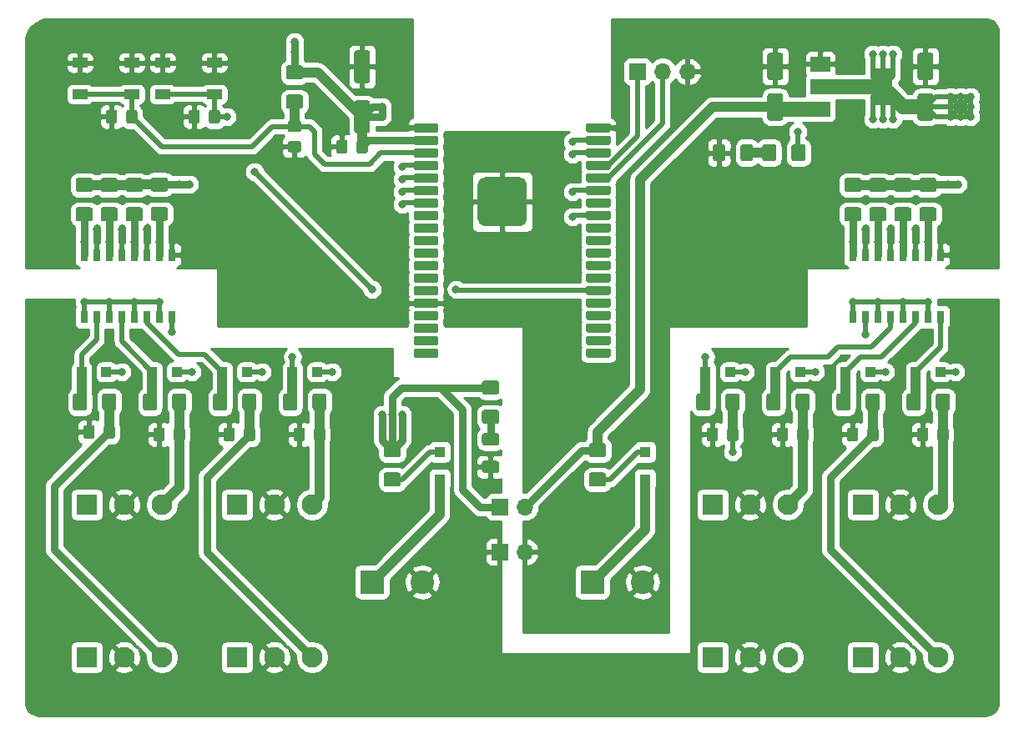
<source format=gbr>
G04 #@! TF.GenerationSoftware,KiCad,Pcbnew,(5.1.6)-1*
G04 #@! TF.CreationDate,2020-11-07T12:23:27+01:00*
G04 #@! TF.ProjectId,8-DI-ESP32-PCB,382d4449-2d45-4535-9033-322d5043422e,rev?*
G04 #@! TF.SameCoordinates,Original*
G04 #@! TF.FileFunction,Copper,L1,Top*
G04 #@! TF.FilePolarity,Positive*
%FSLAX46Y46*%
G04 Gerber Fmt 4.6, Leading zero omitted, Abs format (unit mm)*
G04 Created by KiCad (PCBNEW (5.1.6)-1) date 2020-11-07 12:23:27*
%MOMM*%
%LPD*%
G01*
G04 APERTURE LIST*
G04 #@! TA.AperFunction,ComponentPad*
%ADD10O,1.700000X1.700000*%
G04 #@! TD*
G04 #@! TA.AperFunction,ComponentPad*
%ADD11R,1.700000X1.700000*%
G04 #@! TD*
G04 #@! TA.AperFunction,SMDPad,CuDef*
%ADD12R,1.549400X0.990600*%
G04 #@! TD*
G04 #@! TA.AperFunction,SMDPad,CuDef*
%ADD13R,1.100000X1.100000*%
G04 #@! TD*
G04 #@! TA.AperFunction,ComponentPad*
%ADD14C,2.100000*%
G04 #@! TD*
G04 #@! TA.AperFunction,ComponentPad*
%ADD15R,2.100000X2.100000*%
G04 #@! TD*
G04 #@! TA.AperFunction,SMDPad,CuDef*
%ADD16R,2.000000X1.500000*%
G04 #@! TD*
G04 #@! TA.AperFunction,SMDPad,CuDef*
%ADD17R,2.000000X3.800000*%
G04 #@! TD*
G04 #@! TA.AperFunction,SMDPad,CuDef*
%ADD18R,0.800000X1.300000*%
G04 #@! TD*
G04 #@! TA.AperFunction,ComponentPad*
%ADD19C,2.400000*%
G04 #@! TD*
G04 #@! TA.AperFunction,ComponentPad*
%ADD20R,2.400000X2.400000*%
G04 #@! TD*
G04 #@! TA.AperFunction,SMDPad,CuDef*
%ADD21R,1.000000X1.000000*%
G04 #@! TD*
G04 #@! TA.AperFunction,ViaPad*
%ADD22C,0.800000*%
G04 #@! TD*
G04 #@! TA.AperFunction,Conductor*
%ADD23C,0.750000*%
G04 #@! TD*
G04 #@! TA.AperFunction,Conductor*
%ADD24C,1.000000*%
G04 #@! TD*
G04 #@! TA.AperFunction,Conductor*
%ADD25C,0.500000*%
G04 #@! TD*
G04 #@! TA.AperFunction,Conductor*
%ADD26C,1.500000*%
G04 #@! TD*
G04 #@! TA.AperFunction,Conductor*
%ADD27C,0.254000*%
G04 #@! TD*
G04 APERTURE END LIST*
D10*
X162814000Y-64008000D03*
X160274000Y-64008000D03*
D11*
X157734000Y-64008000D03*
D12*
X114808000Y-63094002D03*
X114808000Y-66294000D03*
X109557998Y-66294000D03*
X109557998Y-63094002D03*
X106426000Y-63094002D03*
X106426000Y-66294000D03*
X101175998Y-66294000D03*
X101175998Y-63094002D03*
D13*
X158496000Y-105410000D03*
X158496000Y-102610000D03*
X137668000Y-105410000D03*
X137668000Y-102610000D03*
G04 #@! TA.AperFunction,SMDPad,CuDef*
G36*
G01*
X153045000Y-104697500D02*
X154295000Y-104697500D01*
G75*
G02*
X154545000Y-104947500I0J-250000D01*
G01*
X154545000Y-105872500D01*
G75*
G02*
X154295000Y-106122500I-250000J0D01*
G01*
X153045000Y-106122500D01*
G75*
G02*
X152795000Y-105872500I0J250000D01*
G01*
X152795000Y-104947500D01*
G75*
G02*
X153045000Y-104697500I250000J0D01*
G01*
G37*
G04 #@! TD.AperFunction*
G04 #@! TA.AperFunction,SMDPad,CuDef*
G36*
G01*
X153045000Y-101722500D02*
X154295000Y-101722500D01*
G75*
G02*
X154545000Y-101972500I0J-250000D01*
G01*
X154545000Y-102897500D01*
G75*
G02*
X154295000Y-103147500I-250000J0D01*
G01*
X153045000Y-103147500D01*
G75*
G02*
X152795000Y-102897500I0J250000D01*
G01*
X152795000Y-101972500D01*
G75*
G02*
X153045000Y-101722500I250000J0D01*
G01*
G37*
G04 #@! TD.AperFunction*
G04 #@! TA.AperFunction,SMDPad,CuDef*
G36*
G01*
X132217000Y-104697500D02*
X133467000Y-104697500D01*
G75*
G02*
X133717000Y-104947500I0J-250000D01*
G01*
X133717000Y-105872500D01*
G75*
G02*
X133467000Y-106122500I-250000J0D01*
G01*
X132217000Y-106122500D01*
G75*
G02*
X131967000Y-105872500I0J250000D01*
G01*
X131967000Y-104947500D01*
G75*
G02*
X132217000Y-104697500I250000J0D01*
G01*
G37*
G04 #@! TD.AperFunction*
G04 #@! TA.AperFunction,SMDPad,CuDef*
G36*
G01*
X132217000Y-101722500D02*
X133467000Y-101722500D01*
G75*
G02*
X133717000Y-101972500I0J-250000D01*
G01*
X133717000Y-102897500D01*
G75*
G02*
X133467000Y-103147500I-250000J0D01*
G01*
X132217000Y-103147500D01*
G75*
G02*
X131967000Y-102897500I0J250000D01*
G01*
X131967000Y-101972500D01*
G75*
G02*
X132217000Y-101722500I250000J0D01*
G01*
G37*
G04 #@! TD.AperFunction*
D14*
X188214000Y-107950000D03*
X184404000Y-107950000D03*
D15*
X180594000Y-107950000D03*
D16*
X176276000Y-63232000D03*
X176276000Y-67832000D03*
X176276000Y-65532000D03*
D17*
X182576000Y-65532000D03*
G04 #@! TA.AperFunction,SMDPad,CuDef*
G36*
G01*
X141518000Y-78966000D02*
X141518000Y-75466000D01*
G75*
G02*
X142268000Y-74716000I750000J0D01*
G01*
X145768000Y-74716000D01*
G75*
G02*
X146518000Y-75466000I0J-750000D01*
G01*
X146518000Y-78966000D01*
G75*
G02*
X145768000Y-79716000I-750000J0D01*
G01*
X142268000Y-79716000D01*
G75*
G02*
X141518000Y-78966000I0J750000D01*
G01*
G37*
G04 #@! TD.AperFunction*
G04 #@! TA.AperFunction,SMDPad,CuDef*
G36*
G01*
X152518000Y-70031000D02*
X152518000Y-69401000D01*
G75*
G02*
X152653000Y-69266000I135000J0D01*
G01*
X154883000Y-69266000D01*
G75*
G02*
X155018000Y-69401000I0J-135000D01*
G01*
X155018000Y-70031000D01*
G75*
G02*
X154883000Y-70166000I-135000J0D01*
G01*
X152653000Y-70166000D01*
G75*
G02*
X152518000Y-70031000I0J135000D01*
G01*
G37*
G04 #@! TD.AperFunction*
G04 #@! TA.AperFunction,SMDPad,CuDef*
G36*
G01*
X152518000Y-71301000D02*
X152518000Y-70671000D01*
G75*
G02*
X152653000Y-70536000I135000J0D01*
G01*
X154883000Y-70536000D01*
G75*
G02*
X155018000Y-70671000I0J-135000D01*
G01*
X155018000Y-71301000D01*
G75*
G02*
X154883000Y-71436000I-135000J0D01*
G01*
X152653000Y-71436000D01*
G75*
G02*
X152518000Y-71301000I0J135000D01*
G01*
G37*
G04 #@! TD.AperFunction*
G04 #@! TA.AperFunction,SMDPad,CuDef*
G36*
G01*
X152518000Y-72571000D02*
X152518000Y-71941000D01*
G75*
G02*
X152653000Y-71806000I135000J0D01*
G01*
X154883000Y-71806000D01*
G75*
G02*
X155018000Y-71941000I0J-135000D01*
G01*
X155018000Y-72571000D01*
G75*
G02*
X154883000Y-72706000I-135000J0D01*
G01*
X152653000Y-72706000D01*
G75*
G02*
X152518000Y-72571000I0J135000D01*
G01*
G37*
G04 #@! TD.AperFunction*
G04 #@! TA.AperFunction,SMDPad,CuDef*
G36*
G01*
X152518000Y-73841000D02*
X152518000Y-73211000D01*
G75*
G02*
X152653000Y-73076000I135000J0D01*
G01*
X154883000Y-73076000D01*
G75*
G02*
X155018000Y-73211000I0J-135000D01*
G01*
X155018000Y-73841000D01*
G75*
G02*
X154883000Y-73976000I-135000J0D01*
G01*
X152653000Y-73976000D01*
G75*
G02*
X152518000Y-73841000I0J135000D01*
G01*
G37*
G04 #@! TD.AperFunction*
G04 #@! TA.AperFunction,SMDPad,CuDef*
G36*
G01*
X152518000Y-75111000D02*
X152518000Y-74481000D01*
G75*
G02*
X152653000Y-74346000I135000J0D01*
G01*
X154883000Y-74346000D01*
G75*
G02*
X155018000Y-74481000I0J-135000D01*
G01*
X155018000Y-75111000D01*
G75*
G02*
X154883000Y-75246000I-135000J0D01*
G01*
X152653000Y-75246000D01*
G75*
G02*
X152518000Y-75111000I0J135000D01*
G01*
G37*
G04 #@! TD.AperFunction*
G04 #@! TA.AperFunction,SMDPad,CuDef*
G36*
G01*
X152518000Y-76381000D02*
X152518000Y-75751000D01*
G75*
G02*
X152653000Y-75616000I135000J0D01*
G01*
X154883000Y-75616000D01*
G75*
G02*
X155018000Y-75751000I0J-135000D01*
G01*
X155018000Y-76381000D01*
G75*
G02*
X154883000Y-76516000I-135000J0D01*
G01*
X152653000Y-76516000D01*
G75*
G02*
X152518000Y-76381000I0J135000D01*
G01*
G37*
G04 #@! TD.AperFunction*
G04 #@! TA.AperFunction,SMDPad,CuDef*
G36*
G01*
X152518000Y-77651000D02*
X152518000Y-77021000D01*
G75*
G02*
X152653000Y-76886000I135000J0D01*
G01*
X154883000Y-76886000D01*
G75*
G02*
X155018000Y-77021000I0J-135000D01*
G01*
X155018000Y-77651000D01*
G75*
G02*
X154883000Y-77786000I-135000J0D01*
G01*
X152653000Y-77786000D01*
G75*
G02*
X152518000Y-77651000I0J135000D01*
G01*
G37*
G04 #@! TD.AperFunction*
G04 #@! TA.AperFunction,SMDPad,CuDef*
G36*
G01*
X152518000Y-78921000D02*
X152518000Y-78291000D01*
G75*
G02*
X152653000Y-78156000I135000J0D01*
G01*
X154883000Y-78156000D01*
G75*
G02*
X155018000Y-78291000I0J-135000D01*
G01*
X155018000Y-78921000D01*
G75*
G02*
X154883000Y-79056000I-135000J0D01*
G01*
X152653000Y-79056000D01*
G75*
G02*
X152518000Y-78921000I0J135000D01*
G01*
G37*
G04 #@! TD.AperFunction*
G04 #@! TA.AperFunction,SMDPad,CuDef*
G36*
G01*
X152518000Y-80191000D02*
X152518000Y-79561000D01*
G75*
G02*
X152653000Y-79426000I135000J0D01*
G01*
X154883000Y-79426000D01*
G75*
G02*
X155018000Y-79561000I0J-135000D01*
G01*
X155018000Y-80191000D01*
G75*
G02*
X154883000Y-80326000I-135000J0D01*
G01*
X152653000Y-80326000D01*
G75*
G02*
X152518000Y-80191000I0J135000D01*
G01*
G37*
G04 #@! TD.AperFunction*
G04 #@! TA.AperFunction,SMDPad,CuDef*
G36*
G01*
X152518000Y-81461000D02*
X152518000Y-80831000D01*
G75*
G02*
X152653000Y-80696000I135000J0D01*
G01*
X154883000Y-80696000D01*
G75*
G02*
X155018000Y-80831000I0J-135000D01*
G01*
X155018000Y-81461000D01*
G75*
G02*
X154883000Y-81596000I-135000J0D01*
G01*
X152653000Y-81596000D01*
G75*
G02*
X152518000Y-81461000I0J135000D01*
G01*
G37*
G04 #@! TD.AperFunction*
G04 #@! TA.AperFunction,SMDPad,CuDef*
G36*
G01*
X152518000Y-82731000D02*
X152518000Y-82101000D01*
G75*
G02*
X152653000Y-81966000I135000J0D01*
G01*
X154883000Y-81966000D01*
G75*
G02*
X155018000Y-82101000I0J-135000D01*
G01*
X155018000Y-82731000D01*
G75*
G02*
X154883000Y-82866000I-135000J0D01*
G01*
X152653000Y-82866000D01*
G75*
G02*
X152518000Y-82731000I0J135000D01*
G01*
G37*
G04 #@! TD.AperFunction*
G04 #@! TA.AperFunction,SMDPad,CuDef*
G36*
G01*
X152518000Y-84001000D02*
X152518000Y-83371000D01*
G75*
G02*
X152653000Y-83236000I135000J0D01*
G01*
X154883000Y-83236000D01*
G75*
G02*
X155018000Y-83371000I0J-135000D01*
G01*
X155018000Y-84001000D01*
G75*
G02*
X154883000Y-84136000I-135000J0D01*
G01*
X152653000Y-84136000D01*
G75*
G02*
X152518000Y-84001000I0J135000D01*
G01*
G37*
G04 #@! TD.AperFunction*
G04 #@! TA.AperFunction,SMDPad,CuDef*
G36*
G01*
X152518000Y-85271000D02*
X152518000Y-84641000D01*
G75*
G02*
X152653000Y-84506000I135000J0D01*
G01*
X154883000Y-84506000D01*
G75*
G02*
X155018000Y-84641000I0J-135000D01*
G01*
X155018000Y-85271000D01*
G75*
G02*
X154883000Y-85406000I-135000J0D01*
G01*
X152653000Y-85406000D01*
G75*
G02*
X152518000Y-85271000I0J135000D01*
G01*
G37*
G04 #@! TD.AperFunction*
G04 #@! TA.AperFunction,SMDPad,CuDef*
G36*
G01*
X152518000Y-86541000D02*
X152518000Y-85911000D01*
G75*
G02*
X152653000Y-85776000I135000J0D01*
G01*
X154883000Y-85776000D01*
G75*
G02*
X155018000Y-85911000I0J-135000D01*
G01*
X155018000Y-86541000D01*
G75*
G02*
X154883000Y-86676000I-135000J0D01*
G01*
X152653000Y-86676000D01*
G75*
G02*
X152518000Y-86541000I0J135000D01*
G01*
G37*
G04 #@! TD.AperFunction*
G04 #@! TA.AperFunction,SMDPad,CuDef*
G36*
G01*
X152518000Y-87811000D02*
X152518000Y-87181000D01*
G75*
G02*
X152653000Y-87046000I135000J0D01*
G01*
X154883000Y-87046000D01*
G75*
G02*
X155018000Y-87181000I0J-135000D01*
G01*
X155018000Y-87811000D01*
G75*
G02*
X154883000Y-87946000I-135000J0D01*
G01*
X152653000Y-87946000D01*
G75*
G02*
X152518000Y-87811000I0J135000D01*
G01*
G37*
G04 #@! TD.AperFunction*
G04 #@! TA.AperFunction,SMDPad,CuDef*
G36*
G01*
X152518000Y-89081000D02*
X152518000Y-88451000D01*
G75*
G02*
X152653000Y-88316000I135000J0D01*
G01*
X154883000Y-88316000D01*
G75*
G02*
X155018000Y-88451000I0J-135000D01*
G01*
X155018000Y-89081000D01*
G75*
G02*
X154883000Y-89216000I-135000J0D01*
G01*
X152653000Y-89216000D01*
G75*
G02*
X152518000Y-89081000I0J135000D01*
G01*
G37*
G04 #@! TD.AperFunction*
G04 #@! TA.AperFunction,SMDPad,CuDef*
G36*
G01*
X152518000Y-90351000D02*
X152518000Y-89721000D01*
G75*
G02*
X152653000Y-89586000I135000J0D01*
G01*
X154883000Y-89586000D01*
G75*
G02*
X155018000Y-89721000I0J-135000D01*
G01*
X155018000Y-90351000D01*
G75*
G02*
X154883000Y-90486000I-135000J0D01*
G01*
X152653000Y-90486000D01*
G75*
G02*
X152518000Y-90351000I0J135000D01*
G01*
G37*
G04 #@! TD.AperFunction*
G04 #@! TA.AperFunction,SMDPad,CuDef*
G36*
G01*
X152518000Y-91621000D02*
X152518000Y-90991000D01*
G75*
G02*
X152653000Y-90856000I135000J0D01*
G01*
X154883000Y-90856000D01*
G75*
G02*
X155018000Y-90991000I0J-135000D01*
G01*
X155018000Y-91621000D01*
G75*
G02*
X154883000Y-91756000I-135000J0D01*
G01*
X152653000Y-91756000D01*
G75*
G02*
X152518000Y-91621000I0J135000D01*
G01*
G37*
G04 #@! TD.AperFunction*
G04 #@! TA.AperFunction,SMDPad,CuDef*
G36*
G01*
X152518000Y-92891000D02*
X152518000Y-92261000D01*
G75*
G02*
X152653000Y-92126000I135000J0D01*
G01*
X154883000Y-92126000D01*
G75*
G02*
X155018000Y-92261000I0J-135000D01*
G01*
X155018000Y-92891000D01*
G75*
G02*
X154883000Y-93026000I-135000J0D01*
G01*
X152653000Y-93026000D01*
G75*
G02*
X152518000Y-92891000I0J135000D01*
G01*
G37*
G04 #@! TD.AperFunction*
G04 #@! TA.AperFunction,SMDPad,CuDef*
G36*
G01*
X135018000Y-70031000D02*
X135018000Y-69401000D01*
G75*
G02*
X135153000Y-69266000I135000J0D01*
G01*
X137383000Y-69266000D01*
G75*
G02*
X137518000Y-69401000I0J-135000D01*
G01*
X137518000Y-70031000D01*
G75*
G02*
X137383000Y-70166000I-135000J0D01*
G01*
X135153000Y-70166000D01*
G75*
G02*
X135018000Y-70031000I0J135000D01*
G01*
G37*
G04 #@! TD.AperFunction*
G04 #@! TA.AperFunction,SMDPad,CuDef*
G36*
G01*
X135018000Y-71301000D02*
X135018000Y-70671000D01*
G75*
G02*
X135153000Y-70536000I135000J0D01*
G01*
X137383000Y-70536000D01*
G75*
G02*
X137518000Y-70671000I0J-135000D01*
G01*
X137518000Y-71301000D01*
G75*
G02*
X137383000Y-71436000I-135000J0D01*
G01*
X135153000Y-71436000D01*
G75*
G02*
X135018000Y-71301000I0J135000D01*
G01*
G37*
G04 #@! TD.AperFunction*
G04 #@! TA.AperFunction,SMDPad,CuDef*
G36*
G01*
X135018000Y-72571000D02*
X135018000Y-71941000D01*
G75*
G02*
X135153000Y-71806000I135000J0D01*
G01*
X137383000Y-71806000D01*
G75*
G02*
X137518000Y-71941000I0J-135000D01*
G01*
X137518000Y-72571000D01*
G75*
G02*
X137383000Y-72706000I-135000J0D01*
G01*
X135153000Y-72706000D01*
G75*
G02*
X135018000Y-72571000I0J135000D01*
G01*
G37*
G04 #@! TD.AperFunction*
G04 #@! TA.AperFunction,SMDPad,CuDef*
G36*
G01*
X135018000Y-73841000D02*
X135018000Y-73211000D01*
G75*
G02*
X135153000Y-73076000I135000J0D01*
G01*
X137383000Y-73076000D01*
G75*
G02*
X137518000Y-73211000I0J-135000D01*
G01*
X137518000Y-73841000D01*
G75*
G02*
X137383000Y-73976000I-135000J0D01*
G01*
X135153000Y-73976000D01*
G75*
G02*
X135018000Y-73841000I0J135000D01*
G01*
G37*
G04 #@! TD.AperFunction*
G04 #@! TA.AperFunction,SMDPad,CuDef*
G36*
G01*
X135018000Y-75111000D02*
X135018000Y-74481000D01*
G75*
G02*
X135153000Y-74346000I135000J0D01*
G01*
X137383000Y-74346000D01*
G75*
G02*
X137518000Y-74481000I0J-135000D01*
G01*
X137518000Y-75111000D01*
G75*
G02*
X137383000Y-75246000I-135000J0D01*
G01*
X135153000Y-75246000D01*
G75*
G02*
X135018000Y-75111000I0J135000D01*
G01*
G37*
G04 #@! TD.AperFunction*
G04 #@! TA.AperFunction,SMDPad,CuDef*
G36*
G01*
X135018000Y-76381000D02*
X135018000Y-75751000D01*
G75*
G02*
X135153000Y-75616000I135000J0D01*
G01*
X137383000Y-75616000D01*
G75*
G02*
X137518000Y-75751000I0J-135000D01*
G01*
X137518000Y-76381000D01*
G75*
G02*
X137383000Y-76516000I-135000J0D01*
G01*
X135153000Y-76516000D01*
G75*
G02*
X135018000Y-76381000I0J135000D01*
G01*
G37*
G04 #@! TD.AperFunction*
G04 #@! TA.AperFunction,SMDPad,CuDef*
G36*
G01*
X135018000Y-77651000D02*
X135018000Y-77021000D01*
G75*
G02*
X135153000Y-76886000I135000J0D01*
G01*
X137383000Y-76886000D01*
G75*
G02*
X137518000Y-77021000I0J-135000D01*
G01*
X137518000Y-77651000D01*
G75*
G02*
X137383000Y-77786000I-135000J0D01*
G01*
X135153000Y-77786000D01*
G75*
G02*
X135018000Y-77651000I0J135000D01*
G01*
G37*
G04 #@! TD.AperFunction*
G04 #@! TA.AperFunction,SMDPad,CuDef*
G36*
G01*
X135018000Y-78921000D02*
X135018000Y-78291000D01*
G75*
G02*
X135153000Y-78156000I135000J0D01*
G01*
X137383000Y-78156000D01*
G75*
G02*
X137518000Y-78291000I0J-135000D01*
G01*
X137518000Y-78921000D01*
G75*
G02*
X137383000Y-79056000I-135000J0D01*
G01*
X135153000Y-79056000D01*
G75*
G02*
X135018000Y-78921000I0J135000D01*
G01*
G37*
G04 #@! TD.AperFunction*
G04 #@! TA.AperFunction,SMDPad,CuDef*
G36*
G01*
X135018000Y-80191000D02*
X135018000Y-79561000D01*
G75*
G02*
X135153000Y-79426000I135000J0D01*
G01*
X137383000Y-79426000D01*
G75*
G02*
X137518000Y-79561000I0J-135000D01*
G01*
X137518000Y-80191000D01*
G75*
G02*
X137383000Y-80326000I-135000J0D01*
G01*
X135153000Y-80326000D01*
G75*
G02*
X135018000Y-80191000I0J135000D01*
G01*
G37*
G04 #@! TD.AperFunction*
G04 #@! TA.AperFunction,SMDPad,CuDef*
G36*
G01*
X135018000Y-81461000D02*
X135018000Y-80831000D01*
G75*
G02*
X135153000Y-80696000I135000J0D01*
G01*
X137383000Y-80696000D01*
G75*
G02*
X137518000Y-80831000I0J-135000D01*
G01*
X137518000Y-81461000D01*
G75*
G02*
X137383000Y-81596000I-135000J0D01*
G01*
X135153000Y-81596000D01*
G75*
G02*
X135018000Y-81461000I0J135000D01*
G01*
G37*
G04 #@! TD.AperFunction*
G04 #@! TA.AperFunction,SMDPad,CuDef*
G36*
G01*
X135018000Y-82731000D02*
X135018000Y-82101000D01*
G75*
G02*
X135153000Y-81966000I135000J0D01*
G01*
X137383000Y-81966000D01*
G75*
G02*
X137518000Y-82101000I0J-135000D01*
G01*
X137518000Y-82731000D01*
G75*
G02*
X137383000Y-82866000I-135000J0D01*
G01*
X135153000Y-82866000D01*
G75*
G02*
X135018000Y-82731000I0J135000D01*
G01*
G37*
G04 #@! TD.AperFunction*
G04 #@! TA.AperFunction,SMDPad,CuDef*
G36*
G01*
X135018000Y-84001000D02*
X135018000Y-83371000D01*
G75*
G02*
X135153000Y-83236000I135000J0D01*
G01*
X137383000Y-83236000D01*
G75*
G02*
X137518000Y-83371000I0J-135000D01*
G01*
X137518000Y-84001000D01*
G75*
G02*
X137383000Y-84136000I-135000J0D01*
G01*
X135153000Y-84136000D01*
G75*
G02*
X135018000Y-84001000I0J135000D01*
G01*
G37*
G04 #@! TD.AperFunction*
G04 #@! TA.AperFunction,SMDPad,CuDef*
G36*
G01*
X135018000Y-85271000D02*
X135018000Y-84641000D01*
G75*
G02*
X135153000Y-84506000I135000J0D01*
G01*
X137383000Y-84506000D01*
G75*
G02*
X137518000Y-84641000I0J-135000D01*
G01*
X137518000Y-85271000D01*
G75*
G02*
X137383000Y-85406000I-135000J0D01*
G01*
X135153000Y-85406000D01*
G75*
G02*
X135018000Y-85271000I0J135000D01*
G01*
G37*
G04 #@! TD.AperFunction*
G04 #@! TA.AperFunction,SMDPad,CuDef*
G36*
G01*
X135018000Y-86541000D02*
X135018000Y-85911000D01*
G75*
G02*
X135153000Y-85776000I135000J0D01*
G01*
X137383000Y-85776000D01*
G75*
G02*
X137518000Y-85911000I0J-135000D01*
G01*
X137518000Y-86541000D01*
G75*
G02*
X137383000Y-86676000I-135000J0D01*
G01*
X135153000Y-86676000D01*
G75*
G02*
X135018000Y-86541000I0J135000D01*
G01*
G37*
G04 #@! TD.AperFunction*
G04 #@! TA.AperFunction,SMDPad,CuDef*
G36*
G01*
X135018000Y-87811000D02*
X135018000Y-87181000D01*
G75*
G02*
X135153000Y-87046000I135000J0D01*
G01*
X137383000Y-87046000D01*
G75*
G02*
X137518000Y-87181000I0J-135000D01*
G01*
X137518000Y-87811000D01*
G75*
G02*
X137383000Y-87946000I-135000J0D01*
G01*
X135153000Y-87946000D01*
G75*
G02*
X135018000Y-87811000I0J135000D01*
G01*
G37*
G04 #@! TD.AperFunction*
G04 #@! TA.AperFunction,SMDPad,CuDef*
G36*
G01*
X135018000Y-89081000D02*
X135018000Y-88451000D01*
G75*
G02*
X135153000Y-88316000I135000J0D01*
G01*
X137383000Y-88316000D01*
G75*
G02*
X137518000Y-88451000I0J-135000D01*
G01*
X137518000Y-89081000D01*
G75*
G02*
X137383000Y-89216000I-135000J0D01*
G01*
X135153000Y-89216000D01*
G75*
G02*
X135018000Y-89081000I0J135000D01*
G01*
G37*
G04 #@! TD.AperFunction*
G04 #@! TA.AperFunction,SMDPad,CuDef*
G36*
G01*
X135018000Y-90351000D02*
X135018000Y-89721000D01*
G75*
G02*
X135153000Y-89586000I135000J0D01*
G01*
X137383000Y-89586000D01*
G75*
G02*
X137518000Y-89721000I0J-135000D01*
G01*
X137518000Y-90351000D01*
G75*
G02*
X137383000Y-90486000I-135000J0D01*
G01*
X135153000Y-90486000D01*
G75*
G02*
X135018000Y-90351000I0J135000D01*
G01*
G37*
G04 #@! TD.AperFunction*
G04 #@! TA.AperFunction,SMDPad,CuDef*
G36*
G01*
X135018000Y-91621000D02*
X135018000Y-90991000D01*
G75*
G02*
X135153000Y-90856000I135000J0D01*
G01*
X137383000Y-90856000D01*
G75*
G02*
X137518000Y-90991000I0J-135000D01*
G01*
X137518000Y-91621000D01*
G75*
G02*
X137383000Y-91756000I-135000J0D01*
G01*
X135153000Y-91756000D01*
G75*
G02*
X135018000Y-91621000I0J135000D01*
G01*
G37*
G04 #@! TD.AperFunction*
G04 #@! TA.AperFunction,SMDPad,CuDef*
G36*
G01*
X135018000Y-92891000D02*
X135018000Y-92261000D01*
G75*
G02*
X135153000Y-92126000I135000J0D01*
G01*
X137383000Y-92126000D01*
G75*
G02*
X137518000Y-92261000I0J-135000D01*
G01*
X137518000Y-92891000D01*
G75*
G02*
X137383000Y-93026000I-135000J0D01*
G01*
X135153000Y-93026000D01*
G75*
G02*
X135018000Y-92891000I0J135000D01*
G01*
G37*
G04 #@! TD.AperFunction*
D18*
X179578000Y-82600000D03*
X180858000Y-82600000D03*
X182118000Y-82600000D03*
X183388000Y-82600000D03*
X184668000Y-82600000D03*
X185938000Y-82600000D03*
X187198000Y-82600000D03*
X188478000Y-82600000D03*
X188478000Y-88900000D03*
X187198000Y-88900000D03*
X185938000Y-88900000D03*
X184668000Y-88900000D03*
X183388000Y-88900000D03*
X182118000Y-88900000D03*
X180858000Y-88900000D03*
X179578000Y-88900000D03*
X101600000Y-82600000D03*
X102880000Y-82600000D03*
X104140000Y-82600000D03*
X105410000Y-82600000D03*
X106690000Y-82600000D03*
X107960000Y-82600000D03*
X109220000Y-82600000D03*
X110500000Y-82600000D03*
X110500000Y-88900000D03*
X109220000Y-88900000D03*
X107960000Y-88900000D03*
X106690000Y-88900000D03*
X105410000Y-88900000D03*
X104140000Y-88900000D03*
X102880000Y-88900000D03*
X101600000Y-88900000D03*
G04 #@! TA.AperFunction,SMDPad,CuDef*
G36*
G01*
X171806500Y-71615000D02*
X171806500Y-72865000D01*
G75*
G02*
X171556500Y-73115000I-250000J0D01*
G01*
X170631500Y-73115000D01*
G75*
G02*
X170381500Y-72865000I0J250000D01*
G01*
X170381500Y-71615000D01*
G75*
G02*
X170631500Y-71365000I250000J0D01*
G01*
X171556500Y-71365000D01*
G75*
G02*
X171806500Y-71615000I0J-250000D01*
G01*
G37*
G04 #@! TD.AperFunction*
G04 #@! TA.AperFunction,SMDPad,CuDef*
G36*
G01*
X174781500Y-71615000D02*
X174781500Y-72865000D01*
G75*
G02*
X174531500Y-73115000I-250000J0D01*
G01*
X173606500Y-73115000D01*
G75*
G02*
X173356500Y-72865000I0J250000D01*
G01*
X173356500Y-71615000D01*
G75*
G02*
X173606500Y-71365000I250000J0D01*
G01*
X174531500Y-71365000D01*
G75*
G02*
X174781500Y-71615000I0J-250000D01*
G01*
G37*
G04 #@! TD.AperFunction*
G04 #@! TA.AperFunction,SMDPad,CuDef*
G36*
G01*
X142203000Y-98331500D02*
X143453000Y-98331500D01*
G75*
G02*
X143703000Y-98581500I0J-250000D01*
G01*
X143703000Y-99506500D01*
G75*
G02*
X143453000Y-99756500I-250000J0D01*
G01*
X142203000Y-99756500D01*
G75*
G02*
X141953000Y-99506500I0J250000D01*
G01*
X141953000Y-98581500D01*
G75*
G02*
X142203000Y-98331500I250000J0D01*
G01*
G37*
G04 #@! TD.AperFunction*
G04 #@! TA.AperFunction,SMDPad,CuDef*
G36*
G01*
X142203000Y-95356500D02*
X143453000Y-95356500D01*
G75*
G02*
X143703000Y-95606500I0J-250000D01*
G01*
X143703000Y-96531500D01*
G75*
G02*
X143453000Y-96781500I-250000J0D01*
G01*
X142203000Y-96781500D01*
G75*
G02*
X141953000Y-96531500I0J250000D01*
G01*
X141953000Y-95606500D01*
G75*
G02*
X142203000Y-95356500I250000J0D01*
G01*
G37*
G04 #@! TD.AperFunction*
G04 #@! TA.AperFunction,SMDPad,CuDef*
G36*
G01*
X122311000Y-66343500D02*
X123561000Y-66343500D01*
G75*
G02*
X123811000Y-66593500I0J-250000D01*
G01*
X123811000Y-67518500D01*
G75*
G02*
X123561000Y-67768500I-250000J0D01*
G01*
X122311000Y-67768500D01*
G75*
G02*
X122061000Y-67518500I0J250000D01*
G01*
X122061000Y-66593500D01*
G75*
G02*
X122311000Y-66343500I250000J0D01*
G01*
G37*
G04 #@! TD.AperFunction*
G04 #@! TA.AperFunction,SMDPad,CuDef*
G36*
G01*
X122311000Y-63368500D02*
X123561000Y-63368500D01*
G75*
G02*
X123811000Y-63618500I0J-250000D01*
G01*
X123811000Y-64543500D01*
G75*
G02*
X123561000Y-64793500I-250000J0D01*
G01*
X122311000Y-64793500D01*
G75*
G02*
X122061000Y-64543500I0J250000D01*
G01*
X122061000Y-63618500D01*
G75*
G02*
X122311000Y-63368500I250000J0D01*
G01*
G37*
G04 #@! TD.AperFunction*
G04 #@! TA.AperFunction,SMDPad,CuDef*
G36*
G01*
X186573000Y-77773500D02*
X187823000Y-77773500D01*
G75*
G02*
X188073000Y-78023500I0J-250000D01*
G01*
X188073000Y-78948500D01*
G75*
G02*
X187823000Y-79198500I-250000J0D01*
G01*
X186573000Y-79198500D01*
G75*
G02*
X186323000Y-78948500I0J250000D01*
G01*
X186323000Y-78023500D01*
G75*
G02*
X186573000Y-77773500I250000J0D01*
G01*
G37*
G04 #@! TD.AperFunction*
G04 #@! TA.AperFunction,SMDPad,CuDef*
G36*
G01*
X186573000Y-74798500D02*
X187823000Y-74798500D01*
G75*
G02*
X188073000Y-75048500I0J-250000D01*
G01*
X188073000Y-75973500D01*
G75*
G02*
X187823000Y-76223500I-250000J0D01*
G01*
X186573000Y-76223500D01*
G75*
G02*
X186323000Y-75973500I0J250000D01*
G01*
X186323000Y-75048500D01*
G75*
G02*
X186573000Y-74798500I250000J0D01*
G01*
G37*
G04 #@! TD.AperFunction*
G04 #@! TA.AperFunction,SMDPad,CuDef*
G36*
G01*
X184033000Y-77773500D02*
X185283000Y-77773500D01*
G75*
G02*
X185533000Y-78023500I0J-250000D01*
G01*
X185533000Y-78948500D01*
G75*
G02*
X185283000Y-79198500I-250000J0D01*
G01*
X184033000Y-79198500D01*
G75*
G02*
X183783000Y-78948500I0J250000D01*
G01*
X183783000Y-78023500D01*
G75*
G02*
X184033000Y-77773500I250000J0D01*
G01*
G37*
G04 #@! TD.AperFunction*
G04 #@! TA.AperFunction,SMDPad,CuDef*
G36*
G01*
X184033000Y-74798500D02*
X185283000Y-74798500D01*
G75*
G02*
X185533000Y-75048500I0J-250000D01*
G01*
X185533000Y-75973500D01*
G75*
G02*
X185283000Y-76223500I-250000J0D01*
G01*
X184033000Y-76223500D01*
G75*
G02*
X183783000Y-75973500I0J250000D01*
G01*
X183783000Y-75048500D01*
G75*
G02*
X184033000Y-74798500I250000J0D01*
G01*
G37*
G04 #@! TD.AperFunction*
G04 #@! TA.AperFunction,SMDPad,CuDef*
G36*
G01*
X181493000Y-77773500D02*
X182743000Y-77773500D01*
G75*
G02*
X182993000Y-78023500I0J-250000D01*
G01*
X182993000Y-78948500D01*
G75*
G02*
X182743000Y-79198500I-250000J0D01*
G01*
X181493000Y-79198500D01*
G75*
G02*
X181243000Y-78948500I0J250000D01*
G01*
X181243000Y-78023500D01*
G75*
G02*
X181493000Y-77773500I250000J0D01*
G01*
G37*
G04 #@! TD.AperFunction*
G04 #@! TA.AperFunction,SMDPad,CuDef*
G36*
G01*
X181493000Y-74798500D02*
X182743000Y-74798500D01*
G75*
G02*
X182993000Y-75048500I0J-250000D01*
G01*
X182993000Y-75973500D01*
G75*
G02*
X182743000Y-76223500I-250000J0D01*
G01*
X181493000Y-76223500D01*
G75*
G02*
X181243000Y-75973500I0J250000D01*
G01*
X181243000Y-75048500D01*
G75*
G02*
X181493000Y-74798500I250000J0D01*
G01*
G37*
G04 #@! TD.AperFunction*
G04 #@! TA.AperFunction,SMDPad,CuDef*
G36*
G01*
X178953000Y-77773500D02*
X180203000Y-77773500D01*
G75*
G02*
X180453000Y-78023500I0J-250000D01*
G01*
X180453000Y-78948500D01*
G75*
G02*
X180203000Y-79198500I-250000J0D01*
G01*
X178953000Y-79198500D01*
G75*
G02*
X178703000Y-78948500I0J250000D01*
G01*
X178703000Y-78023500D01*
G75*
G02*
X178953000Y-77773500I250000J0D01*
G01*
G37*
G04 #@! TD.AperFunction*
G04 #@! TA.AperFunction,SMDPad,CuDef*
G36*
G01*
X178953000Y-74798500D02*
X180203000Y-74798500D01*
G75*
G02*
X180453000Y-75048500I0J-250000D01*
G01*
X180453000Y-75973500D01*
G75*
G02*
X180203000Y-76223500I-250000J0D01*
G01*
X178953000Y-76223500D01*
G75*
G02*
X178703000Y-75973500I0J250000D01*
G01*
X178703000Y-75048500D01*
G75*
G02*
X178953000Y-74798500I250000J0D01*
G01*
G37*
G04 #@! TD.AperFunction*
G04 #@! TA.AperFunction,SMDPad,CuDef*
G36*
G01*
X108595000Y-77737000D02*
X109845000Y-77737000D01*
G75*
G02*
X110095000Y-77987000I0J-250000D01*
G01*
X110095000Y-78912000D01*
G75*
G02*
X109845000Y-79162000I-250000J0D01*
G01*
X108595000Y-79162000D01*
G75*
G02*
X108345000Y-78912000I0J250000D01*
G01*
X108345000Y-77987000D01*
G75*
G02*
X108595000Y-77737000I250000J0D01*
G01*
G37*
G04 #@! TD.AperFunction*
G04 #@! TA.AperFunction,SMDPad,CuDef*
G36*
G01*
X108595000Y-74762000D02*
X109845000Y-74762000D01*
G75*
G02*
X110095000Y-75012000I0J-250000D01*
G01*
X110095000Y-75937000D01*
G75*
G02*
X109845000Y-76187000I-250000J0D01*
G01*
X108595000Y-76187000D01*
G75*
G02*
X108345000Y-75937000I0J250000D01*
G01*
X108345000Y-75012000D01*
G75*
G02*
X108595000Y-74762000I250000J0D01*
G01*
G37*
G04 #@! TD.AperFunction*
G04 #@! TA.AperFunction,SMDPad,CuDef*
G36*
G01*
X106055000Y-77773500D02*
X107305000Y-77773500D01*
G75*
G02*
X107555000Y-78023500I0J-250000D01*
G01*
X107555000Y-78948500D01*
G75*
G02*
X107305000Y-79198500I-250000J0D01*
G01*
X106055000Y-79198500D01*
G75*
G02*
X105805000Y-78948500I0J250000D01*
G01*
X105805000Y-78023500D01*
G75*
G02*
X106055000Y-77773500I250000J0D01*
G01*
G37*
G04 #@! TD.AperFunction*
G04 #@! TA.AperFunction,SMDPad,CuDef*
G36*
G01*
X106055000Y-74798500D02*
X107305000Y-74798500D01*
G75*
G02*
X107555000Y-75048500I0J-250000D01*
G01*
X107555000Y-75973500D01*
G75*
G02*
X107305000Y-76223500I-250000J0D01*
G01*
X106055000Y-76223500D01*
G75*
G02*
X105805000Y-75973500I0J250000D01*
G01*
X105805000Y-75048500D01*
G75*
G02*
X106055000Y-74798500I250000J0D01*
G01*
G37*
G04 #@! TD.AperFunction*
G04 #@! TA.AperFunction,SMDPad,CuDef*
G36*
G01*
X103515000Y-77773500D02*
X104765000Y-77773500D01*
G75*
G02*
X105015000Y-78023500I0J-250000D01*
G01*
X105015000Y-78948500D01*
G75*
G02*
X104765000Y-79198500I-250000J0D01*
G01*
X103515000Y-79198500D01*
G75*
G02*
X103265000Y-78948500I0J250000D01*
G01*
X103265000Y-78023500D01*
G75*
G02*
X103515000Y-77773500I250000J0D01*
G01*
G37*
G04 #@! TD.AperFunction*
G04 #@! TA.AperFunction,SMDPad,CuDef*
G36*
G01*
X103515000Y-74798500D02*
X104765000Y-74798500D01*
G75*
G02*
X105015000Y-75048500I0J-250000D01*
G01*
X105015000Y-75973500D01*
G75*
G02*
X104765000Y-76223500I-250000J0D01*
G01*
X103515000Y-76223500D01*
G75*
G02*
X103265000Y-75973500I0J250000D01*
G01*
X103265000Y-75048500D01*
G75*
G02*
X103515000Y-74798500I250000J0D01*
G01*
G37*
G04 #@! TD.AperFunction*
G04 #@! TA.AperFunction,SMDPad,CuDef*
G36*
G01*
X100975000Y-77773500D02*
X102225000Y-77773500D01*
G75*
G02*
X102475000Y-78023500I0J-250000D01*
G01*
X102475000Y-78948500D01*
G75*
G02*
X102225000Y-79198500I-250000J0D01*
G01*
X100975000Y-79198500D01*
G75*
G02*
X100725000Y-78948500I0J250000D01*
G01*
X100725000Y-78023500D01*
G75*
G02*
X100975000Y-77773500I250000J0D01*
G01*
G37*
G04 #@! TD.AperFunction*
G04 #@! TA.AperFunction,SMDPad,CuDef*
G36*
G01*
X100975000Y-74798500D02*
X102225000Y-74798500D01*
G75*
G02*
X102475000Y-75048500I0J-250000D01*
G01*
X102475000Y-75973500D01*
G75*
G02*
X102225000Y-76223500I-250000J0D01*
G01*
X100975000Y-76223500D01*
G75*
G02*
X100725000Y-75973500I0J250000D01*
G01*
X100725000Y-75048500D01*
G75*
G02*
X100975000Y-74798500I250000J0D01*
G01*
G37*
G04 #@! TD.AperFunction*
G04 #@! TA.AperFunction,SMDPad,CuDef*
G36*
G01*
X188009500Y-98161000D02*
X188009500Y-96911000D01*
G75*
G02*
X188259500Y-96661000I250000J0D01*
G01*
X189184500Y-96661000D01*
G75*
G02*
X189434500Y-96911000I0J-250000D01*
G01*
X189434500Y-98161000D01*
G75*
G02*
X189184500Y-98411000I-250000J0D01*
G01*
X188259500Y-98411000D01*
G75*
G02*
X188009500Y-98161000I0J250000D01*
G01*
G37*
G04 #@! TD.AperFunction*
G04 #@! TA.AperFunction,SMDPad,CuDef*
G36*
G01*
X185034500Y-98161000D02*
X185034500Y-96911000D01*
G75*
G02*
X185284500Y-96661000I250000J0D01*
G01*
X186209500Y-96661000D01*
G75*
G02*
X186459500Y-96911000I0J-250000D01*
G01*
X186459500Y-98161000D01*
G75*
G02*
X186209500Y-98411000I-250000J0D01*
G01*
X185284500Y-98411000D01*
G75*
G02*
X185034500Y-98161000I0J250000D01*
G01*
G37*
G04 #@! TD.AperFunction*
G04 #@! TA.AperFunction,SMDPad,CuDef*
G36*
G01*
X180897500Y-98161000D02*
X180897500Y-96911000D01*
G75*
G02*
X181147500Y-96661000I250000J0D01*
G01*
X182072500Y-96661000D01*
G75*
G02*
X182322500Y-96911000I0J-250000D01*
G01*
X182322500Y-98161000D01*
G75*
G02*
X182072500Y-98411000I-250000J0D01*
G01*
X181147500Y-98411000D01*
G75*
G02*
X180897500Y-98161000I0J250000D01*
G01*
G37*
G04 #@! TD.AperFunction*
G04 #@! TA.AperFunction,SMDPad,CuDef*
G36*
G01*
X177922500Y-98161000D02*
X177922500Y-96911000D01*
G75*
G02*
X178172500Y-96661000I250000J0D01*
G01*
X179097500Y-96661000D01*
G75*
G02*
X179347500Y-96911000I0J-250000D01*
G01*
X179347500Y-98161000D01*
G75*
G02*
X179097500Y-98411000I-250000J0D01*
G01*
X178172500Y-98411000D01*
G75*
G02*
X177922500Y-98161000I0J250000D01*
G01*
G37*
G04 #@! TD.AperFunction*
G04 #@! TA.AperFunction,SMDPad,CuDef*
G36*
G01*
X173785500Y-98161000D02*
X173785500Y-96911000D01*
G75*
G02*
X174035500Y-96661000I250000J0D01*
G01*
X174960500Y-96661000D01*
G75*
G02*
X175210500Y-96911000I0J-250000D01*
G01*
X175210500Y-98161000D01*
G75*
G02*
X174960500Y-98411000I-250000J0D01*
G01*
X174035500Y-98411000D01*
G75*
G02*
X173785500Y-98161000I0J250000D01*
G01*
G37*
G04 #@! TD.AperFunction*
G04 #@! TA.AperFunction,SMDPad,CuDef*
G36*
G01*
X170810500Y-98161000D02*
X170810500Y-96911000D01*
G75*
G02*
X171060500Y-96661000I250000J0D01*
G01*
X171985500Y-96661000D01*
G75*
G02*
X172235500Y-96911000I0J-250000D01*
G01*
X172235500Y-98161000D01*
G75*
G02*
X171985500Y-98411000I-250000J0D01*
G01*
X171060500Y-98411000D01*
G75*
G02*
X170810500Y-98161000I0J250000D01*
G01*
G37*
G04 #@! TD.AperFunction*
G04 #@! TA.AperFunction,SMDPad,CuDef*
G36*
G01*
X166673500Y-98161000D02*
X166673500Y-96911000D01*
G75*
G02*
X166923500Y-96661000I250000J0D01*
G01*
X167848500Y-96661000D01*
G75*
G02*
X168098500Y-96911000I0J-250000D01*
G01*
X168098500Y-98161000D01*
G75*
G02*
X167848500Y-98411000I-250000J0D01*
G01*
X166923500Y-98411000D01*
G75*
G02*
X166673500Y-98161000I0J250000D01*
G01*
G37*
G04 #@! TD.AperFunction*
G04 #@! TA.AperFunction,SMDPad,CuDef*
G36*
G01*
X163698500Y-98161000D02*
X163698500Y-96911000D01*
G75*
G02*
X163948500Y-96661000I250000J0D01*
G01*
X164873500Y-96661000D01*
G75*
G02*
X165123500Y-96911000I0J-250000D01*
G01*
X165123500Y-98161000D01*
G75*
G02*
X164873500Y-98411000I-250000J0D01*
G01*
X163948500Y-98411000D01*
G75*
G02*
X163698500Y-98161000I0J250000D01*
G01*
G37*
G04 #@! TD.AperFunction*
G04 #@! TA.AperFunction,SMDPad,CuDef*
G36*
G01*
X124763500Y-98161000D02*
X124763500Y-96911000D01*
G75*
G02*
X125013500Y-96661000I250000J0D01*
G01*
X125938500Y-96661000D01*
G75*
G02*
X126188500Y-96911000I0J-250000D01*
G01*
X126188500Y-98161000D01*
G75*
G02*
X125938500Y-98411000I-250000J0D01*
G01*
X125013500Y-98411000D01*
G75*
G02*
X124763500Y-98161000I0J250000D01*
G01*
G37*
G04 #@! TD.AperFunction*
G04 #@! TA.AperFunction,SMDPad,CuDef*
G36*
G01*
X121788500Y-98161000D02*
X121788500Y-96911000D01*
G75*
G02*
X122038500Y-96661000I250000J0D01*
G01*
X122963500Y-96661000D01*
G75*
G02*
X123213500Y-96911000I0J-250000D01*
G01*
X123213500Y-98161000D01*
G75*
G02*
X122963500Y-98411000I-250000J0D01*
G01*
X122038500Y-98411000D01*
G75*
G02*
X121788500Y-98161000I0J250000D01*
G01*
G37*
G04 #@! TD.AperFunction*
G04 #@! TA.AperFunction,SMDPad,CuDef*
G36*
G01*
X117651500Y-98161000D02*
X117651500Y-96911000D01*
G75*
G02*
X117901500Y-96661000I250000J0D01*
G01*
X118826500Y-96661000D01*
G75*
G02*
X119076500Y-96911000I0J-250000D01*
G01*
X119076500Y-98161000D01*
G75*
G02*
X118826500Y-98411000I-250000J0D01*
G01*
X117901500Y-98411000D01*
G75*
G02*
X117651500Y-98161000I0J250000D01*
G01*
G37*
G04 #@! TD.AperFunction*
G04 #@! TA.AperFunction,SMDPad,CuDef*
G36*
G01*
X114676500Y-98161000D02*
X114676500Y-96911000D01*
G75*
G02*
X114926500Y-96661000I250000J0D01*
G01*
X115851500Y-96661000D01*
G75*
G02*
X116101500Y-96911000I0J-250000D01*
G01*
X116101500Y-98161000D01*
G75*
G02*
X115851500Y-98411000I-250000J0D01*
G01*
X114926500Y-98411000D01*
G75*
G02*
X114676500Y-98161000I0J250000D01*
G01*
G37*
G04 #@! TD.AperFunction*
G04 #@! TA.AperFunction,SMDPad,CuDef*
G36*
G01*
X110539500Y-98161000D02*
X110539500Y-96911000D01*
G75*
G02*
X110789500Y-96661000I250000J0D01*
G01*
X111714500Y-96661000D01*
G75*
G02*
X111964500Y-96911000I0J-250000D01*
G01*
X111964500Y-98161000D01*
G75*
G02*
X111714500Y-98411000I-250000J0D01*
G01*
X110789500Y-98411000D01*
G75*
G02*
X110539500Y-98161000I0J250000D01*
G01*
G37*
G04 #@! TD.AperFunction*
G04 #@! TA.AperFunction,SMDPad,CuDef*
G36*
G01*
X107564500Y-98161000D02*
X107564500Y-96911000D01*
G75*
G02*
X107814500Y-96661000I250000J0D01*
G01*
X108739500Y-96661000D01*
G75*
G02*
X108989500Y-96911000I0J-250000D01*
G01*
X108989500Y-98161000D01*
G75*
G02*
X108739500Y-98411000I-250000J0D01*
G01*
X107814500Y-98411000D01*
G75*
G02*
X107564500Y-98161000I0J250000D01*
G01*
G37*
G04 #@! TD.AperFunction*
G04 #@! TA.AperFunction,SMDPad,CuDef*
G36*
G01*
X103427500Y-98161000D02*
X103427500Y-96911000D01*
G75*
G02*
X103677500Y-96661000I250000J0D01*
G01*
X104602500Y-96661000D01*
G75*
G02*
X104852500Y-96911000I0J-250000D01*
G01*
X104852500Y-98161000D01*
G75*
G02*
X104602500Y-98411000I-250000J0D01*
G01*
X103677500Y-98411000D01*
G75*
G02*
X103427500Y-98161000I0J250000D01*
G01*
G37*
G04 #@! TD.AperFunction*
G04 #@! TA.AperFunction,SMDPad,CuDef*
G36*
G01*
X100452500Y-98161000D02*
X100452500Y-96911000D01*
G75*
G02*
X100702500Y-96661000I250000J0D01*
G01*
X101627500Y-96661000D01*
G75*
G02*
X101877500Y-96911000I0J-250000D01*
G01*
X101877500Y-98161000D01*
G75*
G02*
X101627500Y-98411000I-250000J0D01*
G01*
X100702500Y-98411000D01*
G75*
G02*
X100452500Y-98161000I0J250000D01*
G01*
G37*
G04 #@! TD.AperFunction*
D10*
X146304000Y-112776000D03*
D11*
X143764000Y-112776000D03*
D10*
X146304000Y-108204000D03*
D11*
X143764000Y-108204000D03*
D19*
X158242000Y-115824000D03*
D20*
X153162000Y-115824000D03*
D19*
X135890000Y-115824000D03*
D20*
X130810000Y-115824000D03*
D14*
X188214000Y-123444000D03*
X184404000Y-123444000D03*
D15*
X180594000Y-123444000D03*
D14*
X172974000Y-107950000D03*
X169164000Y-107950000D03*
D15*
X165354000Y-107950000D03*
D14*
X172974000Y-123444000D03*
X169164000Y-123444000D03*
D15*
X165354000Y-123444000D03*
D14*
X124714000Y-107950000D03*
X120904000Y-107950000D03*
D15*
X117094000Y-107950000D03*
D14*
X124714000Y-123444000D03*
X120904000Y-123444000D03*
D15*
X117094000Y-123444000D03*
D14*
X109474000Y-107950000D03*
X105664000Y-107950000D03*
D15*
X101854000Y-107950000D03*
D14*
X109474000Y-123444000D03*
X105664000Y-123444000D03*
D15*
X101854000Y-123444000D03*
G04 #@! TA.AperFunction,SMDPad,CuDef*
G36*
G01*
X168183000Y-72865000D02*
X168183000Y-71615000D01*
G75*
G02*
X168433000Y-71365000I250000J0D01*
G01*
X169183000Y-71365000D01*
G75*
G02*
X169433000Y-71615000I0J-250000D01*
G01*
X169433000Y-72865000D01*
G75*
G02*
X169183000Y-73115000I-250000J0D01*
G01*
X168433000Y-73115000D01*
G75*
G02*
X168183000Y-72865000I0J250000D01*
G01*
G37*
G04 #@! TD.AperFunction*
G04 #@! TA.AperFunction,SMDPad,CuDef*
G36*
G01*
X165383000Y-72865000D02*
X165383000Y-71615000D01*
G75*
G02*
X165633000Y-71365000I250000J0D01*
G01*
X166383000Y-71365000D01*
G75*
G02*
X166633000Y-71615000I0J-250000D01*
G01*
X166633000Y-72865000D01*
G75*
G02*
X166383000Y-73115000I-250000J0D01*
G01*
X165633000Y-73115000D01*
G75*
G02*
X165383000Y-72865000I0J250000D01*
G01*
G37*
G04 #@! TD.AperFunction*
G04 #@! TA.AperFunction,SMDPad,CuDef*
G36*
G01*
X143453000Y-101955000D02*
X142203000Y-101955000D01*
G75*
G02*
X141953000Y-101705000I0J250000D01*
G01*
X141953000Y-100955000D01*
G75*
G02*
X142203000Y-100705000I250000J0D01*
G01*
X143453000Y-100705000D01*
G75*
G02*
X143703000Y-100955000I0J-250000D01*
G01*
X143703000Y-101705000D01*
G75*
G02*
X143453000Y-101955000I-250000J0D01*
G01*
G37*
G04 #@! TD.AperFunction*
G04 #@! TA.AperFunction,SMDPad,CuDef*
G36*
G01*
X143453000Y-104755000D02*
X142203000Y-104755000D01*
G75*
G02*
X141953000Y-104505000I0J250000D01*
G01*
X141953000Y-103755000D01*
G75*
G02*
X142203000Y-103505000I250000J0D01*
G01*
X143453000Y-103505000D01*
G75*
G02*
X143703000Y-103755000I0J-250000D01*
G01*
X143703000Y-104505000D01*
G75*
G02*
X143453000Y-104755000I-250000J0D01*
G01*
G37*
G04 #@! TD.AperFunction*
D21*
X185968000Y-94488000D03*
X188468000Y-94488000D03*
X178856000Y-94488000D03*
X181356000Y-94488000D03*
X171744000Y-94488000D03*
X174244000Y-94488000D03*
X164632000Y-94488000D03*
X167132000Y-94488000D03*
X122722000Y-94488000D03*
X125222000Y-94488000D03*
X115610000Y-94488000D03*
X118110000Y-94488000D03*
X108498000Y-94488000D03*
X110998000Y-94488000D03*
X101346000Y-94488000D03*
X103846000Y-94488000D03*
G04 #@! TA.AperFunction,SMDPad,CuDef*
G36*
G01*
X113333000Y-68129999D02*
X113333000Y-69030001D01*
G75*
G02*
X113083001Y-69280000I-249999J0D01*
G01*
X112432999Y-69280000D01*
G75*
G02*
X112183000Y-69030001I0J249999D01*
G01*
X112183000Y-68129999D01*
G75*
G02*
X112432999Y-67880000I249999J0D01*
G01*
X113083001Y-67880000D01*
G75*
G02*
X113333000Y-68129999I0J-249999D01*
G01*
G37*
G04 #@! TD.AperFunction*
G04 #@! TA.AperFunction,SMDPad,CuDef*
G36*
G01*
X115383000Y-68129999D02*
X115383000Y-69030001D01*
G75*
G02*
X115133001Y-69280000I-249999J0D01*
G01*
X114482999Y-69280000D01*
G75*
G02*
X114233000Y-69030001I0J249999D01*
G01*
X114233000Y-68129999D01*
G75*
G02*
X114482999Y-67880000I249999J0D01*
G01*
X115133001Y-67880000D01*
G75*
G02*
X115383000Y-68129999I0J-249999D01*
G01*
G37*
G04 #@! TD.AperFunction*
G04 #@! TA.AperFunction,SMDPad,CuDef*
G36*
G01*
X104951000Y-68129999D02*
X104951000Y-69030001D01*
G75*
G02*
X104701001Y-69280000I-249999J0D01*
G01*
X104050999Y-69280000D01*
G75*
G02*
X103801000Y-69030001I0J249999D01*
G01*
X103801000Y-68129999D01*
G75*
G02*
X104050999Y-67880000I249999J0D01*
G01*
X104701001Y-67880000D01*
G75*
G02*
X104951000Y-68129999I0J-249999D01*
G01*
G37*
G04 #@! TD.AperFunction*
G04 #@! TA.AperFunction,SMDPad,CuDef*
G36*
G01*
X107001000Y-68129999D02*
X107001000Y-69030001D01*
G75*
G02*
X106751001Y-69280000I-249999J0D01*
G01*
X106100999Y-69280000D01*
G75*
G02*
X105851000Y-69030001I0J249999D01*
G01*
X105851000Y-68129999D01*
G75*
G02*
X106100999Y-67880000I249999J0D01*
G01*
X106751001Y-67880000D01*
G75*
G02*
X107001000Y-68129999I0J-249999D01*
G01*
G37*
G04 #@! TD.AperFunction*
G04 #@! TA.AperFunction,SMDPad,CuDef*
G36*
G01*
X187494000Y-64857000D02*
X186394000Y-64857000D01*
G75*
G02*
X186144000Y-64607000I0J250000D01*
G01*
X186144000Y-62332000D01*
G75*
G02*
X186394000Y-62082000I250000J0D01*
G01*
X187494000Y-62082000D01*
G75*
G02*
X187744000Y-62332000I0J-250000D01*
G01*
X187744000Y-64607000D01*
G75*
G02*
X187494000Y-64857000I-250000J0D01*
G01*
G37*
G04 #@! TD.AperFunction*
G04 #@! TA.AperFunction,SMDPad,CuDef*
G36*
G01*
X187494000Y-68982000D02*
X186394000Y-68982000D01*
G75*
G02*
X186144000Y-68732000I0J250000D01*
G01*
X186144000Y-66457000D01*
G75*
G02*
X186394000Y-66207000I250000J0D01*
G01*
X187494000Y-66207000D01*
G75*
G02*
X187744000Y-66457000I0J-250000D01*
G01*
X187744000Y-68732000D01*
G75*
G02*
X187494000Y-68982000I-250000J0D01*
G01*
G37*
G04 #@! TD.AperFunction*
G04 #@! TA.AperFunction,SMDPad,CuDef*
G36*
G01*
X122485999Y-71053000D02*
X123386001Y-71053000D01*
G75*
G02*
X123636000Y-71302999I0J-249999D01*
G01*
X123636000Y-71953001D01*
G75*
G02*
X123386001Y-72203000I-249999J0D01*
G01*
X122485999Y-72203000D01*
G75*
G02*
X122236000Y-71953001I0J249999D01*
G01*
X122236000Y-71302999D01*
G75*
G02*
X122485999Y-71053000I249999J0D01*
G01*
G37*
G04 #@! TD.AperFunction*
G04 #@! TA.AperFunction,SMDPad,CuDef*
G36*
G01*
X122485999Y-69003000D02*
X123386001Y-69003000D01*
G75*
G02*
X123636000Y-69252999I0J-249999D01*
G01*
X123636000Y-69903001D01*
G75*
G02*
X123386001Y-70153000I-249999J0D01*
G01*
X122485999Y-70153000D01*
G75*
G02*
X122236000Y-69903001I0J249999D01*
G01*
X122236000Y-69252999D01*
G75*
G02*
X122485999Y-69003000I249999J0D01*
G01*
G37*
G04 #@! TD.AperFunction*
G04 #@! TA.AperFunction,SMDPad,CuDef*
G36*
G01*
X128319000Y-71177999D02*
X128319000Y-72078001D01*
G75*
G02*
X128069001Y-72328000I-249999J0D01*
G01*
X127418999Y-72328000D01*
G75*
G02*
X127169000Y-72078001I0J249999D01*
G01*
X127169000Y-71177999D01*
G75*
G02*
X127418999Y-70928000I249999J0D01*
G01*
X128069001Y-70928000D01*
G75*
G02*
X128319000Y-71177999I0J-249999D01*
G01*
G37*
G04 #@! TD.AperFunction*
G04 #@! TA.AperFunction,SMDPad,CuDef*
G36*
G01*
X130369000Y-71177999D02*
X130369000Y-72078001D01*
G75*
G02*
X130119001Y-72328000I-249999J0D01*
G01*
X129468999Y-72328000D01*
G75*
G02*
X129219000Y-72078001I0J249999D01*
G01*
X129219000Y-71177999D01*
G75*
G02*
X129468999Y-70928000I249999J0D01*
G01*
X130119001Y-70928000D01*
G75*
G02*
X130369000Y-71177999I0J-249999D01*
G01*
G37*
G04 #@! TD.AperFunction*
G04 #@! TA.AperFunction,SMDPad,CuDef*
G36*
G01*
X130344000Y-65167500D02*
X129244000Y-65167500D01*
G75*
G02*
X128994000Y-64917500I0J250000D01*
G01*
X128994000Y-62092500D01*
G75*
G02*
X129244000Y-61842500I250000J0D01*
G01*
X130344000Y-61842500D01*
G75*
G02*
X130594000Y-62092500I0J-250000D01*
G01*
X130594000Y-64917500D01*
G75*
G02*
X130344000Y-65167500I-250000J0D01*
G01*
G37*
G04 #@! TD.AperFunction*
G04 #@! TA.AperFunction,SMDPad,CuDef*
G36*
G01*
X130344000Y-70242500D02*
X129244000Y-70242500D01*
G75*
G02*
X128994000Y-69992500I0J250000D01*
G01*
X128994000Y-67167500D01*
G75*
G02*
X129244000Y-66917500I250000J0D01*
G01*
X130344000Y-66917500D01*
G75*
G02*
X130594000Y-67167500I0J-250000D01*
G01*
X130594000Y-69992500D01*
G75*
G02*
X130344000Y-70242500I-250000J0D01*
G01*
G37*
G04 #@! TD.AperFunction*
G04 #@! TA.AperFunction,SMDPad,CuDef*
G36*
G01*
X172254000Y-64857000D02*
X171154000Y-64857000D01*
G75*
G02*
X170904000Y-64607000I0J250000D01*
G01*
X170904000Y-62332000D01*
G75*
G02*
X171154000Y-62082000I250000J0D01*
G01*
X172254000Y-62082000D01*
G75*
G02*
X172504000Y-62332000I0J-250000D01*
G01*
X172504000Y-64607000D01*
G75*
G02*
X172254000Y-64857000I-250000J0D01*
G01*
G37*
G04 #@! TD.AperFunction*
G04 #@! TA.AperFunction,SMDPad,CuDef*
G36*
G01*
X172254000Y-68982000D02*
X171154000Y-68982000D01*
G75*
G02*
X170904000Y-68732000I0J250000D01*
G01*
X170904000Y-66457000D01*
G75*
G02*
X171154000Y-66207000I250000J0D01*
G01*
X172254000Y-66207000D01*
G75*
G02*
X172504000Y-66457000I0J-250000D01*
G01*
X172504000Y-68732000D01*
G75*
G02*
X172254000Y-68982000I-250000J0D01*
G01*
G37*
G04 #@! TD.AperFunction*
G04 #@! TA.AperFunction,SMDPad,CuDef*
G36*
G01*
X187247000Y-100387999D02*
X187247000Y-101288001D01*
G75*
G02*
X186997001Y-101538000I-249999J0D01*
G01*
X186346999Y-101538000D01*
G75*
G02*
X186097000Y-101288001I0J249999D01*
G01*
X186097000Y-100387999D01*
G75*
G02*
X186346999Y-100138000I249999J0D01*
G01*
X186997001Y-100138000D01*
G75*
G02*
X187247000Y-100387999I0J-249999D01*
G01*
G37*
G04 #@! TD.AperFunction*
G04 #@! TA.AperFunction,SMDPad,CuDef*
G36*
G01*
X189297000Y-100387999D02*
X189297000Y-101288001D01*
G75*
G02*
X189047001Y-101538000I-249999J0D01*
G01*
X188396999Y-101538000D01*
G75*
G02*
X188147000Y-101288001I0J249999D01*
G01*
X188147000Y-100387999D01*
G75*
G02*
X188396999Y-100138000I249999J0D01*
G01*
X189047001Y-100138000D01*
G75*
G02*
X189297000Y-100387999I0J-249999D01*
G01*
G37*
G04 #@! TD.AperFunction*
G04 #@! TA.AperFunction,SMDPad,CuDef*
G36*
G01*
X180135000Y-100387999D02*
X180135000Y-101288001D01*
G75*
G02*
X179885001Y-101538000I-249999J0D01*
G01*
X179234999Y-101538000D01*
G75*
G02*
X178985000Y-101288001I0J249999D01*
G01*
X178985000Y-100387999D01*
G75*
G02*
X179234999Y-100138000I249999J0D01*
G01*
X179885001Y-100138000D01*
G75*
G02*
X180135000Y-100387999I0J-249999D01*
G01*
G37*
G04 #@! TD.AperFunction*
G04 #@! TA.AperFunction,SMDPad,CuDef*
G36*
G01*
X182185000Y-100387999D02*
X182185000Y-101288001D01*
G75*
G02*
X181935001Y-101538000I-249999J0D01*
G01*
X181284999Y-101538000D01*
G75*
G02*
X181035000Y-101288001I0J249999D01*
G01*
X181035000Y-100387999D01*
G75*
G02*
X181284999Y-100138000I249999J0D01*
G01*
X181935001Y-100138000D01*
G75*
G02*
X182185000Y-100387999I0J-249999D01*
G01*
G37*
G04 #@! TD.AperFunction*
G04 #@! TA.AperFunction,SMDPad,CuDef*
G36*
G01*
X173023000Y-100387999D02*
X173023000Y-101288001D01*
G75*
G02*
X172773001Y-101538000I-249999J0D01*
G01*
X172122999Y-101538000D01*
G75*
G02*
X171873000Y-101288001I0J249999D01*
G01*
X171873000Y-100387999D01*
G75*
G02*
X172122999Y-100138000I249999J0D01*
G01*
X172773001Y-100138000D01*
G75*
G02*
X173023000Y-100387999I0J-249999D01*
G01*
G37*
G04 #@! TD.AperFunction*
G04 #@! TA.AperFunction,SMDPad,CuDef*
G36*
G01*
X175073000Y-100387999D02*
X175073000Y-101288001D01*
G75*
G02*
X174823001Y-101538000I-249999J0D01*
G01*
X174172999Y-101538000D01*
G75*
G02*
X173923000Y-101288001I0J249999D01*
G01*
X173923000Y-100387999D01*
G75*
G02*
X174172999Y-100138000I249999J0D01*
G01*
X174823001Y-100138000D01*
G75*
G02*
X175073000Y-100387999I0J-249999D01*
G01*
G37*
G04 #@! TD.AperFunction*
G04 #@! TA.AperFunction,SMDPad,CuDef*
G36*
G01*
X165911000Y-100387999D02*
X165911000Y-101288001D01*
G75*
G02*
X165661001Y-101538000I-249999J0D01*
G01*
X165010999Y-101538000D01*
G75*
G02*
X164761000Y-101288001I0J249999D01*
G01*
X164761000Y-100387999D01*
G75*
G02*
X165010999Y-100138000I249999J0D01*
G01*
X165661001Y-100138000D01*
G75*
G02*
X165911000Y-100387999I0J-249999D01*
G01*
G37*
G04 #@! TD.AperFunction*
G04 #@! TA.AperFunction,SMDPad,CuDef*
G36*
G01*
X167961000Y-100387999D02*
X167961000Y-101288001D01*
G75*
G02*
X167711001Y-101538000I-249999J0D01*
G01*
X167060999Y-101538000D01*
G75*
G02*
X166811000Y-101288001I0J249999D01*
G01*
X166811000Y-100387999D01*
G75*
G02*
X167060999Y-100138000I249999J0D01*
G01*
X167711001Y-100138000D01*
G75*
G02*
X167961000Y-100387999I0J-249999D01*
G01*
G37*
G04 #@! TD.AperFunction*
G04 #@! TA.AperFunction,SMDPad,CuDef*
G36*
G01*
X124001000Y-100387999D02*
X124001000Y-101288001D01*
G75*
G02*
X123751001Y-101538000I-249999J0D01*
G01*
X123100999Y-101538000D01*
G75*
G02*
X122851000Y-101288001I0J249999D01*
G01*
X122851000Y-100387999D01*
G75*
G02*
X123100999Y-100138000I249999J0D01*
G01*
X123751001Y-100138000D01*
G75*
G02*
X124001000Y-100387999I0J-249999D01*
G01*
G37*
G04 #@! TD.AperFunction*
G04 #@! TA.AperFunction,SMDPad,CuDef*
G36*
G01*
X126051000Y-100387999D02*
X126051000Y-101288001D01*
G75*
G02*
X125801001Y-101538000I-249999J0D01*
G01*
X125150999Y-101538000D01*
G75*
G02*
X124901000Y-101288001I0J249999D01*
G01*
X124901000Y-100387999D01*
G75*
G02*
X125150999Y-100138000I249999J0D01*
G01*
X125801001Y-100138000D01*
G75*
G02*
X126051000Y-100387999I0J-249999D01*
G01*
G37*
G04 #@! TD.AperFunction*
G04 #@! TA.AperFunction,SMDPad,CuDef*
G36*
G01*
X116889000Y-100387999D02*
X116889000Y-101288001D01*
G75*
G02*
X116639001Y-101538000I-249999J0D01*
G01*
X115988999Y-101538000D01*
G75*
G02*
X115739000Y-101288001I0J249999D01*
G01*
X115739000Y-100387999D01*
G75*
G02*
X115988999Y-100138000I249999J0D01*
G01*
X116639001Y-100138000D01*
G75*
G02*
X116889000Y-100387999I0J-249999D01*
G01*
G37*
G04 #@! TD.AperFunction*
G04 #@! TA.AperFunction,SMDPad,CuDef*
G36*
G01*
X118939000Y-100387999D02*
X118939000Y-101288001D01*
G75*
G02*
X118689001Y-101538000I-249999J0D01*
G01*
X118038999Y-101538000D01*
G75*
G02*
X117789000Y-101288001I0J249999D01*
G01*
X117789000Y-100387999D01*
G75*
G02*
X118038999Y-100138000I249999J0D01*
G01*
X118689001Y-100138000D01*
G75*
G02*
X118939000Y-100387999I0J-249999D01*
G01*
G37*
G04 #@! TD.AperFunction*
G04 #@! TA.AperFunction,SMDPad,CuDef*
G36*
G01*
X109777000Y-100387999D02*
X109777000Y-101288001D01*
G75*
G02*
X109527001Y-101538000I-249999J0D01*
G01*
X108876999Y-101538000D01*
G75*
G02*
X108627000Y-101288001I0J249999D01*
G01*
X108627000Y-100387999D01*
G75*
G02*
X108876999Y-100138000I249999J0D01*
G01*
X109527001Y-100138000D01*
G75*
G02*
X109777000Y-100387999I0J-249999D01*
G01*
G37*
G04 #@! TD.AperFunction*
G04 #@! TA.AperFunction,SMDPad,CuDef*
G36*
G01*
X111827000Y-100387999D02*
X111827000Y-101288001D01*
G75*
G02*
X111577001Y-101538000I-249999J0D01*
G01*
X110926999Y-101538000D01*
G75*
G02*
X110677000Y-101288001I0J249999D01*
G01*
X110677000Y-100387999D01*
G75*
G02*
X110926999Y-100138000I249999J0D01*
G01*
X111577001Y-100138000D01*
G75*
G02*
X111827000Y-100387999I0J-249999D01*
G01*
G37*
G04 #@! TD.AperFunction*
G04 #@! TA.AperFunction,SMDPad,CuDef*
G36*
G01*
X102665000Y-100133999D02*
X102665000Y-101034001D01*
G75*
G02*
X102415001Y-101284000I-249999J0D01*
G01*
X101764999Y-101284000D01*
G75*
G02*
X101515000Y-101034001I0J249999D01*
G01*
X101515000Y-100133999D01*
G75*
G02*
X101764999Y-99884000I249999J0D01*
G01*
X102415001Y-99884000D01*
G75*
G02*
X102665000Y-100133999I0J-249999D01*
G01*
G37*
G04 #@! TD.AperFunction*
G04 #@! TA.AperFunction,SMDPad,CuDef*
G36*
G01*
X104715000Y-100133999D02*
X104715000Y-101034001D01*
G75*
G02*
X104465001Y-101284000I-249999J0D01*
G01*
X103814999Y-101284000D01*
G75*
G02*
X103565000Y-101034001I0J249999D01*
G01*
X103565000Y-100133999D01*
G75*
G02*
X103814999Y-99884000I249999J0D01*
G01*
X104465001Y-99884000D01*
G75*
G02*
X104715000Y-100133999I0J-249999D01*
G01*
G37*
G04 #@! TD.AperFunction*
D22*
X142748000Y-105918000D03*
X149098000Y-128270000D03*
X150114000Y-128270000D03*
X151130000Y-128270000D03*
X152146000Y-128270000D03*
X153162000Y-128270000D03*
X167386000Y-102616000D03*
X176276000Y-61214000D03*
X175260000Y-61214000D03*
X170688000Y-60706000D03*
X176276000Y-60198000D03*
X172720000Y-60706000D03*
X177292000Y-61214000D03*
X175260000Y-60198000D03*
X177292000Y-60198000D03*
X171704000Y-60706000D03*
X190500000Y-64516000D03*
X189484000Y-64516000D03*
X191516000Y-62484000D03*
X190500000Y-62484000D03*
X191516000Y-64516000D03*
X191516000Y-63500000D03*
X190500000Y-63500000D03*
X189484000Y-63500000D03*
X189484000Y-62484000D03*
X180848000Y-80010000D03*
X183388000Y-80010000D03*
X185928000Y-80010000D03*
X190246000Y-82550000D03*
X191262000Y-82550000D03*
X127508000Y-69596000D03*
X126746000Y-68834000D03*
X125984000Y-68072000D03*
X129794000Y-60452000D03*
X128778000Y-60452000D03*
X130810000Y-60452000D03*
X102870000Y-80010000D03*
X105410000Y-80010000D03*
X107950000Y-80010000D03*
X112268000Y-82550000D03*
X113284000Y-82550000D03*
X159004000Y-68326000D03*
X159004000Y-67310000D03*
X159004000Y-66294000D03*
X118872000Y-62992000D03*
X119888000Y-62992000D03*
X119888000Y-64008000D03*
X118872000Y-64008000D03*
X100584000Y-69342000D03*
X100584000Y-70358000D03*
X99568000Y-70358000D03*
X99568000Y-69342000D03*
X125984000Y-88392000D03*
X127000000Y-88392000D03*
X127000000Y-87376000D03*
X125984000Y-87376000D03*
X142240000Y-82804000D03*
X143256000Y-82804000D03*
X144272000Y-82804000D03*
X145288000Y-82804000D03*
X146304000Y-82804000D03*
X147320000Y-82804000D03*
X148336000Y-96012000D03*
X149352000Y-96012000D03*
X149352000Y-97028000D03*
X148336000Y-97028000D03*
X169672000Y-82296000D03*
X170688000Y-82296000D03*
X170688000Y-81280000D03*
X169672000Y-81280000D03*
X166370000Y-64262000D03*
X167386000Y-64262000D03*
X167386000Y-63246000D03*
X166370000Y-63246000D03*
X191516000Y-66548000D03*
X190500000Y-66548000D03*
X189484000Y-66548000D03*
X191516000Y-68580000D03*
X190500000Y-68580000D03*
X189484000Y-68580000D03*
X191516000Y-67564000D03*
X190500000Y-67564000D03*
X189484000Y-67564000D03*
X183642000Y-68834000D03*
X181610000Y-68834000D03*
X182626000Y-68834000D03*
X182626000Y-62230000D03*
X183642000Y-62230000D03*
X111252000Y-75438000D03*
X112268000Y-75438000D03*
X189230000Y-75438000D03*
X190246000Y-75438000D03*
X173990000Y-70104000D03*
X181610000Y-62230000D03*
X131826000Y-68580000D03*
X131826000Y-67564000D03*
X122936000Y-60960000D03*
X122936000Y-61976000D03*
X139326000Y-86106000D03*
X116078000Y-68580000D03*
X118872000Y-74168000D03*
X130810000Y-86106000D03*
X105410000Y-94488000D03*
X112522000Y-94488000D03*
X119634000Y-94488000D03*
X126746000Y-94488000D03*
X109220000Y-87376000D03*
X106680000Y-87376000D03*
X104140000Y-87376000D03*
X101600000Y-87376000D03*
X184658000Y-87376000D03*
X187198000Y-87376000D03*
X182118000Y-87376000D03*
X179578000Y-87376000D03*
X168656000Y-94488000D03*
X175768000Y-94488000D03*
X182880000Y-94488000D03*
X189992000Y-94488000D03*
X133858000Y-98806000D03*
X132842000Y-98806000D03*
X131826000Y-98806000D03*
X122722000Y-92964000D03*
X110490000Y-90424000D03*
X180848000Y-90678000D03*
X164632000Y-92964000D03*
X133858000Y-73660000D03*
X101600000Y-81280000D03*
X133858000Y-74930000D03*
X104140000Y-81280000D03*
X133858000Y-76200000D03*
X106680000Y-81280000D03*
X133858000Y-77470000D03*
X109220000Y-81280000D03*
X151130000Y-71120000D03*
X187198000Y-81280000D03*
X151130000Y-72390000D03*
X184658000Y-81280000D03*
X151130000Y-76200000D03*
X182118000Y-81280000D03*
X151130000Y-78740000D03*
X179578000Y-81280000D03*
D23*
X104031744Y-100584000D02*
X104140000Y-100584000D01*
X98552000Y-106063744D02*
X104031744Y-100584000D01*
X98552000Y-112522000D02*
X98552000Y-106063744D01*
X109474000Y-123444000D02*
X98552000Y-112522000D01*
D24*
X104140000Y-100584000D02*
X104140000Y-97536000D01*
X111252000Y-100838000D02*
X111252000Y-97536000D01*
X111252000Y-106172000D02*
X111252000Y-100838000D01*
X109474000Y-107950000D02*
X111252000Y-106172000D01*
D23*
X124714000Y-123444000D02*
X114046000Y-112776000D01*
X114046000Y-105156000D02*
X118364000Y-100838000D01*
X114046000Y-112776000D02*
X114046000Y-105156000D01*
D24*
X118364000Y-100838000D02*
X118364000Y-97536000D01*
X125476000Y-100838000D02*
X125476000Y-97536000D01*
X125476000Y-107188000D02*
X124714000Y-107950000D01*
X125476000Y-100838000D02*
X125476000Y-107188000D01*
X167386000Y-100838000D02*
X167386000Y-100838000D01*
X167386000Y-100838000D02*
X167386000Y-97536000D01*
D25*
X167386000Y-102616000D02*
X167386000Y-100838000D01*
D24*
X174498000Y-106426000D02*
X172974000Y-107950000D01*
X174498000Y-100838000D02*
X174498000Y-106426000D01*
X174498000Y-97536000D02*
X174498000Y-100838000D01*
D23*
X188214000Y-123444000D02*
X177292000Y-112522000D01*
X177292000Y-105156000D02*
X181610000Y-100838000D01*
X177292000Y-112522000D02*
X177292000Y-105156000D01*
D24*
X181610000Y-100838000D02*
X181610000Y-97536000D01*
X188722000Y-107442000D02*
X188214000Y-107950000D01*
X188722000Y-100838000D02*
X188722000Y-107442000D01*
X188722000Y-100838000D02*
X188722000Y-97536000D01*
D25*
X177292000Y-61214000D02*
X176276000Y-61214000D01*
X176276000Y-60198000D02*
X177292000Y-61214000D01*
X176276000Y-61214000D02*
X176276000Y-60198000D01*
X175260000Y-60198000D02*
X176276000Y-60198000D01*
X176276000Y-60198000D02*
X177292000Y-60198000D01*
X171704000Y-60706000D02*
X170688000Y-60706000D01*
X175260000Y-60198000D02*
X175260000Y-61214000D01*
X177292000Y-60198000D02*
X177292000Y-61214000D01*
X171704000Y-60706000D02*
X172720000Y-60706000D01*
X176276000Y-60198000D02*
X175260000Y-61214000D01*
X176276000Y-61214000D02*
X175260000Y-61214000D01*
X175229500Y-60167500D02*
X175260000Y-60198000D01*
X191516000Y-63500000D02*
X191516000Y-62484000D01*
X190500000Y-62484000D02*
X189484000Y-62484000D01*
X190500000Y-63500000D02*
X190500000Y-62484000D01*
X189484000Y-63500000D02*
X189484000Y-64516000D01*
X190500000Y-64516000D02*
X190500000Y-63500000D01*
X189484000Y-62484000D02*
X190500000Y-63500000D01*
X191516000Y-64516000D02*
X190500000Y-64516000D01*
X191516000Y-62484000D02*
X190500000Y-63500000D01*
X189484000Y-63500000D02*
X190500000Y-63500000D01*
X189484000Y-63500000D02*
X189484000Y-62484000D01*
X190500000Y-62484000D02*
X191516000Y-62484000D01*
X190500000Y-63500000D02*
X191516000Y-63500000D01*
X190500000Y-63500000D02*
X191516000Y-64516000D01*
X191516000Y-63500000D02*
X191516000Y-64516000D01*
X190500000Y-63500000D02*
X189484000Y-64516000D01*
X190500000Y-64516000D02*
X189484000Y-64516000D01*
X189453500Y-63469500D02*
X189484000Y-63500000D01*
X186944000Y-63469500D02*
X189453500Y-63469500D01*
X136268000Y-69716000D02*
X134232000Y-69716000D01*
X153768000Y-69716000D02*
X156039200Y-69716000D01*
D24*
X146304000Y-107858000D02*
X146304000Y-108204000D01*
D26*
X171941500Y-67832000D02*
X171704000Y-67594500D01*
X176276000Y-67832000D02*
X171941500Y-67832000D01*
D23*
X146304000Y-108204000D02*
X151638000Y-102870000D01*
X152073000Y-102435000D02*
X151638000Y-102870000D01*
X153670000Y-102435000D02*
X152073000Y-102435000D01*
D24*
X171704000Y-67594500D02*
X165323500Y-67594500D01*
X165323500Y-67594500D02*
X157988000Y-74930000D01*
X157988000Y-74930000D02*
X157988000Y-96266000D01*
X153670000Y-100584000D02*
X153670000Y-102435000D01*
X157988000Y-96266000D02*
X153670000Y-100584000D01*
D26*
X184638500Y-67594500D02*
X182576000Y-65532000D01*
X186944000Y-67594500D02*
X184638500Y-67594500D01*
X176276000Y-65532000D02*
X182576000Y-65532000D01*
X182576000Y-65532000D02*
X182576000Y-65532000D01*
D25*
X182626000Y-65482000D02*
X182576000Y-65532000D01*
X182626000Y-62230000D02*
X182626000Y-65482000D01*
X181610000Y-64566000D02*
X182576000Y-65532000D01*
X181610000Y-62230000D02*
X181610000Y-64566000D01*
X183642000Y-64466000D02*
X182576000Y-65532000D01*
X183642000Y-62230000D02*
X183642000Y-64466000D01*
X182626000Y-65582000D02*
X182576000Y-65532000D01*
X182626000Y-68834000D02*
X182626000Y-65582000D01*
X181610000Y-66498000D02*
X182576000Y-65532000D01*
X181610000Y-68834000D02*
X181610000Y-66498000D01*
X183642000Y-66598000D02*
X182576000Y-65532000D01*
X183642000Y-68834000D02*
X183642000Y-66598000D01*
X189484000Y-66548000D02*
X190500000Y-67564000D01*
X190500000Y-67564000D02*
X191516000Y-68580000D01*
X191516000Y-66548000D02*
X190500000Y-67564000D01*
X190500000Y-67564000D02*
X189484000Y-68580000D01*
X189484000Y-67564000D02*
X189484000Y-68580000D01*
X189484000Y-67564000D02*
X189484000Y-66548000D01*
X190500000Y-66548000D02*
X189484000Y-66548000D01*
X190500000Y-66548000D02*
X191516000Y-66548000D01*
X191516000Y-67564000D02*
X191516000Y-66548000D01*
X191516000Y-67564000D02*
X191516000Y-68580000D01*
X191516000Y-68580000D02*
X190500000Y-68580000D01*
X190500000Y-68580000D02*
X189484000Y-68580000D01*
X190500000Y-68580000D02*
X190500000Y-67564000D01*
X189484000Y-67564000D02*
X190500000Y-67564000D01*
X190500000Y-67564000D02*
X190500000Y-66548000D01*
X190500000Y-67564000D02*
X191516000Y-67564000D01*
X186974500Y-67564000D02*
X186944000Y-67594500D01*
X188722000Y-67564000D02*
X186974500Y-67564000D01*
X187990500Y-66548000D02*
X186944000Y-67594500D01*
X188722000Y-66548000D02*
X187990500Y-66548000D01*
X187929500Y-68580000D02*
X186944000Y-67594500D01*
X188722000Y-68580000D02*
X187929500Y-68580000D01*
X188722000Y-66548000D02*
X189484000Y-66548000D01*
X188722000Y-67564000D02*
X189484000Y-67564000D01*
X188722000Y-68580000D02*
X189484000Y-68580000D01*
X173990000Y-72161000D02*
X174069000Y-72240000D01*
X173990000Y-70104000D02*
X173990000Y-72161000D01*
D24*
X179578000Y-75511000D02*
X182118000Y-75511000D01*
X182118000Y-75511000D02*
X184658000Y-75511000D01*
X184658000Y-75511000D02*
X187198000Y-75511000D01*
D23*
X190246000Y-75438000D02*
X189230000Y-75438000D01*
X187271000Y-75438000D02*
X187198000Y-75511000D01*
X189230000Y-75438000D02*
X187271000Y-75438000D01*
D24*
X129794000Y-71628000D02*
X129794000Y-68580000D01*
X125295000Y-64081000D02*
X129794000Y-68580000D01*
X122936000Y-64081000D02*
X125295000Y-64081000D01*
D23*
X130436000Y-70986000D02*
X129794000Y-71628000D01*
X136268000Y-70986000D02*
X130436000Y-70986000D01*
D24*
X101600000Y-75511000D02*
X104140000Y-75511000D01*
X106680000Y-75511000D02*
X104140000Y-75511000D01*
X106716500Y-75474500D02*
X106680000Y-75511000D01*
X109220000Y-75474500D02*
X106716500Y-75474500D01*
D23*
X109256500Y-75438000D02*
X109220000Y-75474500D01*
X111252000Y-75438000D02*
X109256500Y-75438000D01*
X112268000Y-75438000D02*
X111252000Y-75438000D01*
X122936000Y-60960000D02*
X122936000Y-61976000D01*
X122936000Y-61976000D02*
X122936000Y-64081000D01*
X131826000Y-68580000D02*
X131826000Y-67564000D01*
X131826000Y-68580000D02*
X129794000Y-68580000D01*
X130810000Y-67564000D02*
X129794000Y-68580000D01*
X131826000Y-67564000D02*
X130810000Y-67564000D01*
D24*
X122936000Y-69578000D02*
X122936000Y-67056000D01*
D25*
X136268000Y-72256000D02*
X131706000Y-72256000D01*
X131706000Y-72256000D02*
X130556000Y-73406000D01*
X130556000Y-73406000D02*
X125984000Y-73406000D01*
X125984000Y-73406000D02*
X124968000Y-72390000D01*
X124968000Y-72390000D02*
X124968000Y-70104000D01*
X124442000Y-69578000D02*
X122936000Y-69578000D01*
X124968000Y-70104000D02*
X124442000Y-69578000D01*
X106426000Y-68580000D02*
X109474000Y-71628000D01*
X109474000Y-71628000D02*
X118618000Y-71628000D01*
X120668000Y-69578000D02*
X122936000Y-69578000D01*
X118618000Y-71628000D02*
X120668000Y-69578000D01*
X101175998Y-66294000D02*
X106426000Y-66294000D01*
X106426000Y-68580000D02*
X106426000Y-66294000D01*
X139326000Y-86226000D02*
X139326000Y-86226000D01*
X114808000Y-68580000D02*
X116078000Y-68580000D01*
X116078000Y-68580000D02*
X116078000Y-68580000D01*
X118872000Y-74168000D02*
X130810000Y-86106000D01*
X139446000Y-86226000D02*
X139326000Y-86106000D01*
X153768000Y-86226000D02*
X139446000Y-86226000D01*
X130810000Y-86106000D02*
X130810000Y-86106000D01*
X109557998Y-66294000D02*
X114808000Y-66294000D01*
X114808000Y-68580000D02*
X114808000Y-66294000D01*
D24*
X101346000Y-97355000D02*
X101165000Y-97536000D01*
X101346000Y-94488000D02*
X101346000Y-97355000D01*
D25*
X102880000Y-88900000D02*
X102880000Y-91176000D01*
X101346000Y-92710000D02*
X101346000Y-94488000D01*
X102880000Y-91176000D02*
X101346000Y-92710000D01*
D23*
X143764000Y-108204000D02*
X141732000Y-108204000D01*
X141732000Y-108204000D02*
X139954000Y-106426000D01*
X139954000Y-106426000D02*
X139954000Y-98298000D01*
X142828000Y-96069000D02*
X137725000Y-96069000D01*
X139954000Y-98298000D02*
X137725000Y-96069000D01*
X137725000Y-96069000D02*
X135995000Y-96069000D01*
D25*
X167132000Y-94488000D02*
X168656000Y-94488000D01*
X175768000Y-94488000D02*
X174244000Y-94488000D01*
X182880000Y-94488000D02*
X181356000Y-94488000D01*
X189992000Y-94488000D02*
X188468000Y-94488000D01*
X179578000Y-88900000D02*
X179578000Y-87376000D01*
X182118000Y-88900000D02*
X182118000Y-87376000D01*
X184668000Y-87386000D02*
X184658000Y-87376000D01*
X184668000Y-88900000D02*
X184668000Y-87386000D01*
X187198000Y-88900000D02*
X187198000Y-87376000D01*
X187198000Y-87376000D02*
X184658000Y-87376000D01*
X184658000Y-87376000D02*
X182118000Y-87376000D01*
X179578000Y-87376000D02*
X182118000Y-87376000D01*
X101600000Y-88900000D02*
X101600000Y-87376000D01*
X101600000Y-87376000D02*
X104140000Y-87376000D01*
X104140000Y-87376000D02*
X106680000Y-87376000D01*
X109220000Y-87376000D02*
X106680000Y-87376000D01*
X106680000Y-88890000D02*
X106690000Y-88900000D01*
X106680000Y-87376000D02*
X106680000Y-88890000D01*
X104140000Y-87376000D02*
X104140000Y-88900000D01*
X109220000Y-87376000D02*
X109220000Y-88900000D01*
X105410000Y-94488000D02*
X103846000Y-94488000D01*
X112522000Y-94488000D02*
X110998000Y-94488000D01*
X119634000Y-94488000D02*
X118110000Y-94488000D01*
X126746000Y-94488000D02*
X125222000Y-94488000D01*
D23*
X132842000Y-102435000D02*
X132842000Y-98806000D01*
X131826000Y-101419000D02*
X132842000Y-102435000D01*
X131826000Y-98806000D02*
X131826000Y-101419000D01*
X133858000Y-101419000D02*
X132842000Y-102435000D01*
X133858000Y-98806000D02*
X133858000Y-101419000D01*
X132842000Y-98806000D02*
X132842000Y-97028000D01*
X133801000Y-96069000D02*
X135995000Y-96069000D01*
X132842000Y-97028000D02*
X133801000Y-96069000D01*
D24*
X108498000Y-97315000D02*
X108277000Y-97536000D01*
X108498000Y-94488000D02*
X108498000Y-97315000D01*
D25*
X105410000Y-91400000D02*
X108498000Y-94488000D01*
X105410000Y-88900000D02*
X105410000Y-91400000D01*
D24*
X115610000Y-97315000D02*
X115389000Y-97536000D01*
X115610000Y-94488000D02*
X115610000Y-97315000D01*
D25*
X107960000Y-89500002D02*
X111169998Y-92710000D01*
X107960000Y-88900000D02*
X107960000Y-89500002D01*
X113832000Y-92710000D02*
X115610000Y-94488000D01*
X111169998Y-92710000D02*
X113832000Y-92710000D01*
D24*
X122722000Y-97315000D02*
X122501000Y-97536000D01*
X122722000Y-94488000D02*
X122722000Y-94488000D01*
X122722000Y-94488000D02*
X122722000Y-94488000D01*
X122722000Y-94488000D02*
X122722000Y-97315000D01*
D25*
X110490000Y-88910000D02*
X110500000Y-88900000D01*
X110490000Y-90424000D02*
X110490000Y-88910000D01*
X122722000Y-92964000D02*
X122722000Y-94488000D01*
D24*
X164632000Y-97315000D02*
X164411000Y-97536000D01*
X164632000Y-94488000D02*
X164632000Y-94488000D01*
X164632000Y-94488000D02*
X164632000Y-97315000D01*
D25*
X164632000Y-94488000D02*
X164632000Y-92964000D01*
X180848000Y-88910000D02*
X180858000Y-88900000D01*
X180848000Y-90678000D02*
X180848000Y-88910000D01*
D24*
X171744000Y-97315000D02*
X171523000Y-97536000D01*
X171744000Y-94488000D02*
X171744000Y-94488000D01*
X171744000Y-94488000D02*
X171744000Y-97315000D01*
D25*
X183388000Y-90050000D02*
X181490000Y-91948000D01*
X183388000Y-88900000D02*
X183388000Y-90050000D01*
X181490000Y-91948000D02*
X178054000Y-91948000D01*
X178054000Y-91948000D02*
X177038000Y-92964000D01*
X173268000Y-92964000D02*
X171744000Y-94488000D01*
X177038000Y-92964000D02*
X173268000Y-92964000D01*
D24*
X178856000Y-97315000D02*
X178635000Y-97536000D01*
X178856000Y-94488000D02*
X178856000Y-97315000D01*
D25*
X185938000Y-89490002D02*
X182464002Y-92964000D01*
X185938000Y-88900000D02*
X185938000Y-89490002D01*
X180380000Y-92964000D02*
X178856000Y-94488000D01*
X182464002Y-92964000D02*
X180380000Y-92964000D01*
D24*
X185968000Y-97315000D02*
X185747000Y-97536000D01*
X185968000Y-94488000D02*
X185968000Y-97315000D01*
D25*
X188478000Y-91978000D02*
X185968000Y-94488000D01*
X188478000Y-88900000D02*
X188478000Y-91978000D01*
D23*
X131064000Y-115824000D02*
X130810000Y-115824000D01*
D24*
X137668000Y-108966000D02*
X130810000Y-115824000D01*
X137668000Y-105410000D02*
X137668000Y-108966000D01*
D25*
X136658000Y-102610000D02*
X137668000Y-102610000D01*
X132842000Y-105410000D02*
X133858000Y-105410000D01*
X133858000Y-105410000D02*
X136658000Y-102610000D01*
D24*
X153162000Y-115824000D02*
X157988000Y-110998000D01*
X158496000Y-110490000D02*
X157988000Y-110998000D01*
X158496000Y-105410000D02*
X158496000Y-110490000D01*
D25*
X153670000Y-105410000D02*
X154940000Y-105410000D01*
X158496000Y-102610000D02*
X157740000Y-102610000D01*
X154940000Y-105410000D02*
X157740000Y-102610000D01*
D23*
X142828000Y-101330000D02*
X142828000Y-99044000D01*
D24*
X171094000Y-72240000D02*
X168808000Y-72240000D01*
D25*
X160274000Y-69277330D02*
X160274000Y-64008000D01*
X154755330Y-74796000D02*
X160274000Y-69277330D01*
X153768000Y-74796000D02*
X154755330Y-74796000D01*
X154755330Y-73526000D02*
X153768000Y-73526000D01*
X157734000Y-70547330D02*
X154755330Y-73526000D01*
X157734000Y-64008000D02*
X157734000Y-70547330D01*
D23*
X101600000Y-82600000D02*
X101600000Y-81280000D01*
X101600000Y-81280000D02*
X101600000Y-78486000D01*
D25*
X133992000Y-73526000D02*
X133858000Y-73660000D01*
X136268000Y-73526000D02*
X133992000Y-73526000D01*
D23*
X104140000Y-82600000D02*
X104140000Y-81280000D01*
X104140000Y-81280000D02*
X104140000Y-78486000D01*
D25*
X133992000Y-74796000D02*
X133858000Y-74930000D01*
X136268000Y-74796000D02*
X133992000Y-74796000D01*
D23*
X106680000Y-82590000D02*
X106690000Y-82600000D01*
X106680000Y-78486000D02*
X106680000Y-81280000D01*
X106680000Y-81280000D02*
X106680000Y-82590000D01*
D25*
X133992000Y-76066000D02*
X133858000Y-76200000D01*
X136268000Y-76066000D02*
X133992000Y-76066000D01*
D23*
X109220000Y-82600000D02*
X109220000Y-81280000D01*
X109220000Y-81280000D02*
X109220000Y-78449500D01*
D25*
X133992000Y-77336000D02*
X133858000Y-77470000D01*
X136268000Y-77336000D02*
X133992000Y-77336000D01*
X151264000Y-70986000D02*
X151130000Y-71120000D01*
X153768000Y-70986000D02*
X151264000Y-70986000D01*
D23*
X187198000Y-82600000D02*
X187198000Y-80518000D01*
X187198000Y-80518000D02*
X187198000Y-78486000D01*
D25*
X151264000Y-72256000D02*
X151130000Y-72390000D01*
X153768000Y-72256000D02*
X151264000Y-72256000D01*
D23*
X184668000Y-78496000D02*
X184658000Y-78486000D01*
X184668000Y-82600000D02*
X184668000Y-80762000D01*
X184668000Y-80762000D02*
X184668000Y-78496000D01*
X182118000Y-82600000D02*
X182118000Y-81026000D01*
X182118000Y-81026000D02*
X182118000Y-78486000D01*
D25*
X151264000Y-76066000D02*
X151130000Y-76200000D01*
X153768000Y-76066000D02*
X151264000Y-76066000D01*
D23*
X179578000Y-82600000D02*
X179578000Y-81280000D01*
X179578000Y-81280000D02*
X179578000Y-78486000D01*
D25*
X151264000Y-78606000D02*
X151130000Y-78740000D01*
X153768000Y-78606000D02*
X151264000Y-78606000D01*
D27*
G36*
X100565000Y-87274061D02*
G01*
X100565000Y-87477939D01*
X100604774Y-87677898D01*
X100682795Y-87866256D01*
X100687585Y-87873424D01*
X100669463Y-87895506D01*
X100610498Y-88005820D01*
X100574188Y-88125518D01*
X100561928Y-88250000D01*
X100561928Y-89550000D01*
X100574188Y-89674482D01*
X100610498Y-89794180D01*
X100669463Y-89904494D01*
X100748815Y-90001185D01*
X100845506Y-90080537D01*
X100955820Y-90139502D01*
X101075518Y-90175812D01*
X101200000Y-90188072D01*
X101995001Y-90188072D01*
X101995001Y-90809420D01*
X100750956Y-92053466D01*
X100717183Y-92081183D01*
X100606589Y-92215942D01*
X100524411Y-92369688D01*
X100473805Y-92536511D01*
X100461000Y-92666524D01*
X100461000Y-92666531D01*
X100456719Y-92710000D01*
X100461000Y-92753469D01*
X100461000Y-93482498D01*
X100394815Y-93536815D01*
X100315463Y-93633506D01*
X100256498Y-93743820D01*
X100220188Y-93863518D01*
X100207928Y-93988000D01*
X100207928Y-94988000D01*
X100211000Y-95019194D01*
X100211001Y-96171587D01*
X100209114Y-96172595D01*
X100074538Y-96283038D01*
X99964095Y-96417614D01*
X99882028Y-96571150D01*
X99831492Y-96737746D01*
X99814428Y-96911000D01*
X99814428Y-98161000D01*
X99831492Y-98334254D01*
X99882028Y-98500850D01*
X99964095Y-98654386D01*
X100074538Y-98788962D01*
X100209114Y-98899405D01*
X100362650Y-98981472D01*
X100529246Y-99032008D01*
X100702500Y-99049072D01*
X101627500Y-99049072D01*
X101800754Y-99032008D01*
X101967350Y-98981472D01*
X102120886Y-98899405D01*
X102255462Y-98788962D01*
X102365905Y-98654386D01*
X102447972Y-98500850D01*
X102498508Y-98334254D01*
X102515572Y-98161000D01*
X102515572Y-96911000D01*
X102498508Y-96737746D01*
X102481000Y-96680029D01*
X102481000Y-95019192D01*
X102484072Y-94988000D01*
X102484072Y-93988000D01*
X102707928Y-93988000D01*
X102707928Y-94988000D01*
X102720188Y-95112482D01*
X102756498Y-95232180D01*
X102815463Y-95342494D01*
X102894815Y-95439185D01*
X102991506Y-95518537D01*
X103101820Y-95577502D01*
X103221518Y-95613812D01*
X103346000Y-95626072D01*
X104346000Y-95626072D01*
X104470482Y-95613812D01*
X104590180Y-95577502D01*
X104700494Y-95518537D01*
X104797185Y-95439185D01*
X104851501Y-95373000D01*
X104871546Y-95373000D01*
X104919744Y-95405205D01*
X105108102Y-95483226D01*
X105308061Y-95523000D01*
X105511939Y-95523000D01*
X105711898Y-95483226D01*
X105900256Y-95405205D01*
X106069774Y-95291937D01*
X106213937Y-95147774D01*
X106327205Y-94978256D01*
X106405226Y-94789898D01*
X106445000Y-94589939D01*
X106445000Y-94386061D01*
X106405226Y-94186102D01*
X106327205Y-93997744D01*
X106213937Y-93828226D01*
X106069774Y-93684063D01*
X105900256Y-93570795D01*
X105711898Y-93492774D01*
X105511939Y-93453000D01*
X105308061Y-93453000D01*
X105108102Y-93492774D01*
X104919744Y-93570795D01*
X104871546Y-93603000D01*
X104851501Y-93603000D01*
X104797185Y-93536815D01*
X104700494Y-93457463D01*
X104590180Y-93398498D01*
X104470482Y-93362188D01*
X104346000Y-93349928D01*
X103346000Y-93349928D01*
X103221518Y-93362188D01*
X103101820Y-93398498D01*
X102991506Y-93457463D01*
X102894815Y-93536815D01*
X102815463Y-93633506D01*
X102756498Y-93743820D01*
X102720188Y-93863518D01*
X102707928Y-93988000D01*
X102484072Y-93988000D01*
X102471812Y-93863518D01*
X102435502Y-93743820D01*
X102376537Y-93633506D01*
X102297185Y-93536815D01*
X102231000Y-93482499D01*
X102231000Y-93076578D01*
X103475049Y-91832530D01*
X103508817Y-91804817D01*
X103619411Y-91670059D01*
X103645633Y-91621000D01*
X103701589Y-91516314D01*
X103752195Y-91349490D01*
X103757444Y-91296195D01*
X103765000Y-91219477D01*
X103765000Y-91219469D01*
X103769281Y-91176000D01*
X103765000Y-91132531D01*
X103765000Y-90188072D01*
X104525001Y-90188072D01*
X104525001Y-91356521D01*
X104520719Y-91400000D01*
X104537805Y-91573490D01*
X104588412Y-91740313D01*
X104670590Y-91894059D01*
X104753468Y-91995046D01*
X104753471Y-91995049D01*
X104781184Y-92028817D01*
X104814951Y-92056529D01*
X107359928Y-94601507D01*
X107359928Y-94988000D01*
X107363000Y-95019194D01*
X107363001Y-96150206D01*
X107321114Y-96172595D01*
X107186538Y-96283038D01*
X107076095Y-96417614D01*
X106994028Y-96571150D01*
X106943492Y-96737746D01*
X106926428Y-96911000D01*
X106926428Y-98161000D01*
X106943492Y-98334254D01*
X106994028Y-98500850D01*
X107076095Y-98654386D01*
X107186538Y-98788962D01*
X107321114Y-98899405D01*
X107474650Y-98981472D01*
X107641246Y-99032008D01*
X107814500Y-99049072D01*
X108739500Y-99049072D01*
X108912754Y-99032008D01*
X109079350Y-98981472D01*
X109232886Y-98899405D01*
X109367462Y-98788962D01*
X109477905Y-98654386D01*
X109559972Y-98500850D01*
X109610508Y-98334254D01*
X109627572Y-98161000D01*
X109627572Y-97425864D01*
X109633000Y-97370752D01*
X109633000Y-97370745D01*
X109638490Y-97315001D01*
X109633000Y-97259257D01*
X109633000Y-95019192D01*
X109636072Y-94988000D01*
X109636072Y-93988000D01*
X109623812Y-93863518D01*
X109587502Y-93743820D01*
X109528537Y-93633506D01*
X109449185Y-93536815D01*
X109352494Y-93457463D01*
X109242180Y-93398498D01*
X109122482Y-93362188D01*
X108998000Y-93349928D01*
X108611507Y-93349928D01*
X106295000Y-91033422D01*
X106295000Y-90188072D01*
X107090000Y-90188072D01*
X107214482Y-90175812D01*
X107325000Y-90142287D01*
X107360843Y-90153159D01*
X107364951Y-90156531D01*
X110513468Y-93305049D01*
X110541181Y-93338817D01*
X110554720Y-93349928D01*
X110498000Y-93349928D01*
X110373518Y-93362188D01*
X110253820Y-93398498D01*
X110143506Y-93457463D01*
X110046815Y-93536815D01*
X109967463Y-93633506D01*
X109908498Y-93743820D01*
X109872188Y-93863518D01*
X109859928Y-93988000D01*
X109859928Y-94988000D01*
X109872188Y-95112482D01*
X109908498Y-95232180D01*
X109967463Y-95342494D01*
X110046815Y-95439185D01*
X110143506Y-95518537D01*
X110253820Y-95577502D01*
X110373518Y-95613812D01*
X110498000Y-95626072D01*
X111498000Y-95626072D01*
X111622482Y-95613812D01*
X111742180Y-95577502D01*
X111852494Y-95518537D01*
X111949185Y-95439185D01*
X111996434Y-95381612D01*
X112031744Y-95405205D01*
X112220102Y-95483226D01*
X112420061Y-95523000D01*
X112623939Y-95523000D01*
X112823898Y-95483226D01*
X113012256Y-95405205D01*
X113181774Y-95291937D01*
X113325937Y-95147774D01*
X113439205Y-94978256D01*
X113517226Y-94789898D01*
X113557000Y-94589939D01*
X113557000Y-94386061D01*
X113517226Y-94186102D01*
X113439205Y-93997744D01*
X113325937Y-93828226D01*
X113181774Y-93684063D01*
X113048481Y-93595000D01*
X113465422Y-93595000D01*
X114471928Y-94601507D01*
X114471928Y-94988000D01*
X114475000Y-95019194D01*
X114475001Y-96150206D01*
X114433114Y-96172595D01*
X114298538Y-96283038D01*
X114188095Y-96417614D01*
X114106028Y-96571150D01*
X114055492Y-96737746D01*
X114038428Y-96911000D01*
X114038428Y-98161000D01*
X114055492Y-98334254D01*
X114106028Y-98500850D01*
X114188095Y-98654386D01*
X114298538Y-98788962D01*
X114433114Y-98899405D01*
X114586650Y-98981472D01*
X114753246Y-99032008D01*
X114926500Y-99049072D01*
X115851500Y-99049072D01*
X116024754Y-99032008D01*
X116191350Y-98981472D01*
X116344886Y-98899405D01*
X116479462Y-98788962D01*
X116589905Y-98654386D01*
X116671972Y-98500850D01*
X116722508Y-98334254D01*
X116739572Y-98161000D01*
X116739572Y-97425864D01*
X116745000Y-97370752D01*
X116745000Y-97370745D01*
X116750490Y-97315001D01*
X116745000Y-97259257D01*
X116745000Y-95019192D01*
X116748072Y-94988000D01*
X116748072Y-93988000D01*
X116971928Y-93988000D01*
X116971928Y-94988000D01*
X116984188Y-95112482D01*
X117020498Y-95232180D01*
X117079463Y-95342494D01*
X117158815Y-95439185D01*
X117255506Y-95518537D01*
X117365820Y-95577502D01*
X117485518Y-95613812D01*
X117610000Y-95626072D01*
X118610000Y-95626072D01*
X118734482Y-95613812D01*
X118854180Y-95577502D01*
X118964494Y-95518537D01*
X119061185Y-95439185D01*
X119108434Y-95381612D01*
X119143744Y-95405205D01*
X119332102Y-95483226D01*
X119532061Y-95523000D01*
X119735939Y-95523000D01*
X119935898Y-95483226D01*
X120124256Y-95405205D01*
X120293774Y-95291937D01*
X120437937Y-95147774D01*
X120551205Y-94978256D01*
X120629226Y-94789898D01*
X120669000Y-94589939D01*
X120669000Y-94386061D01*
X120629226Y-94186102D01*
X120551205Y-93997744D01*
X120437937Y-93828226D01*
X120293774Y-93684063D01*
X120124256Y-93570795D01*
X119935898Y-93492774D01*
X119735939Y-93453000D01*
X119532061Y-93453000D01*
X119332102Y-93492774D01*
X119143744Y-93570795D01*
X119108434Y-93594388D01*
X119061185Y-93536815D01*
X118964494Y-93457463D01*
X118854180Y-93398498D01*
X118734482Y-93362188D01*
X118610000Y-93349928D01*
X117610000Y-93349928D01*
X117485518Y-93362188D01*
X117365820Y-93398498D01*
X117255506Y-93457463D01*
X117158815Y-93536815D01*
X117079463Y-93633506D01*
X117020498Y-93743820D01*
X116984188Y-93863518D01*
X116971928Y-93988000D01*
X116748072Y-93988000D01*
X116735812Y-93863518D01*
X116699502Y-93743820D01*
X116640537Y-93633506D01*
X116561185Y-93536815D01*
X116464494Y-93457463D01*
X116354180Y-93398498D01*
X116234482Y-93362188D01*
X116110000Y-93349928D01*
X115723507Y-93349928D01*
X114500578Y-92127000D01*
X122111708Y-92127000D01*
X122062226Y-92160063D01*
X121918063Y-92304226D01*
X121804795Y-92473744D01*
X121726774Y-92662102D01*
X121687000Y-92862061D01*
X121687000Y-93065939D01*
X121726774Y-93265898D01*
X121804795Y-93454256D01*
X121828388Y-93489566D01*
X121770815Y-93536815D01*
X121691463Y-93633506D01*
X121632498Y-93743820D01*
X121596188Y-93863518D01*
X121583928Y-93988000D01*
X121583928Y-94463439D01*
X121581509Y-94488000D01*
X121583928Y-94512561D01*
X121583928Y-94988000D01*
X121587000Y-95019194D01*
X121587001Y-96150206D01*
X121545114Y-96172595D01*
X121410538Y-96283038D01*
X121300095Y-96417614D01*
X121218028Y-96571150D01*
X121167492Y-96737746D01*
X121150428Y-96911000D01*
X121150428Y-98161000D01*
X121167492Y-98334254D01*
X121218028Y-98500850D01*
X121300095Y-98654386D01*
X121410538Y-98788962D01*
X121545114Y-98899405D01*
X121698650Y-98981472D01*
X121865246Y-99032008D01*
X122038500Y-99049072D01*
X122963500Y-99049072D01*
X123136754Y-99032008D01*
X123303350Y-98981472D01*
X123456886Y-98899405D01*
X123591462Y-98788962D01*
X123701905Y-98654386D01*
X123783972Y-98500850D01*
X123834508Y-98334254D01*
X123851572Y-98161000D01*
X123851572Y-97425864D01*
X123857000Y-97370752D01*
X123857000Y-97370745D01*
X123862490Y-97315001D01*
X123857000Y-97259257D01*
X123857000Y-95019192D01*
X123860072Y-94988000D01*
X123860072Y-94512561D01*
X123862491Y-94488000D01*
X123860072Y-94463439D01*
X123860072Y-93988000D01*
X124083928Y-93988000D01*
X124083928Y-94988000D01*
X124096188Y-95112482D01*
X124132498Y-95232180D01*
X124191463Y-95342494D01*
X124270815Y-95439185D01*
X124367506Y-95518537D01*
X124477820Y-95577502D01*
X124597518Y-95613812D01*
X124722000Y-95626072D01*
X125722000Y-95626072D01*
X125846482Y-95613812D01*
X125966180Y-95577502D01*
X126076494Y-95518537D01*
X126173185Y-95439185D01*
X126220434Y-95381612D01*
X126255744Y-95405205D01*
X126444102Y-95483226D01*
X126644061Y-95523000D01*
X126847939Y-95523000D01*
X127047898Y-95483226D01*
X127236256Y-95405205D01*
X127405774Y-95291937D01*
X127549937Y-95147774D01*
X127663205Y-94978256D01*
X127741226Y-94789898D01*
X127781000Y-94589939D01*
X127781000Y-94386061D01*
X127741226Y-94186102D01*
X127663205Y-93997744D01*
X127549937Y-93828226D01*
X127405774Y-93684063D01*
X127236256Y-93570795D01*
X127047898Y-93492774D01*
X126847939Y-93453000D01*
X126644061Y-93453000D01*
X126444102Y-93492774D01*
X126255744Y-93570795D01*
X126220434Y-93594388D01*
X126173185Y-93536815D01*
X126076494Y-93457463D01*
X125966180Y-93398498D01*
X125846482Y-93362188D01*
X125722000Y-93349928D01*
X124722000Y-93349928D01*
X124597518Y-93362188D01*
X124477820Y-93398498D01*
X124367506Y-93457463D01*
X124270815Y-93536815D01*
X124191463Y-93633506D01*
X124132498Y-93743820D01*
X124096188Y-93863518D01*
X124083928Y-93988000D01*
X123860072Y-93988000D01*
X123847812Y-93863518D01*
X123811502Y-93743820D01*
X123752537Y-93633506D01*
X123673185Y-93536815D01*
X123615612Y-93489566D01*
X123639205Y-93454256D01*
X123717226Y-93265898D01*
X123757000Y-93065939D01*
X123757000Y-92862061D01*
X123717226Y-92662102D01*
X123639205Y-92473744D01*
X123525937Y-92304226D01*
X123381774Y-92160063D01*
X123332292Y-92127000D01*
X132873000Y-92127000D01*
X132873000Y-95000000D01*
X132875440Y-95024776D01*
X132882667Y-95048601D01*
X132894403Y-95070557D01*
X132910197Y-95089803D01*
X132929443Y-95105597D01*
X132951399Y-95117333D01*
X132975224Y-95124560D01*
X133000000Y-95127000D01*
X133427019Y-95127000D01*
X133412620Y-95131368D01*
X133237160Y-95225153D01*
X133083367Y-95351367D01*
X133051743Y-95389901D01*
X132162901Y-96278744D01*
X132124368Y-96310367D01*
X132092745Y-96348900D01*
X132092744Y-96348901D01*
X131998154Y-96464160D01*
X131904368Y-96639621D01*
X131846615Y-96830006D01*
X131827114Y-97028000D01*
X131832001Y-97077617D01*
X131832001Y-97771000D01*
X131724061Y-97771000D01*
X131524102Y-97810774D01*
X131335744Y-97888795D01*
X131166226Y-98002063D01*
X131022063Y-98146226D01*
X130908795Y-98315744D01*
X130830774Y-98504102D01*
X130791000Y-98704061D01*
X130791000Y-98907939D01*
X130816000Y-99033624D01*
X130816001Y-101369383D01*
X130811114Y-101419000D01*
X130830615Y-101616994D01*
X130888368Y-101807379D01*
X130968116Y-101956577D01*
X130982154Y-101982840D01*
X131108368Y-102136633D01*
X131146901Y-102168256D01*
X131328928Y-102350283D01*
X131328928Y-102897500D01*
X131345992Y-103070754D01*
X131396528Y-103237350D01*
X131478595Y-103390886D01*
X131589038Y-103525462D01*
X131723614Y-103635905D01*
X131877150Y-103717972D01*
X132043746Y-103768508D01*
X132217000Y-103785572D01*
X133467000Y-103785572D01*
X133640254Y-103768508D01*
X133806850Y-103717972D01*
X133960386Y-103635905D01*
X134094962Y-103525462D01*
X134205405Y-103390886D01*
X134287472Y-103237350D01*
X134338008Y-103070754D01*
X134355072Y-102897500D01*
X134355072Y-102350284D01*
X134537099Y-102168257D01*
X134575633Y-102136633D01*
X134701847Y-101982840D01*
X134795632Y-101807380D01*
X134832530Y-101685744D01*
X134853385Y-101616995D01*
X134872886Y-101419000D01*
X134868000Y-101369392D01*
X134868000Y-99033623D01*
X134893000Y-98907939D01*
X134893000Y-98704061D01*
X134853226Y-98504102D01*
X134775205Y-98315744D01*
X134661937Y-98146226D01*
X134517774Y-98002063D01*
X134348256Y-97888795D01*
X134159898Y-97810774D01*
X133959939Y-97771000D01*
X133852000Y-97771000D01*
X133852000Y-97446355D01*
X134219356Y-97079000D01*
X137306645Y-97079000D01*
X138944001Y-98716356D01*
X138944000Y-106376392D01*
X138939114Y-106426000D01*
X138958615Y-106623994D01*
X138997310Y-106751554D01*
X139016368Y-106814379D01*
X139110153Y-106989840D01*
X139236367Y-107143633D01*
X139274906Y-107175261D01*
X140982744Y-108883099D01*
X141014367Y-108921633D01*
X141168160Y-109047847D01*
X141343620Y-109141632D01*
X141534005Y-109199385D01*
X141732000Y-109218886D01*
X141781608Y-109214000D01*
X142298962Y-109214000D01*
X142324498Y-109298180D01*
X142383463Y-109408494D01*
X142462815Y-109505185D01*
X142559506Y-109584537D01*
X142669820Y-109643502D01*
X142789518Y-109679812D01*
X142914000Y-109692072D01*
X143873000Y-109692072D01*
X143873000Y-123000000D01*
X143875440Y-123024776D01*
X143882667Y-123048601D01*
X143894403Y-123070557D01*
X143910197Y-123089803D01*
X143929443Y-123105597D01*
X143951399Y-123117333D01*
X143975224Y-123124560D01*
X144000000Y-123127000D01*
X163000000Y-123127000D01*
X163024776Y-123124560D01*
X163048601Y-123117333D01*
X163070557Y-123105597D01*
X163089803Y-123089803D01*
X163105597Y-123070557D01*
X163117333Y-123048601D01*
X163124560Y-123024776D01*
X163127000Y-123000000D01*
X163127000Y-122394000D01*
X163665928Y-122394000D01*
X163665928Y-124494000D01*
X163678188Y-124618482D01*
X163714498Y-124738180D01*
X163773463Y-124848494D01*
X163852815Y-124945185D01*
X163949506Y-125024537D01*
X164059820Y-125083502D01*
X164179518Y-125119812D01*
X164304000Y-125132072D01*
X166404000Y-125132072D01*
X166528482Y-125119812D01*
X166648180Y-125083502D01*
X166758494Y-125024537D01*
X166855185Y-124945185D01*
X166934537Y-124848494D01*
X166993502Y-124738180D01*
X167029812Y-124618482D01*
X167030148Y-124615066D01*
X168172539Y-124615066D01*
X168274339Y-124884579D01*
X168572477Y-125030463D01*
X168893346Y-125115380D01*
X169224617Y-125136066D01*
X169553557Y-125091728D01*
X169867527Y-124984069D01*
X170053661Y-124884579D01*
X170155461Y-124615066D01*
X169164000Y-123623605D01*
X168172539Y-124615066D01*
X167030148Y-124615066D01*
X167042072Y-124494000D01*
X167042072Y-123504617D01*
X167471934Y-123504617D01*
X167516272Y-123833557D01*
X167623931Y-124147527D01*
X167723421Y-124333661D01*
X167992934Y-124435461D01*
X168984395Y-123444000D01*
X169343605Y-123444000D01*
X170335066Y-124435461D01*
X170604579Y-124333661D01*
X170750463Y-124035523D01*
X170835380Y-123714654D01*
X170856066Y-123383383D01*
X170841868Y-123278042D01*
X171289000Y-123278042D01*
X171289000Y-123609958D01*
X171353754Y-123935496D01*
X171480772Y-124242147D01*
X171665175Y-124518125D01*
X171899875Y-124752825D01*
X172175853Y-124937228D01*
X172482504Y-125064246D01*
X172808042Y-125129000D01*
X173139958Y-125129000D01*
X173465496Y-125064246D01*
X173772147Y-124937228D01*
X174048125Y-124752825D01*
X174282825Y-124518125D01*
X174467228Y-124242147D01*
X174594246Y-123935496D01*
X174659000Y-123609958D01*
X174659000Y-123278042D01*
X174594246Y-122952504D01*
X174467228Y-122645853D01*
X174298945Y-122394000D01*
X178905928Y-122394000D01*
X178905928Y-124494000D01*
X178918188Y-124618482D01*
X178954498Y-124738180D01*
X179013463Y-124848494D01*
X179092815Y-124945185D01*
X179189506Y-125024537D01*
X179299820Y-125083502D01*
X179419518Y-125119812D01*
X179544000Y-125132072D01*
X181644000Y-125132072D01*
X181768482Y-125119812D01*
X181888180Y-125083502D01*
X181998494Y-125024537D01*
X182095185Y-124945185D01*
X182174537Y-124848494D01*
X182233502Y-124738180D01*
X182269812Y-124618482D01*
X182270148Y-124615066D01*
X183412539Y-124615066D01*
X183514339Y-124884579D01*
X183812477Y-125030463D01*
X184133346Y-125115380D01*
X184464617Y-125136066D01*
X184793557Y-125091728D01*
X185107527Y-124984069D01*
X185293661Y-124884579D01*
X185395461Y-124615066D01*
X184404000Y-123623605D01*
X183412539Y-124615066D01*
X182270148Y-124615066D01*
X182282072Y-124494000D01*
X182282072Y-123504617D01*
X182711934Y-123504617D01*
X182756272Y-123833557D01*
X182863931Y-124147527D01*
X182963421Y-124333661D01*
X183232934Y-124435461D01*
X184224395Y-123444000D01*
X183232934Y-122452539D01*
X182963421Y-122554339D01*
X182817537Y-122852477D01*
X182732620Y-123173346D01*
X182711934Y-123504617D01*
X182282072Y-123504617D01*
X182282072Y-122394000D01*
X182269812Y-122269518D01*
X182233502Y-122149820D01*
X182174537Y-122039506D01*
X182095185Y-121942815D01*
X181998494Y-121863463D01*
X181888180Y-121804498D01*
X181768482Y-121768188D01*
X181644000Y-121755928D01*
X179544000Y-121755928D01*
X179419518Y-121768188D01*
X179299820Y-121804498D01*
X179189506Y-121863463D01*
X179092815Y-121942815D01*
X179013463Y-122039506D01*
X178954498Y-122149820D01*
X178918188Y-122269518D01*
X178905928Y-122394000D01*
X174298945Y-122394000D01*
X174282825Y-122369875D01*
X174048125Y-122135175D01*
X173772147Y-121950772D01*
X173465496Y-121823754D01*
X173139958Y-121759000D01*
X172808042Y-121759000D01*
X172482504Y-121823754D01*
X172175853Y-121950772D01*
X171899875Y-122135175D01*
X171665175Y-122369875D01*
X171480772Y-122645853D01*
X171353754Y-122952504D01*
X171289000Y-123278042D01*
X170841868Y-123278042D01*
X170811728Y-123054443D01*
X170704069Y-122740473D01*
X170604579Y-122554339D01*
X170335066Y-122452539D01*
X169343605Y-123444000D01*
X168984395Y-123444000D01*
X167992934Y-122452539D01*
X167723421Y-122554339D01*
X167577537Y-122852477D01*
X167492620Y-123173346D01*
X167471934Y-123504617D01*
X167042072Y-123504617D01*
X167042072Y-122394000D01*
X167030149Y-122272934D01*
X168172539Y-122272934D01*
X169164000Y-123264395D01*
X170155461Y-122272934D01*
X170053661Y-122003421D01*
X169755523Y-121857537D01*
X169434654Y-121772620D01*
X169103383Y-121751934D01*
X168774443Y-121796272D01*
X168460473Y-121903931D01*
X168274339Y-122003421D01*
X168172539Y-122272934D01*
X167030149Y-122272934D01*
X167029812Y-122269518D01*
X166993502Y-122149820D01*
X166934537Y-122039506D01*
X166855185Y-121942815D01*
X166758494Y-121863463D01*
X166648180Y-121804498D01*
X166528482Y-121768188D01*
X166404000Y-121755928D01*
X164304000Y-121755928D01*
X164179518Y-121768188D01*
X164059820Y-121804498D01*
X163949506Y-121863463D01*
X163852815Y-121942815D01*
X163773463Y-122039506D01*
X163714498Y-122149820D01*
X163678188Y-122269518D01*
X163665928Y-122394000D01*
X163127000Y-122394000D01*
X163127000Y-106900000D01*
X163665928Y-106900000D01*
X163665928Y-109000000D01*
X163678188Y-109124482D01*
X163714498Y-109244180D01*
X163773463Y-109354494D01*
X163852815Y-109451185D01*
X163949506Y-109530537D01*
X164059820Y-109589502D01*
X164179518Y-109625812D01*
X164304000Y-109638072D01*
X166404000Y-109638072D01*
X166528482Y-109625812D01*
X166648180Y-109589502D01*
X166758494Y-109530537D01*
X166855185Y-109451185D01*
X166934537Y-109354494D01*
X166993502Y-109244180D01*
X167029812Y-109124482D01*
X167030148Y-109121066D01*
X168172539Y-109121066D01*
X168274339Y-109390579D01*
X168572477Y-109536463D01*
X168893346Y-109621380D01*
X169224617Y-109642066D01*
X169553557Y-109597728D01*
X169867527Y-109490069D01*
X170053661Y-109390579D01*
X170155461Y-109121066D01*
X169164000Y-108129605D01*
X168172539Y-109121066D01*
X167030148Y-109121066D01*
X167042072Y-109000000D01*
X167042072Y-108010617D01*
X167471934Y-108010617D01*
X167516272Y-108339557D01*
X167623931Y-108653527D01*
X167723421Y-108839661D01*
X167992934Y-108941461D01*
X168984395Y-107950000D01*
X169343605Y-107950000D01*
X170335066Y-108941461D01*
X170604579Y-108839661D01*
X170750463Y-108541523D01*
X170835380Y-108220654D01*
X170856066Y-107889383D01*
X170841868Y-107784042D01*
X171289000Y-107784042D01*
X171289000Y-108115958D01*
X171353754Y-108441496D01*
X171480772Y-108748147D01*
X171665175Y-109024125D01*
X171899875Y-109258825D01*
X172175853Y-109443228D01*
X172482504Y-109570246D01*
X172808042Y-109635000D01*
X173139958Y-109635000D01*
X173465496Y-109570246D01*
X173772147Y-109443228D01*
X174048125Y-109258825D01*
X174282825Y-109024125D01*
X174467228Y-108748147D01*
X174594246Y-108441496D01*
X174659000Y-108115958D01*
X174659000Y-107870132D01*
X175261140Y-107267991D01*
X175304449Y-107232449D01*
X175446284Y-107059623D01*
X175551676Y-106862447D01*
X175616577Y-106648499D01*
X175633000Y-106481752D01*
X175633000Y-106481743D01*
X175638490Y-106426001D01*
X175633000Y-106370259D01*
X175633000Y-105156000D01*
X176277114Y-105156000D01*
X176282001Y-105205618D01*
X176282000Y-112472392D01*
X176277114Y-112522000D01*
X176296615Y-112719994D01*
X176328653Y-112825607D01*
X176354368Y-112910379D01*
X176448153Y-113085840D01*
X176574367Y-113239633D01*
X176612906Y-113271261D01*
X185505018Y-122163374D01*
X185395460Y-122272932D01*
X185293661Y-122003421D01*
X184995523Y-121857537D01*
X184674654Y-121772620D01*
X184343383Y-121751934D01*
X184014443Y-121796272D01*
X183700473Y-121903931D01*
X183514339Y-122003421D01*
X183412539Y-122272934D01*
X184404000Y-123264395D01*
X184418143Y-123250253D01*
X184597748Y-123429858D01*
X184583605Y-123444000D01*
X185575066Y-124435461D01*
X185844579Y-124333661D01*
X185990463Y-124035523D01*
X186075380Y-123714654D01*
X186096066Y-123383383D01*
X186051728Y-123054443D01*
X185944069Y-122740473D01*
X185844579Y-122554339D01*
X185575068Y-122452540D01*
X185684626Y-122342982D01*
X186544046Y-123202402D01*
X186529000Y-123278042D01*
X186529000Y-123609958D01*
X186593754Y-123935496D01*
X186720772Y-124242147D01*
X186905175Y-124518125D01*
X187139875Y-124752825D01*
X187415853Y-124937228D01*
X187722504Y-125064246D01*
X188048042Y-125129000D01*
X188379958Y-125129000D01*
X188705496Y-125064246D01*
X189012147Y-124937228D01*
X189288125Y-124752825D01*
X189522825Y-124518125D01*
X189707228Y-124242147D01*
X189834246Y-123935496D01*
X189899000Y-123609958D01*
X189899000Y-123278042D01*
X189834246Y-122952504D01*
X189707228Y-122645853D01*
X189522825Y-122369875D01*
X189288125Y-122135175D01*
X189012147Y-121950772D01*
X188705496Y-121823754D01*
X188379958Y-121759000D01*
X188048042Y-121759000D01*
X187972402Y-121774046D01*
X178302000Y-112103645D01*
X178302000Y-106900000D01*
X178905928Y-106900000D01*
X178905928Y-109000000D01*
X178918188Y-109124482D01*
X178954498Y-109244180D01*
X179013463Y-109354494D01*
X179092815Y-109451185D01*
X179189506Y-109530537D01*
X179299820Y-109589502D01*
X179419518Y-109625812D01*
X179544000Y-109638072D01*
X181644000Y-109638072D01*
X181768482Y-109625812D01*
X181888180Y-109589502D01*
X181998494Y-109530537D01*
X182095185Y-109451185D01*
X182174537Y-109354494D01*
X182233502Y-109244180D01*
X182269812Y-109124482D01*
X182270148Y-109121066D01*
X183412539Y-109121066D01*
X183514339Y-109390579D01*
X183812477Y-109536463D01*
X184133346Y-109621380D01*
X184464617Y-109642066D01*
X184793557Y-109597728D01*
X185107527Y-109490069D01*
X185293661Y-109390579D01*
X185395461Y-109121066D01*
X184404000Y-108129605D01*
X183412539Y-109121066D01*
X182270148Y-109121066D01*
X182282072Y-109000000D01*
X182282072Y-108010617D01*
X182711934Y-108010617D01*
X182756272Y-108339557D01*
X182863931Y-108653527D01*
X182963421Y-108839661D01*
X183232934Y-108941461D01*
X184224395Y-107950000D01*
X184583605Y-107950000D01*
X185575066Y-108941461D01*
X185844579Y-108839661D01*
X185990463Y-108541523D01*
X186075380Y-108220654D01*
X186096066Y-107889383D01*
X186081868Y-107784042D01*
X186529000Y-107784042D01*
X186529000Y-108115958D01*
X186593754Y-108441496D01*
X186720772Y-108748147D01*
X186905175Y-109024125D01*
X187139875Y-109258825D01*
X187415853Y-109443228D01*
X187722504Y-109570246D01*
X188048042Y-109635000D01*
X188379958Y-109635000D01*
X188705496Y-109570246D01*
X189012147Y-109443228D01*
X189288125Y-109258825D01*
X189522825Y-109024125D01*
X189707228Y-108748147D01*
X189834246Y-108441496D01*
X189899000Y-108115958D01*
X189899000Y-107784042D01*
X189852050Y-107548010D01*
X189857000Y-107497752D01*
X189857000Y-107497743D01*
X189862490Y-107442001D01*
X189857000Y-107386259D01*
X189857000Y-101647443D01*
X189867472Y-101627851D01*
X189918008Y-101461255D01*
X189935072Y-101288001D01*
X189935072Y-100387999D01*
X189918008Y-100214745D01*
X189867472Y-100048149D01*
X189857000Y-100028557D01*
X189857000Y-98734692D01*
X189922905Y-98654386D01*
X190004972Y-98500850D01*
X190055508Y-98334254D01*
X190072572Y-98161000D01*
X190072572Y-96911000D01*
X190055508Y-96737746D01*
X190004972Y-96571150D01*
X189922905Y-96417614D01*
X189812462Y-96283038D01*
X189677886Y-96172595D01*
X189524350Y-96090528D01*
X189357754Y-96039992D01*
X189184500Y-96022928D01*
X188259500Y-96022928D01*
X188086246Y-96039992D01*
X187919650Y-96090528D01*
X187766114Y-96172595D01*
X187631538Y-96283038D01*
X187521095Y-96417614D01*
X187439028Y-96571150D01*
X187388492Y-96737746D01*
X187371428Y-96911000D01*
X187371428Y-98161000D01*
X187388492Y-98334254D01*
X187439028Y-98500850D01*
X187521095Y-98654386D01*
X187587001Y-98734693D01*
X187587000Y-99599716D01*
X187491180Y-99548498D01*
X187371482Y-99512188D01*
X187247000Y-99499928D01*
X186957750Y-99503000D01*
X186799000Y-99661750D01*
X186799000Y-100711000D01*
X186819000Y-100711000D01*
X186819000Y-100965000D01*
X186799000Y-100965000D01*
X186799000Y-102014250D01*
X186957750Y-102173000D01*
X187247000Y-102176072D01*
X187371482Y-102163812D01*
X187491180Y-102127502D01*
X187587000Y-102076284D01*
X187587001Y-106385881D01*
X187415853Y-106456772D01*
X187139875Y-106641175D01*
X186905175Y-106875875D01*
X186720772Y-107151853D01*
X186593754Y-107458504D01*
X186529000Y-107784042D01*
X186081868Y-107784042D01*
X186051728Y-107560443D01*
X185944069Y-107246473D01*
X185844579Y-107060339D01*
X185575066Y-106958539D01*
X184583605Y-107950000D01*
X184224395Y-107950000D01*
X183232934Y-106958539D01*
X182963421Y-107060339D01*
X182817537Y-107358477D01*
X182732620Y-107679346D01*
X182711934Y-108010617D01*
X182282072Y-108010617D01*
X182282072Y-106900000D01*
X182270149Y-106778934D01*
X183412539Y-106778934D01*
X184404000Y-107770395D01*
X185395461Y-106778934D01*
X185293661Y-106509421D01*
X184995523Y-106363537D01*
X184674654Y-106278620D01*
X184343383Y-106257934D01*
X184014443Y-106302272D01*
X183700473Y-106409931D01*
X183514339Y-106509421D01*
X183412539Y-106778934D01*
X182270149Y-106778934D01*
X182269812Y-106775518D01*
X182233502Y-106655820D01*
X182174537Y-106545506D01*
X182095185Y-106448815D01*
X181998494Y-106369463D01*
X181888180Y-106310498D01*
X181768482Y-106274188D01*
X181644000Y-106261928D01*
X179544000Y-106261928D01*
X179419518Y-106274188D01*
X179299820Y-106310498D01*
X179189506Y-106369463D01*
X179092815Y-106448815D01*
X179013463Y-106545506D01*
X178954498Y-106655820D01*
X178918188Y-106775518D01*
X178905928Y-106900000D01*
X178302000Y-106900000D01*
X178302000Y-105574355D01*
X181700283Y-102176072D01*
X181935001Y-102176072D01*
X182108255Y-102159008D01*
X182274851Y-102108472D01*
X182428387Y-102026405D01*
X182562962Y-101915962D01*
X182673405Y-101781387D01*
X182755472Y-101627851D01*
X182782727Y-101538000D01*
X185458928Y-101538000D01*
X185471188Y-101662482D01*
X185507498Y-101782180D01*
X185566463Y-101892494D01*
X185645815Y-101989185D01*
X185742506Y-102068537D01*
X185852820Y-102127502D01*
X185972518Y-102163812D01*
X186097000Y-102176072D01*
X186386250Y-102173000D01*
X186545000Y-102014250D01*
X186545000Y-100965000D01*
X185620750Y-100965000D01*
X185462000Y-101123750D01*
X185458928Y-101538000D01*
X182782727Y-101538000D01*
X182806008Y-101461255D01*
X182823072Y-101288001D01*
X182823072Y-100387999D01*
X182806008Y-100214745D01*
X182782728Y-100138000D01*
X185458928Y-100138000D01*
X185462000Y-100552250D01*
X185620750Y-100711000D01*
X186545000Y-100711000D01*
X186545000Y-99661750D01*
X186386250Y-99503000D01*
X186097000Y-99499928D01*
X185972518Y-99512188D01*
X185852820Y-99548498D01*
X185742506Y-99607463D01*
X185645815Y-99686815D01*
X185566463Y-99783506D01*
X185507498Y-99893820D01*
X185471188Y-100013518D01*
X185458928Y-100138000D01*
X182782728Y-100138000D01*
X182755472Y-100048149D01*
X182745000Y-100028557D01*
X182745000Y-98734692D01*
X182810905Y-98654386D01*
X182892972Y-98500850D01*
X182943508Y-98334254D01*
X182960572Y-98161000D01*
X182960572Y-96911000D01*
X182943508Y-96737746D01*
X182892972Y-96571150D01*
X182810905Y-96417614D01*
X182700462Y-96283038D01*
X182565886Y-96172595D01*
X182412350Y-96090528D01*
X182245754Y-96039992D01*
X182072500Y-96022928D01*
X181147500Y-96022928D01*
X180974246Y-96039992D01*
X180807650Y-96090528D01*
X180654114Y-96172595D01*
X180519538Y-96283038D01*
X180409095Y-96417614D01*
X180327028Y-96571150D01*
X180276492Y-96737746D01*
X180259428Y-96911000D01*
X180259428Y-98161000D01*
X180276492Y-98334254D01*
X180327028Y-98500850D01*
X180409095Y-98654386D01*
X180475001Y-98734693D01*
X180475000Y-99599716D01*
X180379180Y-99548498D01*
X180259482Y-99512188D01*
X180135000Y-99499928D01*
X179845750Y-99503000D01*
X179687000Y-99661750D01*
X179687000Y-100711000D01*
X179707000Y-100711000D01*
X179707000Y-100965000D01*
X179687000Y-100965000D01*
X179687000Y-100985000D01*
X179433000Y-100985000D01*
X179433000Y-100965000D01*
X178508750Y-100965000D01*
X178350000Y-101123750D01*
X178346928Y-101538000D01*
X178359188Y-101662482D01*
X178395498Y-101782180D01*
X178454463Y-101892494D01*
X178533815Y-101989185D01*
X178630506Y-102068537D01*
X178740820Y-102127502D01*
X178856923Y-102162722D01*
X176612901Y-104406744D01*
X176574368Y-104438367D01*
X176542745Y-104476900D01*
X176542744Y-104476901D01*
X176448154Y-104592160D01*
X176354368Y-104767621D01*
X176296615Y-104958006D01*
X176277114Y-105156000D01*
X175633000Y-105156000D01*
X175633000Y-101647443D01*
X175643472Y-101627851D01*
X175694008Y-101461255D01*
X175711072Y-101288001D01*
X175711072Y-100387999D01*
X175694008Y-100214745D01*
X175670728Y-100138000D01*
X178346928Y-100138000D01*
X178350000Y-100552250D01*
X178508750Y-100711000D01*
X179433000Y-100711000D01*
X179433000Y-99661750D01*
X179274250Y-99503000D01*
X178985000Y-99499928D01*
X178860518Y-99512188D01*
X178740820Y-99548498D01*
X178630506Y-99607463D01*
X178533815Y-99686815D01*
X178454463Y-99783506D01*
X178395498Y-99893820D01*
X178359188Y-100013518D01*
X178346928Y-100138000D01*
X175670728Y-100138000D01*
X175643472Y-100048149D01*
X175633000Y-100028557D01*
X175633000Y-98734692D01*
X175698905Y-98654386D01*
X175780972Y-98500850D01*
X175831508Y-98334254D01*
X175848572Y-98161000D01*
X175848572Y-96911000D01*
X175831508Y-96737746D01*
X175780972Y-96571150D01*
X175698905Y-96417614D01*
X175588462Y-96283038D01*
X175453886Y-96172595D01*
X175300350Y-96090528D01*
X175133754Y-96039992D01*
X174960500Y-96022928D01*
X174035500Y-96022928D01*
X173862246Y-96039992D01*
X173695650Y-96090528D01*
X173542114Y-96172595D01*
X173407538Y-96283038D01*
X173297095Y-96417614D01*
X173215028Y-96571150D01*
X173164492Y-96737746D01*
X173147428Y-96911000D01*
X173147428Y-98161000D01*
X173164492Y-98334254D01*
X173215028Y-98500850D01*
X173297095Y-98654386D01*
X173363000Y-98734692D01*
X173363001Y-99599716D01*
X173267180Y-99548498D01*
X173147482Y-99512188D01*
X173023000Y-99499928D01*
X172733750Y-99503000D01*
X172575000Y-99661750D01*
X172575000Y-100711000D01*
X172595000Y-100711000D01*
X172595000Y-100965000D01*
X172575000Y-100965000D01*
X172575000Y-102014250D01*
X172733750Y-102173000D01*
X173023000Y-102176072D01*
X173147482Y-102163812D01*
X173267180Y-102127502D01*
X173363000Y-102076284D01*
X173363001Y-105955867D01*
X173053868Y-106265000D01*
X172808042Y-106265000D01*
X172482504Y-106329754D01*
X172175853Y-106456772D01*
X171899875Y-106641175D01*
X171665175Y-106875875D01*
X171480772Y-107151853D01*
X171353754Y-107458504D01*
X171289000Y-107784042D01*
X170841868Y-107784042D01*
X170811728Y-107560443D01*
X170704069Y-107246473D01*
X170604579Y-107060339D01*
X170335066Y-106958539D01*
X169343605Y-107950000D01*
X168984395Y-107950000D01*
X167992934Y-106958539D01*
X167723421Y-107060339D01*
X167577537Y-107358477D01*
X167492620Y-107679346D01*
X167471934Y-108010617D01*
X167042072Y-108010617D01*
X167042072Y-106900000D01*
X167030149Y-106778934D01*
X168172539Y-106778934D01*
X169164000Y-107770395D01*
X170155461Y-106778934D01*
X170053661Y-106509421D01*
X169755523Y-106363537D01*
X169434654Y-106278620D01*
X169103383Y-106257934D01*
X168774443Y-106302272D01*
X168460473Y-106409931D01*
X168274339Y-106509421D01*
X168172539Y-106778934D01*
X167030149Y-106778934D01*
X167029812Y-106775518D01*
X166993502Y-106655820D01*
X166934537Y-106545506D01*
X166855185Y-106448815D01*
X166758494Y-106369463D01*
X166648180Y-106310498D01*
X166528482Y-106274188D01*
X166404000Y-106261928D01*
X164304000Y-106261928D01*
X164179518Y-106274188D01*
X164059820Y-106310498D01*
X163949506Y-106369463D01*
X163852815Y-106448815D01*
X163773463Y-106545506D01*
X163714498Y-106655820D01*
X163678188Y-106775518D01*
X163665928Y-106900000D01*
X163127000Y-106900000D01*
X163127000Y-101538000D01*
X164122928Y-101538000D01*
X164135188Y-101662482D01*
X164171498Y-101782180D01*
X164230463Y-101892494D01*
X164309815Y-101989185D01*
X164406506Y-102068537D01*
X164516820Y-102127502D01*
X164636518Y-102163812D01*
X164761000Y-102176072D01*
X165050250Y-102173000D01*
X165209000Y-102014250D01*
X165209000Y-100965000D01*
X164284750Y-100965000D01*
X164126000Y-101123750D01*
X164122928Y-101538000D01*
X163127000Y-101538000D01*
X163127000Y-100138000D01*
X164122928Y-100138000D01*
X164126000Y-100552250D01*
X164284750Y-100711000D01*
X165209000Y-100711000D01*
X165209000Y-99661750D01*
X165463000Y-99661750D01*
X165463000Y-100711000D01*
X165483000Y-100711000D01*
X165483000Y-100965000D01*
X165463000Y-100965000D01*
X165463000Y-102014250D01*
X165621750Y-102173000D01*
X165911000Y-102176072D01*
X166035482Y-102163812D01*
X166155180Y-102127502D01*
X166265494Y-102068537D01*
X166362185Y-101989185D01*
X166427658Y-101909406D01*
X166433038Y-101915962D01*
X166501000Y-101971737D01*
X166501000Y-102077545D01*
X166468795Y-102125744D01*
X166390774Y-102314102D01*
X166351000Y-102514061D01*
X166351000Y-102717939D01*
X166390774Y-102917898D01*
X166468795Y-103106256D01*
X166582063Y-103275774D01*
X166726226Y-103419937D01*
X166895744Y-103533205D01*
X167084102Y-103611226D01*
X167284061Y-103651000D01*
X167487939Y-103651000D01*
X167687898Y-103611226D01*
X167876256Y-103533205D01*
X168045774Y-103419937D01*
X168189937Y-103275774D01*
X168303205Y-103106256D01*
X168381226Y-102917898D01*
X168421000Y-102717939D01*
X168421000Y-102514061D01*
X168381226Y-102314102D01*
X168303205Y-102125744D01*
X168271000Y-102077546D01*
X168271000Y-101971737D01*
X168338962Y-101915962D01*
X168449405Y-101781387D01*
X168531472Y-101627851D01*
X168558727Y-101538000D01*
X171234928Y-101538000D01*
X171247188Y-101662482D01*
X171283498Y-101782180D01*
X171342463Y-101892494D01*
X171421815Y-101989185D01*
X171518506Y-102068537D01*
X171628820Y-102127502D01*
X171748518Y-102163812D01*
X171873000Y-102176072D01*
X172162250Y-102173000D01*
X172321000Y-102014250D01*
X172321000Y-100965000D01*
X171396750Y-100965000D01*
X171238000Y-101123750D01*
X171234928Y-101538000D01*
X168558727Y-101538000D01*
X168582008Y-101461255D01*
X168599072Y-101288001D01*
X168599072Y-100387999D01*
X168582008Y-100214745D01*
X168558728Y-100138000D01*
X171234928Y-100138000D01*
X171238000Y-100552250D01*
X171396750Y-100711000D01*
X172321000Y-100711000D01*
X172321000Y-99661750D01*
X172162250Y-99503000D01*
X171873000Y-99499928D01*
X171748518Y-99512188D01*
X171628820Y-99548498D01*
X171518506Y-99607463D01*
X171421815Y-99686815D01*
X171342463Y-99783506D01*
X171283498Y-99893820D01*
X171247188Y-100013518D01*
X171234928Y-100138000D01*
X168558728Y-100138000D01*
X168531472Y-100048149D01*
X168521000Y-100028557D01*
X168521000Y-98734692D01*
X168586905Y-98654386D01*
X168668972Y-98500850D01*
X168719508Y-98334254D01*
X168736572Y-98161000D01*
X168736572Y-96911000D01*
X168719508Y-96737746D01*
X168668972Y-96571150D01*
X168586905Y-96417614D01*
X168476462Y-96283038D01*
X168341886Y-96172595D01*
X168188350Y-96090528D01*
X168021754Y-96039992D01*
X167848500Y-96022928D01*
X166923500Y-96022928D01*
X166750246Y-96039992D01*
X166583650Y-96090528D01*
X166430114Y-96172595D01*
X166295538Y-96283038D01*
X166185095Y-96417614D01*
X166103028Y-96571150D01*
X166052492Y-96737746D01*
X166035428Y-96911000D01*
X166035428Y-98161000D01*
X166052492Y-98334254D01*
X166103028Y-98500850D01*
X166185095Y-98654386D01*
X166251001Y-98734693D01*
X166251000Y-99599716D01*
X166155180Y-99548498D01*
X166035482Y-99512188D01*
X165911000Y-99499928D01*
X165621750Y-99503000D01*
X165463000Y-99661750D01*
X165209000Y-99661750D01*
X165050250Y-99503000D01*
X164761000Y-99499928D01*
X164636518Y-99512188D01*
X164516820Y-99548498D01*
X164406506Y-99607463D01*
X164309815Y-99686815D01*
X164230463Y-99783506D01*
X164171498Y-99893820D01*
X164135188Y-100013518D01*
X164122928Y-100138000D01*
X163127000Y-100138000D01*
X163127000Y-98497461D01*
X163128028Y-98500850D01*
X163210095Y-98654386D01*
X163320538Y-98788962D01*
X163455114Y-98899405D01*
X163608650Y-98981472D01*
X163775246Y-99032008D01*
X163948500Y-99049072D01*
X164873500Y-99049072D01*
X165046754Y-99032008D01*
X165213350Y-98981472D01*
X165366886Y-98899405D01*
X165501462Y-98788962D01*
X165611905Y-98654386D01*
X165693972Y-98500850D01*
X165744508Y-98334254D01*
X165761572Y-98161000D01*
X165761572Y-97425864D01*
X165767000Y-97370752D01*
X165767000Y-97370745D01*
X165772490Y-97315001D01*
X165767000Y-97259257D01*
X165767000Y-95019192D01*
X165770072Y-94988000D01*
X165770072Y-94512561D01*
X165772491Y-94488000D01*
X165770072Y-94463439D01*
X165770072Y-93988000D01*
X165993928Y-93988000D01*
X165993928Y-94988000D01*
X166006188Y-95112482D01*
X166042498Y-95232180D01*
X166101463Y-95342494D01*
X166180815Y-95439185D01*
X166277506Y-95518537D01*
X166387820Y-95577502D01*
X166507518Y-95613812D01*
X166632000Y-95626072D01*
X167632000Y-95626072D01*
X167756482Y-95613812D01*
X167876180Y-95577502D01*
X167986494Y-95518537D01*
X168083185Y-95439185D01*
X168130434Y-95381612D01*
X168165744Y-95405205D01*
X168354102Y-95483226D01*
X168554061Y-95523000D01*
X168757939Y-95523000D01*
X168957898Y-95483226D01*
X169146256Y-95405205D01*
X169315774Y-95291937D01*
X169459937Y-95147774D01*
X169573205Y-94978256D01*
X169651226Y-94789898D01*
X169691000Y-94589939D01*
X169691000Y-94386061D01*
X169651226Y-94186102D01*
X169573205Y-93997744D01*
X169459937Y-93828226D01*
X169315774Y-93684063D01*
X169146256Y-93570795D01*
X168957898Y-93492774D01*
X168757939Y-93453000D01*
X168554061Y-93453000D01*
X168354102Y-93492774D01*
X168165744Y-93570795D01*
X168130434Y-93594388D01*
X168083185Y-93536815D01*
X167986494Y-93457463D01*
X167876180Y-93398498D01*
X167756482Y-93362188D01*
X167632000Y-93349928D01*
X166632000Y-93349928D01*
X166507518Y-93362188D01*
X166387820Y-93398498D01*
X166277506Y-93457463D01*
X166180815Y-93536815D01*
X166101463Y-93633506D01*
X166042498Y-93743820D01*
X166006188Y-93863518D01*
X165993928Y-93988000D01*
X165770072Y-93988000D01*
X165757812Y-93863518D01*
X165721502Y-93743820D01*
X165662537Y-93633506D01*
X165583185Y-93536815D01*
X165525612Y-93489566D01*
X165549205Y-93454256D01*
X165627226Y-93265898D01*
X165667000Y-93065939D01*
X165667000Y-92862061D01*
X165627226Y-92662102D01*
X165549205Y-92473744D01*
X165435937Y-92304226D01*
X165291774Y-92160063D01*
X165242292Y-92127000D01*
X172978489Y-92127000D01*
X172927687Y-92142411D01*
X172773941Y-92224589D01*
X172773939Y-92224590D01*
X172773940Y-92224590D01*
X172672953Y-92307468D01*
X172672951Y-92307470D01*
X172639183Y-92335183D01*
X172611470Y-92368951D01*
X171630494Y-93349928D01*
X171244000Y-93349928D01*
X171119518Y-93362188D01*
X170999820Y-93398498D01*
X170889506Y-93457463D01*
X170792815Y-93536815D01*
X170713463Y-93633506D01*
X170654498Y-93743820D01*
X170618188Y-93863518D01*
X170605928Y-93988000D01*
X170605928Y-94463439D01*
X170603509Y-94488000D01*
X170605928Y-94512561D01*
X170605928Y-94988000D01*
X170609000Y-95019194D01*
X170609001Y-96150206D01*
X170567114Y-96172595D01*
X170432538Y-96283038D01*
X170322095Y-96417614D01*
X170240028Y-96571150D01*
X170189492Y-96737746D01*
X170172428Y-96911000D01*
X170172428Y-98161000D01*
X170189492Y-98334254D01*
X170240028Y-98500850D01*
X170322095Y-98654386D01*
X170432538Y-98788962D01*
X170567114Y-98899405D01*
X170720650Y-98981472D01*
X170887246Y-99032008D01*
X171060500Y-99049072D01*
X171985500Y-99049072D01*
X172158754Y-99032008D01*
X172325350Y-98981472D01*
X172478886Y-98899405D01*
X172613462Y-98788962D01*
X172723905Y-98654386D01*
X172805972Y-98500850D01*
X172856508Y-98334254D01*
X172873572Y-98161000D01*
X172873572Y-97425864D01*
X172879000Y-97370752D01*
X172879000Y-97370745D01*
X172884490Y-97315001D01*
X172879000Y-97259257D01*
X172879000Y-95019192D01*
X172882072Y-94988000D01*
X172882072Y-94601506D01*
X173105928Y-94377650D01*
X173105928Y-94988000D01*
X173118188Y-95112482D01*
X173154498Y-95232180D01*
X173213463Y-95342494D01*
X173292815Y-95439185D01*
X173389506Y-95518537D01*
X173499820Y-95577502D01*
X173619518Y-95613812D01*
X173744000Y-95626072D01*
X174744000Y-95626072D01*
X174868482Y-95613812D01*
X174988180Y-95577502D01*
X175098494Y-95518537D01*
X175195185Y-95439185D01*
X175242434Y-95381612D01*
X175277744Y-95405205D01*
X175466102Y-95483226D01*
X175666061Y-95523000D01*
X175869939Y-95523000D01*
X176069898Y-95483226D01*
X176258256Y-95405205D01*
X176427774Y-95291937D01*
X176571937Y-95147774D01*
X176685205Y-94978256D01*
X176763226Y-94789898D01*
X176803000Y-94589939D01*
X176803000Y-94386061D01*
X176763226Y-94186102D01*
X176685205Y-93997744D01*
X176585818Y-93849000D01*
X176994531Y-93849000D01*
X177038000Y-93853281D01*
X177081469Y-93849000D01*
X177081477Y-93849000D01*
X177211490Y-93836195D01*
X177378313Y-93785589D01*
X177532059Y-93703411D01*
X177666817Y-93592817D01*
X177694534Y-93559044D01*
X178420579Y-92833000D01*
X179259421Y-92833000D01*
X178742494Y-93349928D01*
X178356000Y-93349928D01*
X178231518Y-93362188D01*
X178111820Y-93398498D01*
X178001506Y-93457463D01*
X177904815Y-93536815D01*
X177825463Y-93633506D01*
X177766498Y-93743820D01*
X177730188Y-93863518D01*
X177717928Y-93988000D01*
X177717928Y-94988000D01*
X177721000Y-95019194D01*
X177721001Y-96150206D01*
X177679114Y-96172595D01*
X177544538Y-96283038D01*
X177434095Y-96417614D01*
X177352028Y-96571150D01*
X177301492Y-96737746D01*
X177284428Y-96911000D01*
X177284428Y-98161000D01*
X177301492Y-98334254D01*
X177352028Y-98500850D01*
X177434095Y-98654386D01*
X177544538Y-98788962D01*
X177679114Y-98899405D01*
X177832650Y-98981472D01*
X177999246Y-99032008D01*
X178172500Y-99049072D01*
X179097500Y-99049072D01*
X179270754Y-99032008D01*
X179437350Y-98981472D01*
X179590886Y-98899405D01*
X179725462Y-98788962D01*
X179835905Y-98654386D01*
X179917972Y-98500850D01*
X179968508Y-98334254D01*
X179985572Y-98161000D01*
X179985572Y-97425864D01*
X179991000Y-97370752D01*
X179991000Y-97370745D01*
X179996490Y-97315001D01*
X179991000Y-97259257D01*
X179991000Y-95019192D01*
X179994072Y-94988000D01*
X179994072Y-94601506D01*
X180217928Y-94377650D01*
X180217928Y-94988000D01*
X180230188Y-95112482D01*
X180266498Y-95232180D01*
X180325463Y-95342494D01*
X180404815Y-95439185D01*
X180501506Y-95518537D01*
X180611820Y-95577502D01*
X180731518Y-95613812D01*
X180856000Y-95626072D01*
X181856000Y-95626072D01*
X181980482Y-95613812D01*
X182100180Y-95577502D01*
X182210494Y-95518537D01*
X182307185Y-95439185D01*
X182354434Y-95381612D01*
X182389744Y-95405205D01*
X182578102Y-95483226D01*
X182778061Y-95523000D01*
X182981939Y-95523000D01*
X183181898Y-95483226D01*
X183370256Y-95405205D01*
X183539774Y-95291937D01*
X183683937Y-95147774D01*
X183797205Y-94978256D01*
X183875226Y-94789898D01*
X183915000Y-94589939D01*
X183915000Y-94386061D01*
X183875226Y-94186102D01*
X183797205Y-93997744D01*
X183683937Y-93828226D01*
X183539774Y-93684063D01*
X183370256Y-93570795D01*
X183185368Y-93494212D01*
X186521747Y-90157834D01*
X186568000Y-90143803D01*
X186673518Y-90175812D01*
X186798000Y-90188072D01*
X187593000Y-90188072D01*
X187593001Y-91611420D01*
X185854494Y-93349928D01*
X185468000Y-93349928D01*
X185343518Y-93362188D01*
X185223820Y-93398498D01*
X185113506Y-93457463D01*
X185016815Y-93536815D01*
X184937463Y-93633506D01*
X184878498Y-93743820D01*
X184842188Y-93863518D01*
X184829928Y-93988000D01*
X184829928Y-94988000D01*
X184833000Y-95019194D01*
X184833001Y-96150206D01*
X184791114Y-96172595D01*
X184656538Y-96283038D01*
X184546095Y-96417614D01*
X184464028Y-96571150D01*
X184413492Y-96737746D01*
X184396428Y-96911000D01*
X184396428Y-98161000D01*
X184413492Y-98334254D01*
X184464028Y-98500850D01*
X184546095Y-98654386D01*
X184656538Y-98788962D01*
X184791114Y-98899405D01*
X184944650Y-98981472D01*
X185111246Y-99032008D01*
X185284500Y-99049072D01*
X186209500Y-99049072D01*
X186382754Y-99032008D01*
X186549350Y-98981472D01*
X186702886Y-98899405D01*
X186837462Y-98788962D01*
X186947905Y-98654386D01*
X187029972Y-98500850D01*
X187080508Y-98334254D01*
X187097572Y-98161000D01*
X187097572Y-97425864D01*
X187103000Y-97370752D01*
X187103000Y-97370745D01*
X187108490Y-97315001D01*
X187103000Y-97259257D01*
X187103000Y-95019192D01*
X187106072Y-94988000D01*
X187106072Y-94601506D01*
X187329928Y-94377650D01*
X187329928Y-94988000D01*
X187342188Y-95112482D01*
X187378498Y-95232180D01*
X187437463Y-95342494D01*
X187516815Y-95439185D01*
X187613506Y-95518537D01*
X187723820Y-95577502D01*
X187843518Y-95613812D01*
X187968000Y-95626072D01*
X188968000Y-95626072D01*
X189092482Y-95613812D01*
X189212180Y-95577502D01*
X189322494Y-95518537D01*
X189419185Y-95439185D01*
X189466434Y-95381612D01*
X189501744Y-95405205D01*
X189690102Y-95483226D01*
X189890061Y-95523000D01*
X190093939Y-95523000D01*
X190293898Y-95483226D01*
X190482256Y-95405205D01*
X190651774Y-95291937D01*
X190795937Y-95147774D01*
X190909205Y-94978256D01*
X190987226Y-94789898D01*
X191027000Y-94589939D01*
X191027000Y-94386061D01*
X190987226Y-94186102D01*
X190909205Y-93997744D01*
X190795937Y-93828226D01*
X190651774Y-93684063D01*
X190482256Y-93570795D01*
X190293898Y-93492774D01*
X190093939Y-93453000D01*
X189890061Y-93453000D01*
X189690102Y-93492774D01*
X189501744Y-93570795D01*
X189466434Y-93594388D01*
X189419185Y-93536815D01*
X189322494Y-93457463D01*
X189212180Y-93398498D01*
X189092482Y-93362188D01*
X188968000Y-93349928D01*
X188357651Y-93349928D01*
X189073049Y-92634530D01*
X189106817Y-92606817D01*
X189217411Y-92472059D01*
X189299589Y-92318313D01*
X189350195Y-92151490D01*
X189363000Y-92021477D01*
X189363000Y-92021467D01*
X189367281Y-91978001D01*
X189363000Y-91934534D01*
X189363000Y-89959981D01*
X189408537Y-89904494D01*
X189467502Y-89794180D01*
X189503812Y-89674482D01*
X189516072Y-89550000D01*
X189516072Y-88250000D01*
X189503812Y-88125518D01*
X189467502Y-88005820D01*
X189408537Y-87895506D01*
X189329185Y-87798815D01*
X189232494Y-87719463D01*
X189122180Y-87660498D01*
X189002482Y-87624188D01*
X188878000Y-87611928D01*
X188206348Y-87611928D01*
X188233000Y-87477939D01*
X188233000Y-87274061D01*
X188203748Y-87127000D01*
X194340001Y-87127000D01*
X194340000Y-127967721D01*
X194311375Y-128259660D01*
X194235965Y-128509429D01*
X194113477Y-128739794D01*
X193948579Y-128941979D01*
X193747546Y-129108288D01*
X193518046Y-129232378D01*
X193268805Y-129309531D01*
X192978911Y-129340000D01*
X97032279Y-129340000D01*
X96740340Y-129311375D01*
X96490571Y-129235965D01*
X96260206Y-129113477D01*
X96058021Y-128948579D01*
X95891712Y-128747546D01*
X95767622Y-128518046D01*
X95690469Y-128268805D01*
X95660000Y-127978911D01*
X95660000Y-122394000D01*
X100165928Y-122394000D01*
X100165928Y-124494000D01*
X100178188Y-124618482D01*
X100214498Y-124738180D01*
X100273463Y-124848494D01*
X100352815Y-124945185D01*
X100449506Y-125024537D01*
X100559820Y-125083502D01*
X100679518Y-125119812D01*
X100804000Y-125132072D01*
X102904000Y-125132072D01*
X103028482Y-125119812D01*
X103148180Y-125083502D01*
X103258494Y-125024537D01*
X103355185Y-124945185D01*
X103434537Y-124848494D01*
X103493502Y-124738180D01*
X103529812Y-124618482D01*
X103530148Y-124615066D01*
X104672539Y-124615066D01*
X104774339Y-124884579D01*
X105072477Y-125030463D01*
X105393346Y-125115380D01*
X105724617Y-125136066D01*
X106053557Y-125091728D01*
X106367527Y-124984069D01*
X106553661Y-124884579D01*
X106655461Y-124615066D01*
X105664000Y-123623605D01*
X104672539Y-124615066D01*
X103530148Y-124615066D01*
X103542072Y-124494000D01*
X103542072Y-123504617D01*
X103971934Y-123504617D01*
X104016272Y-123833557D01*
X104123931Y-124147527D01*
X104223421Y-124333661D01*
X104492934Y-124435461D01*
X105484395Y-123444000D01*
X104492934Y-122452539D01*
X104223421Y-122554339D01*
X104077537Y-122852477D01*
X103992620Y-123173346D01*
X103971934Y-123504617D01*
X103542072Y-123504617D01*
X103542072Y-122394000D01*
X103529812Y-122269518D01*
X103493502Y-122149820D01*
X103434537Y-122039506D01*
X103355185Y-121942815D01*
X103258494Y-121863463D01*
X103148180Y-121804498D01*
X103028482Y-121768188D01*
X102904000Y-121755928D01*
X100804000Y-121755928D01*
X100679518Y-121768188D01*
X100559820Y-121804498D01*
X100449506Y-121863463D01*
X100352815Y-121942815D01*
X100273463Y-122039506D01*
X100214498Y-122149820D01*
X100178188Y-122269518D01*
X100165928Y-122394000D01*
X95660000Y-122394000D01*
X95660000Y-106063744D01*
X97537114Y-106063744D01*
X97542001Y-106113362D01*
X97542000Y-112472392D01*
X97537114Y-112522000D01*
X97556615Y-112719994D01*
X97588653Y-112825607D01*
X97614368Y-112910379D01*
X97708153Y-113085840D01*
X97834367Y-113239633D01*
X97872906Y-113271261D01*
X106765018Y-122163374D01*
X106655460Y-122272932D01*
X106553661Y-122003421D01*
X106255523Y-121857537D01*
X105934654Y-121772620D01*
X105603383Y-121751934D01*
X105274443Y-121796272D01*
X104960473Y-121903931D01*
X104774339Y-122003421D01*
X104672539Y-122272934D01*
X105664000Y-123264395D01*
X105678143Y-123250253D01*
X105857748Y-123429858D01*
X105843605Y-123444000D01*
X106835066Y-124435461D01*
X107104579Y-124333661D01*
X107250463Y-124035523D01*
X107335380Y-123714654D01*
X107356066Y-123383383D01*
X107311728Y-123054443D01*
X107204069Y-122740473D01*
X107104579Y-122554339D01*
X106835068Y-122452540D01*
X106944626Y-122342982D01*
X107804046Y-123202402D01*
X107789000Y-123278042D01*
X107789000Y-123609958D01*
X107853754Y-123935496D01*
X107980772Y-124242147D01*
X108165175Y-124518125D01*
X108399875Y-124752825D01*
X108675853Y-124937228D01*
X108982504Y-125064246D01*
X109308042Y-125129000D01*
X109639958Y-125129000D01*
X109965496Y-125064246D01*
X110272147Y-124937228D01*
X110548125Y-124752825D01*
X110782825Y-124518125D01*
X110967228Y-124242147D01*
X111094246Y-123935496D01*
X111159000Y-123609958D01*
X111159000Y-123278042D01*
X111094246Y-122952504D01*
X110967228Y-122645853D01*
X110798945Y-122394000D01*
X115405928Y-122394000D01*
X115405928Y-124494000D01*
X115418188Y-124618482D01*
X115454498Y-124738180D01*
X115513463Y-124848494D01*
X115592815Y-124945185D01*
X115689506Y-125024537D01*
X115799820Y-125083502D01*
X115919518Y-125119812D01*
X116044000Y-125132072D01*
X118144000Y-125132072D01*
X118268482Y-125119812D01*
X118388180Y-125083502D01*
X118498494Y-125024537D01*
X118595185Y-124945185D01*
X118674537Y-124848494D01*
X118733502Y-124738180D01*
X118769812Y-124618482D01*
X118770148Y-124615066D01*
X119912539Y-124615066D01*
X120014339Y-124884579D01*
X120312477Y-125030463D01*
X120633346Y-125115380D01*
X120964617Y-125136066D01*
X121293557Y-125091728D01*
X121607527Y-124984069D01*
X121793661Y-124884579D01*
X121895461Y-124615066D01*
X120904000Y-123623605D01*
X119912539Y-124615066D01*
X118770148Y-124615066D01*
X118782072Y-124494000D01*
X118782072Y-123504617D01*
X119211934Y-123504617D01*
X119256272Y-123833557D01*
X119363931Y-124147527D01*
X119463421Y-124333661D01*
X119732934Y-124435461D01*
X120724395Y-123444000D01*
X119732934Y-122452539D01*
X119463421Y-122554339D01*
X119317537Y-122852477D01*
X119232620Y-123173346D01*
X119211934Y-123504617D01*
X118782072Y-123504617D01*
X118782072Y-122394000D01*
X118769812Y-122269518D01*
X118733502Y-122149820D01*
X118674537Y-122039506D01*
X118595185Y-121942815D01*
X118498494Y-121863463D01*
X118388180Y-121804498D01*
X118268482Y-121768188D01*
X118144000Y-121755928D01*
X116044000Y-121755928D01*
X115919518Y-121768188D01*
X115799820Y-121804498D01*
X115689506Y-121863463D01*
X115592815Y-121942815D01*
X115513463Y-122039506D01*
X115454498Y-122149820D01*
X115418188Y-122269518D01*
X115405928Y-122394000D01*
X110798945Y-122394000D01*
X110782825Y-122369875D01*
X110548125Y-122135175D01*
X110272147Y-121950772D01*
X109965496Y-121823754D01*
X109639958Y-121759000D01*
X109308042Y-121759000D01*
X109232402Y-121774046D01*
X99562000Y-112103645D01*
X99562000Y-106900000D01*
X100165928Y-106900000D01*
X100165928Y-109000000D01*
X100178188Y-109124482D01*
X100214498Y-109244180D01*
X100273463Y-109354494D01*
X100352815Y-109451185D01*
X100449506Y-109530537D01*
X100559820Y-109589502D01*
X100679518Y-109625812D01*
X100804000Y-109638072D01*
X102904000Y-109638072D01*
X103028482Y-109625812D01*
X103148180Y-109589502D01*
X103258494Y-109530537D01*
X103355185Y-109451185D01*
X103434537Y-109354494D01*
X103493502Y-109244180D01*
X103529812Y-109124482D01*
X103530148Y-109121066D01*
X104672539Y-109121066D01*
X104774339Y-109390579D01*
X105072477Y-109536463D01*
X105393346Y-109621380D01*
X105724617Y-109642066D01*
X106053557Y-109597728D01*
X106367527Y-109490069D01*
X106553661Y-109390579D01*
X106655461Y-109121066D01*
X105664000Y-108129605D01*
X104672539Y-109121066D01*
X103530148Y-109121066D01*
X103542072Y-109000000D01*
X103542072Y-108010617D01*
X103971934Y-108010617D01*
X104016272Y-108339557D01*
X104123931Y-108653527D01*
X104223421Y-108839661D01*
X104492934Y-108941461D01*
X105484395Y-107950000D01*
X105843605Y-107950000D01*
X106835066Y-108941461D01*
X107104579Y-108839661D01*
X107250463Y-108541523D01*
X107335380Y-108220654D01*
X107356066Y-107889383D01*
X107341868Y-107784042D01*
X107789000Y-107784042D01*
X107789000Y-108115958D01*
X107853754Y-108441496D01*
X107980772Y-108748147D01*
X108165175Y-109024125D01*
X108399875Y-109258825D01*
X108675853Y-109443228D01*
X108982504Y-109570246D01*
X109308042Y-109635000D01*
X109639958Y-109635000D01*
X109965496Y-109570246D01*
X110272147Y-109443228D01*
X110548125Y-109258825D01*
X110782825Y-109024125D01*
X110967228Y-108748147D01*
X111094246Y-108441496D01*
X111159000Y-108115958D01*
X111159000Y-107870132D01*
X112015146Y-107013987D01*
X112058449Y-106978449D01*
X112120521Y-106902815D01*
X112200284Y-106805623D01*
X112305676Y-106608447D01*
X112370577Y-106394499D01*
X112392491Y-106172000D01*
X112387000Y-106116248D01*
X112387000Y-105156000D01*
X113031114Y-105156000D01*
X113036001Y-105205618D01*
X113036000Y-112726392D01*
X113031114Y-112776000D01*
X113044350Y-112910380D01*
X113050615Y-112973993D01*
X113108368Y-113164379D01*
X113202153Y-113339840D01*
X113328367Y-113493633D01*
X113366906Y-113525261D01*
X122005019Y-122163374D01*
X121895460Y-122272932D01*
X121793661Y-122003421D01*
X121495523Y-121857537D01*
X121174654Y-121772620D01*
X120843383Y-121751934D01*
X120514443Y-121796272D01*
X120200473Y-121903931D01*
X120014339Y-122003421D01*
X119912539Y-122272934D01*
X120904000Y-123264395D01*
X120918143Y-123250253D01*
X121097748Y-123429858D01*
X121083605Y-123444000D01*
X122075066Y-124435461D01*
X122344579Y-124333661D01*
X122490463Y-124035523D01*
X122575380Y-123714654D01*
X122596066Y-123383383D01*
X122551728Y-123054443D01*
X122444069Y-122740473D01*
X122344579Y-122554339D01*
X122075068Y-122452540D01*
X122184627Y-122342982D01*
X123044046Y-123202401D01*
X123029000Y-123278042D01*
X123029000Y-123609958D01*
X123093754Y-123935496D01*
X123220772Y-124242147D01*
X123405175Y-124518125D01*
X123639875Y-124752825D01*
X123915853Y-124937228D01*
X124222504Y-125064246D01*
X124548042Y-125129000D01*
X124879958Y-125129000D01*
X125205496Y-125064246D01*
X125512147Y-124937228D01*
X125788125Y-124752825D01*
X126022825Y-124518125D01*
X126207228Y-124242147D01*
X126334246Y-123935496D01*
X126399000Y-123609958D01*
X126399000Y-123278042D01*
X126334246Y-122952504D01*
X126207228Y-122645853D01*
X126022825Y-122369875D01*
X125788125Y-122135175D01*
X125512147Y-121950772D01*
X125205496Y-121823754D01*
X124879958Y-121759000D01*
X124548042Y-121759000D01*
X124472401Y-121774046D01*
X117322355Y-114624000D01*
X128971928Y-114624000D01*
X128971928Y-117024000D01*
X128984188Y-117148482D01*
X129020498Y-117268180D01*
X129079463Y-117378494D01*
X129158815Y-117475185D01*
X129255506Y-117554537D01*
X129365820Y-117613502D01*
X129485518Y-117649812D01*
X129610000Y-117662072D01*
X132010000Y-117662072D01*
X132134482Y-117649812D01*
X132254180Y-117613502D01*
X132364494Y-117554537D01*
X132461185Y-117475185D01*
X132540537Y-117378494D01*
X132599502Y-117268180D01*
X132635812Y-117148482D01*
X132640391Y-117101980D01*
X134791626Y-117101980D01*
X134911514Y-117386836D01*
X135235210Y-117547699D01*
X135584069Y-117642322D01*
X135944684Y-117667067D01*
X136303198Y-117620985D01*
X136645833Y-117505846D01*
X136868486Y-117386836D01*
X136988374Y-117101980D01*
X135890000Y-116003605D01*
X134791626Y-117101980D01*
X132640391Y-117101980D01*
X132648072Y-117024000D01*
X132648072Y-115878684D01*
X134046933Y-115878684D01*
X134093015Y-116237198D01*
X134208154Y-116579833D01*
X134327164Y-116802486D01*
X134612020Y-116922374D01*
X135710395Y-115824000D01*
X136069605Y-115824000D01*
X137167980Y-116922374D01*
X137452836Y-116802486D01*
X137613699Y-116478790D01*
X137708322Y-116129931D01*
X137733067Y-115769316D01*
X137686985Y-115410802D01*
X137571846Y-115068167D01*
X137452836Y-114845514D01*
X137167980Y-114725626D01*
X136069605Y-115824000D01*
X135710395Y-115824000D01*
X134612020Y-114725626D01*
X134327164Y-114845514D01*
X134166301Y-115169210D01*
X134071678Y-115518069D01*
X134046933Y-115878684D01*
X132648072Y-115878684D01*
X132648072Y-115591059D01*
X133693111Y-114546020D01*
X134791626Y-114546020D01*
X135890000Y-115644395D01*
X136988374Y-114546020D01*
X136868486Y-114261164D01*
X136544790Y-114100301D01*
X136195931Y-114005678D01*
X135835316Y-113980933D01*
X135476802Y-114027015D01*
X135134167Y-114142154D01*
X134911514Y-114261164D01*
X134791626Y-114546020D01*
X133693111Y-114546020D01*
X134613131Y-113626000D01*
X142275928Y-113626000D01*
X142288188Y-113750482D01*
X142324498Y-113870180D01*
X142383463Y-113980494D01*
X142462815Y-114077185D01*
X142559506Y-114156537D01*
X142669820Y-114215502D01*
X142789518Y-114251812D01*
X142914000Y-114264072D01*
X143478250Y-114261000D01*
X143637000Y-114102250D01*
X143637000Y-112903000D01*
X142437750Y-112903000D01*
X142279000Y-113061750D01*
X142275928Y-113626000D01*
X134613131Y-113626000D01*
X136313131Y-111926000D01*
X142275928Y-111926000D01*
X142279000Y-112490250D01*
X142437750Y-112649000D01*
X143637000Y-112649000D01*
X143637000Y-111449750D01*
X143478250Y-111291000D01*
X142914000Y-111287928D01*
X142789518Y-111300188D01*
X142669820Y-111336498D01*
X142559506Y-111395463D01*
X142462815Y-111474815D01*
X142383463Y-111571506D01*
X142324498Y-111681820D01*
X142288188Y-111801518D01*
X142275928Y-111926000D01*
X136313131Y-111926000D01*
X138431146Y-109807987D01*
X138474449Y-109772449D01*
X138550475Y-109679812D01*
X138616284Y-109599623D01*
X138721676Y-109402447D01*
X138786577Y-109188499D01*
X138792882Y-109124482D01*
X138803000Y-109021752D01*
X138808491Y-108966000D01*
X138803000Y-108910248D01*
X138803000Y-106212603D01*
X138807502Y-106204180D01*
X138843812Y-106084482D01*
X138856072Y-105960000D01*
X138856072Y-104860000D01*
X138843812Y-104735518D01*
X138807502Y-104615820D01*
X138748537Y-104505506D01*
X138669185Y-104408815D01*
X138572494Y-104329463D01*
X138462180Y-104270498D01*
X138342482Y-104234188D01*
X138218000Y-104221928D01*
X137118000Y-104221928D01*
X136993518Y-104234188D01*
X136873820Y-104270498D01*
X136763506Y-104329463D01*
X136666815Y-104408815D01*
X136587463Y-104505506D01*
X136528498Y-104615820D01*
X136492188Y-104735518D01*
X136479928Y-104860000D01*
X136479928Y-105960000D01*
X136492188Y-106084482D01*
X136528498Y-106204180D01*
X136533000Y-106212603D01*
X136533001Y-108495866D01*
X131042941Y-113985928D01*
X129610000Y-113985928D01*
X129485518Y-113998188D01*
X129365820Y-114034498D01*
X129255506Y-114093463D01*
X129158815Y-114172815D01*
X129079463Y-114269506D01*
X129020498Y-114379820D01*
X128984188Y-114499518D01*
X128971928Y-114624000D01*
X117322355Y-114624000D01*
X115056000Y-112357645D01*
X115056000Y-106900000D01*
X115405928Y-106900000D01*
X115405928Y-109000000D01*
X115418188Y-109124482D01*
X115454498Y-109244180D01*
X115513463Y-109354494D01*
X115592815Y-109451185D01*
X115689506Y-109530537D01*
X115799820Y-109589502D01*
X115919518Y-109625812D01*
X116044000Y-109638072D01*
X118144000Y-109638072D01*
X118268482Y-109625812D01*
X118388180Y-109589502D01*
X118498494Y-109530537D01*
X118595185Y-109451185D01*
X118674537Y-109354494D01*
X118733502Y-109244180D01*
X118769812Y-109124482D01*
X118770148Y-109121066D01*
X119912539Y-109121066D01*
X120014339Y-109390579D01*
X120312477Y-109536463D01*
X120633346Y-109621380D01*
X120964617Y-109642066D01*
X121293557Y-109597728D01*
X121607527Y-109490069D01*
X121793661Y-109390579D01*
X121895461Y-109121066D01*
X120904000Y-108129605D01*
X119912539Y-109121066D01*
X118770148Y-109121066D01*
X118782072Y-109000000D01*
X118782072Y-108010617D01*
X119211934Y-108010617D01*
X119256272Y-108339557D01*
X119363931Y-108653527D01*
X119463421Y-108839661D01*
X119732934Y-108941461D01*
X120724395Y-107950000D01*
X121083605Y-107950000D01*
X122075066Y-108941461D01*
X122344579Y-108839661D01*
X122490463Y-108541523D01*
X122575380Y-108220654D01*
X122596066Y-107889383D01*
X122581868Y-107784042D01*
X123029000Y-107784042D01*
X123029000Y-108115958D01*
X123093754Y-108441496D01*
X123220772Y-108748147D01*
X123405175Y-109024125D01*
X123639875Y-109258825D01*
X123915853Y-109443228D01*
X124222504Y-109570246D01*
X124548042Y-109635000D01*
X124879958Y-109635000D01*
X125205496Y-109570246D01*
X125512147Y-109443228D01*
X125788125Y-109258825D01*
X126022825Y-109024125D01*
X126207228Y-108748147D01*
X126334246Y-108441496D01*
X126399000Y-108115958D01*
X126399000Y-107852432D01*
X126424284Y-107821623D01*
X126529676Y-107624447D01*
X126594577Y-107410499D01*
X126611000Y-107243752D01*
X126616491Y-107188000D01*
X126611000Y-107132248D01*
X126611000Y-104947500D01*
X131328928Y-104947500D01*
X131328928Y-105872500D01*
X131345992Y-106045754D01*
X131396528Y-106212350D01*
X131478595Y-106365886D01*
X131589038Y-106500462D01*
X131723614Y-106610905D01*
X131877150Y-106692972D01*
X132043746Y-106743508D01*
X132217000Y-106760572D01*
X133467000Y-106760572D01*
X133640254Y-106743508D01*
X133806850Y-106692972D01*
X133960386Y-106610905D01*
X134094962Y-106500462D01*
X134205405Y-106365886D01*
X134287472Y-106212350D01*
X134297760Y-106178434D01*
X134352059Y-106149411D01*
X134486817Y-106038817D01*
X134514534Y-106005044D01*
X136806214Y-103713365D01*
X136873820Y-103749502D01*
X136993518Y-103785812D01*
X137118000Y-103798072D01*
X138218000Y-103798072D01*
X138342482Y-103785812D01*
X138462180Y-103749502D01*
X138572494Y-103690537D01*
X138669185Y-103611185D01*
X138748537Y-103514494D01*
X138807502Y-103404180D01*
X138843812Y-103284482D01*
X138856072Y-103160000D01*
X138856072Y-102060000D01*
X138843812Y-101935518D01*
X138807502Y-101815820D01*
X138748537Y-101705506D01*
X138669185Y-101608815D01*
X138572494Y-101529463D01*
X138462180Y-101470498D01*
X138342482Y-101434188D01*
X138218000Y-101421928D01*
X137118000Y-101421928D01*
X136993518Y-101434188D01*
X136873820Y-101470498D01*
X136763506Y-101529463D01*
X136666815Y-101608815D01*
X136587463Y-101705506D01*
X136574960Y-101728897D01*
X136511112Y-101735185D01*
X136484509Y-101737805D01*
X136433903Y-101753157D01*
X136317687Y-101788411D01*
X136163941Y-101870589D01*
X136163245Y-101871160D01*
X136062953Y-101953468D01*
X136062951Y-101953470D01*
X136029183Y-101981183D01*
X136001470Y-102014951D01*
X133860642Y-104155780D01*
X133806850Y-104127028D01*
X133640254Y-104076492D01*
X133467000Y-104059428D01*
X132217000Y-104059428D01*
X132043746Y-104076492D01*
X131877150Y-104127028D01*
X131723614Y-104209095D01*
X131589038Y-104319538D01*
X131478595Y-104454114D01*
X131396528Y-104607650D01*
X131345992Y-104774246D01*
X131328928Y-104947500D01*
X126611000Y-104947500D01*
X126611000Y-101647443D01*
X126621472Y-101627851D01*
X126672008Y-101461255D01*
X126689072Y-101288001D01*
X126689072Y-100387999D01*
X126672008Y-100214745D01*
X126621472Y-100048149D01*
X126611000Y-100028557D01*
X126611000Y-98734692D01*
X126676905Y-98654386D01*
X126758972Y-98500850D01*
X126809508Y-98334254D01*
X126826572Y-98161000D01*
X126826572Y-96911000D01*
X126809508Y-96737746D01*
X126758972Y-96571150D01*
X126676905Y-96417614D01*
X126566462Y-96283038D01*
X126431886Y-96172595D01*
X126278350Y-96090528D01*
X126111754Y-96039992D01*
X125938500Y-96022928D01*
X125013500Y-96022928D01*
X124840246Y-96039992D01*
X124673650Y-96090528D01*
X124520114Y-96172595D01*
X124385538Y-96283038D01*
X124275095Y-96417614D01*
X124193028Y-96571150D01*
X124142492Y-96737746D01*
X124125428Y-96911000D01*
X124125428Y-98161000D01*
X124142492Y-98334254D01*
X124193028Y-98500850D01*
X124275095Y-98654386D01*
X124341001Y-98734693D01*
X124341000Y-99599716D01*
X124245180Y-99548498D01*
X124125482Y-99512188D01*
X124001000Y-99499928D01*
X123711750Y-99503000D01*
X123553000Y-99661750D01*
X123553000Y-100711000D01*
X123573000Y-100711000D01*
X123573000Y-100965000D01*
X123553000Y-100965000D01*
X123553000Y-102014250D01*
X123711750Y-102173000D01*
X124001000Y-102176072D01*
X124125482Y-102163812D01*
X124245180Y-102127502D01*
X124341000Y-102076284D01*
X124341001Y-106306183D01*
X124222504Y-106329754D01*
X123915853Y-106456772D01*
X123639875Y-106641175D01*
X123405175Y-106875875D01*
X123220772Y-107151853D01*
X123093754Y-107458504D01*
X123029000Y-107784042D01*
X122581868Y-107784042D01*
X122551728Y-107560443D01*
X122444069Y-107246473D01*
X122344579Y-107060339D01*
X122075066Y-106958539D01*
X121083605Y-107950000D01*
X120724395Y-107950000D01*
X119732934Y-106958539D01*
X119463421Y-107060339D01*
X119317537Y-107358477D01*
X119232620Y-107679346D01*
X119211934Y-108010617D01*
X118782072Y-108010617D01*
X118782072Y-106900000D01*
X118770149Y-106778934D01*
X119912539Y-106778934D01*
X120904000Y-107770395D01*
X121895461Y-106778934D01*
X121793661Y-106509421D01*
X121495523Y-106363537D01*
X121174654Y-106278620D01*
X120843383Y-106257934D01*
X120514443Y-106302272D01*
X120200473Y-106409931D01*
X120014339Y-106509421D01*
X119912539Y-106778934D01*
X118770149Y-106778934D01*
X118769812Y-106775518D01*
X118733502Y-106655820D01*
X118674537Y-106545506D01*
X118595185Y-106448815D01*
X118498494Y-106369463D01*
X118388180Y-106310498D01*
X118268482Y-106274188D01*
X118144000Y-106261928D01*
X116044000Y-106261928D01*
X115919518Y-106274188D01*
X115799820Y-106310498D01*
X115689506Y-106369463D01*
X115592815Y-106448815D01*
X115513463Y-106545506D01*
X115454498Y-106655820D01*
X115418188Y-106775518D01*
X115405928Y-106900000D01*
X115056000Y-106900000D01*
X115056000Y-105574355D01*
X118454283Y-102176072D01*
X118689001Y-102176072D01*
X118862255Y-102159008D01*
X119028851Y-102108472D01*
X119182387Y-102026405D01*
X119316962Y-101915962D01*
X119427405Y-101781387D01*
X119509472Y-101627851D01*
X119536727Y-101538000D01*
X122212928Y-101538000D01*
X122225188Y-101662482D01*
X122261498Y-101782180D01*
X122320463Y-101892494D01*
X122399815Y-101989185D01*
X122496506Y-102068537D01*
X122606820Y-102127502D01*
X122726518Y-102163812D01*
X122851000Y-102176072D01*
X123140250Y-102173000D01*
X123299000Y-102014250D01*
X123299000Y-100965000D01*
X122374750Y-100965000D01*
X122216000Y-101123750D01*
X122212928Y-101538000D01*
X119536727Y-101538000D01*
X119560008Y-101461255D01*
X119577072Y-101288001D01*
X119577072Y-100387999D01*
X119560008Y-100214745D01*
X119536728Y-100138000D01*
X122212928Y-100138000D01*
X122216000Y-100552250D01*
X122374750Y-100711000D01*
X123299000Y-100711000D01*
X123299000Y-99661750D01*
X123140250Y-99503000D01*
X122851000Y-99499928D01*
X122726518Y-99512188D01*
X122606820Y-99548498D01*
X122496506Y-99607463D01*
X122399815Y-99686815D01*
X122320463Y-99783506D01*
X122261498Y-99893820D01*
X122225188Y-100013518D01*
X122212928Y-100138000D01*
X119536728Y-100138000D01*
X119509472Y-100048149D01*
X119499000Y-100028557D01*
X119499000Y-98734692D01*
X119564905Y-98654386D01*
X119646972Y-98500850D01*
X119697508Y-98334254D01*
X119714572Y-98161000D01*
X119714572Y-96911000D01*
X119697508Y-96737746D01*
X119646972Y-96571150D01*
X119564905Y-96417614D01*
X119454462Y-96283038D01*
X119319886Y-96172595D01*
X119166350Y-96090528D01*
X118999754Y-96039992D01*
X118826500Y-96022928D01*
X117901500Y-96022928D01*
X117728246Y-96039992D01*
X117561650Y-96090528D01*
X117408114Y-96172595D01*
X117273538Y-96283038D01*
X117163095Y-96417614D01*
X117081028Y-96571150D01*
X117030492Y-96737746D01*
X117013428Y-96911000D01*
X117013428Y-98161000D01*
X117030492Y-98334254D01*
X117081028Y-98500850D01*
X117163095Y-98654386D01*
X117229001Y-98734693D01*
X117229000Y-99599716D01*
X117133180Y-99548498D01*
X117013482Y-99512188D01*
X116889000Y-99499928D01*
X116599750Y-99503000D01*
X116441000Y-99661750D01*
X116441000Y-100711000D01*
X116461000Y-100711000D01*
X116461000Y-100965000D01*
X116441000Y-100965000D01*
X116441000Y-100985000D01*
X116187000Y-100985000D01*
X116187000Y-100965000D01*
X115262750Y-100965000D01*
X115104000Y-101123750D01*
X115100928Y-101538000D01*
X115113188Y-101662482D01*
X115149498Y-101782180D01*
X115208463Y-101892494D01*
X115287815Y-101989185D01*
X115384506Y-102068537D01*
X115494820Y-102127502D01*
X115610923Y-102162722D01*
X113366901Y-104406744D01*
X113328368Y-104438367D01*
X113296745Y-104476900D01*
X113296744Y-104476901D01*
X113202154Y-104592160D01*
X113108368Y-104767621D01*
X113050615Y-104958006D01*
X113031114Y-105156000D01*
X112387000Y-105156000D01*
X112387000Y-101647443D01*
X112397472Y-101627851D01*
X112448008Y-101461255D01*
X112465072Y-101288001D01*
X112465072Y-100387999D01*
X112448008Y-100214745D01*
X112424728Y-100138000D01*
X115100928Y-100138000D01*
X115104000Y-100552250D01*
X115262750Y-100711000D01*
X116187000Y-100711000D01*
X116187000Y-99661750D01*
X116028250Y-99503000D01*
X115739000Y-99499928D01*
X115614518Y-99512188D01*
X115494820Y-99548498D01*
X115384506Y-99607463D01*
X115287815Y-99686815D01*
X115208463Y-99783506D01*
X115149498Y-99893820D01*
X115113188Y-100013518D01*
X115100928Y-100138000D01*
X112424728Y-100138000D01*
X112397472Y-100048149D01*
X112387000Y-100028557D01*
X112387000Y-98734692D01*
X112452905Y-98654386D01*
X112534972Y-98500850D01*
X112585508Y-98334254D01*
X112602572Y-98161000D01*
X112602572Y-96911000D01*
X112585508Y-96737746D01*
X112534972Y-96571150D01*
X112452905Y-96417614D01*
X112342462Y-96283038D01*
X112207886Y-96172595D01*
X112054350Y-96090528D01*
X111887754Y-96039992D01*
X111714500Y-96022928D01*
X110789500Y-96022928D01*
X110616246Y-96039992D01*
X110449650Y-96090528D01*
X110296114Y-96172595D01*
X110161538Y-96283038D01*
X110051095Y-96417614D01*
X109969028Y-96571150D01*
X109918492Y-96737746D01*
X109901428Y-96911000D01*
X109901428Y-98161000D01*
X109918492Y-98334254D01*
X109969028Y-98500850D01*
X110051095Y-98654386D01*
X110117001Y-98734693D01*
X110117000Y-99599716D01*
X110021180Y-99548498D01*
X109901482Y-99512188D01*
X109777000Y-99499928D01*
X109487750Y-99503000D01*
X109329000Y-99661750D01*
X109329000Y-100711000D01*
X109349000Y-100711000D01*
X109349000Y-100965000D01*
X109329000Y-100965000D01*
X109329000Y-102014250D01*
X109487750Y-102173000D01*
X109777000Y-102176072D01*
X109901482Y-102163812D01*
X110021180Y-102127502D01*
X110117001Y-102076284D01*
X110117000Y-105701867D01*
X109553868Y-106265000D01*
X109308042Y-106265000D01*
X108982504Y-106329754D01*
X108675853Y-106456772D01*
X108399875Y-106641175D01*
X108165175Y-106875875D01*
X107980772Y-107151853D01*
X107853754Y-107458504D01*
X107789000Y-107784042D01*
X107341868Y-107784042D01*
X107311728Y-107560443D01*
X107204069Y-107246473D01*
X107104579Y-107060339D01*
X106835066Y-106958539D01*
X105843605Y-107950000D01*
X105484395Y-107950000D01*
X104492934Y-106958539D01*
X104223421Y-107060339D01*
X104077537Y-107358477D01*
X103992620Y-107679346D01*
X103971934Y-108010617D01*
X103542072Y-108010617D01*
X103542072Y-106900000D01*
X103530149Y-106778934D01*
X104672539Y-106778934D01*
X105664000Y-107770395D01*
X106655461Y-106778934D01*
X106553661Y-106509421D01*
X106255523Y-106363537D01*
X105934654Y-106278620D01*
X105603383Y-106257934D01*
X105274443Y-106302272D01*
X104960473Y-106409931D01*
X104774339Y-106509421D01*
X104672539Y-106778934D01*
X103530149Y-106778934D01*
X103529812Y-106775518D01*
X103493502Y-106655820D01*
X103434537Y-106545506D01*
X103355185Y-106448815D01*
X103258494Y-106369463D01*
X103148180Y-106310498D01*
X103028482Y-106274188D01*
X102904000Y-106261928D01*
X100804000Y-106261928D01*
X100679518Y-106274188D01*
X100559820Y-106310498D01*
X100449506Y-106369463D01*
X100352815Y-106448815D01*
X100273463Y-106545506D01*
X100214498Y-106655820D01*
X100178188Y-106775518D01*
X100165928Y-106900000D01*
X99562000Y-106900000D01*
X99562000Y-106482099D01*
X104122027Y-101922072D01*
X104465001Y-101922072D01*
X104638255Y-101905008D01*
X104804851Y-101854472D01*
X104958387Y-101772405D01*
X105092962Y-101661962D01*
X105194695Y-101538000D01*
X107988928Y-101538000D01*
X108001188Y-101662482D01*
X108037498Y-101782180D01*
X108096463Y-101892494D01*
X108175815Y-101989185D01*
X108272506Y-102068537D01*
X108382820Y-102127502D01*
X108502518Y-102163812D01*
X108627000Y-102176072D01*
X108916250Y-102173000D01*
X109075000Y-102014250D01*
X109075000Y-100965000D01*
X108150750Y-100965000D01*
X107992000Y-101123750D01*
X107988928Y-101538000D01*
X105194695Y-101538000D01*
X105203405Y-101527387D01*
X105285472Y-101373851D01*
X105336008Y-101207255D01*
X105353072Y-101034001D01*
X105353072Y-100138000D01*
X107988928Y-100138000D01*
X107992000Y-100552250D01*
X108150750Y-100711000D01*
X109075000Y-100711000D01*
X109075000Y-99661750D01*
X108916250Y-99503000D01*
X108627000Y-99499928D01*
X108502518Y-99512188D01*
X108382820Y-99548498D01*
X108272506Y-99607463D01*
X108175815Y-99686815D01*
X108096463Y-99783506D01*
X108037498Y-99893820D01*
X108001188Y-100013518D01*
X107988928Y-100138000D01*
X105353072Y-100138000D01*
X105353072Y-100133999D01*
X105336008Y-99960745D01*
X105285472Y-99794149D01*
X105275000Y-99774557D01*
X105275000Y-98734692D01*
X105340905Y-98654386D01*
X105422972Y-98500850D01*
X105473508Y-98334254D01*
X105490572Y-98161000D01*
X105490572Y-96911000D01*
X105473508Y-96737746D01*
X105422972Y-96571150D01*
X105340905Y-96417614D01*
X105230462Y-96283038D01*
X105095886Y-96172595D01*
X104942350Y-96090528D01*
X104775754Y-96039992D01*
X104602500Y-96022928D01*
X103677500Y-96022928D01*
X103504246Y-96039992D01*
X103337650Y-96090528D01*
X103184114Y-96172595D01*
X103049538Y-96283038D01*
X102939095Y-96417614D01*
X102857028Y-96571150D01*
X102806492Y-96737746D01*
X102789428Y-96911000D01*
X102789428Y-98161000D01*
X102806492Y-98334254D01*
X102857028Y-98500850D01*
X102939095Y-98654386D01*
X103005001Y-98734693D01*
X103005000Y-99345716D01*
X102909180Y-99294498D01*
X102789482Y-99258188D01*
X102665000Y-99245928D01*
X102375750Y-99249000D01*
X102217000Y-99407750D01*
X102217000Y-100457000D01*
X102237000Y-100457000D01*
X102237000Y-100711000D01*
X102217000Y-100711000D01*
X102217000Y-100731000D01*
X101963000Y-100731000D01*
X101963000Y-100711000D01*
X101038750Y-100711000D01*
X100880000Y-100869750D01*
X100876928Y-101284000D01*
X100889188Y-101408482D01*
X100925498Y-101528180D01*
X100984463Y-101638494D01*
X101063815Y-101735185D01*
X101160506Y-101814537D01*
X101270820Y-101873502D01*
X101303863Y-101883526D01*
X97872901Y-105314488D01*
X97834368Y-105346111D01*
X97802745Y-105384644D01*
X97802744Y-105384645D01*
X97708154Y-105499904D01*
X97614368Y-105675365D01*
X97556615Y-105865750D01*
X97537114Y-106063744D01*
X95660000Y-106063744D01*
X95660000Y-99884000D01*
X100876928Y-99884000D01*
X100880000Y-100298250D01*
X101038750Y-100457000D01*
X101963000Y-100457000D01*
X101963000Y-99407750D01*
X101804250Y-99249000D01*
X101515000Y-99245928D01*
X101390518Y-99258188D01*
X101270820Y-99294498D01*
X101160506Y-99353463D01*
X101063815Y-99432815D01*
X100984463Y-99529506D01*
X100925498Y-99639820D01*
X100889188Y-99759518D01*
X100876928Y-99884000D01*
X95660000Y-99884000D01*
X95660000Y-87127000D01*
X100594252Y-87127000D01*
X100565000Y-87274061D01*
G37*
X100565000Y-87274061D02*
X100565000Y-87477939D01*
X100604774Y-87677898D01*
X100682795Y-87866256D01*
X100687585Y-87873424D01*
X100669463Y-87895506D01*
X100610498Y-88005820D01*
X100574188Y-88125518D01*
X100561928Y-88250000D01*
X100561928Y-89550000D01*
X100574188Y-89674482D01*
X100610498Y-89794180D01*
X100669463Y-89904494D01*
X100748815Y-90001185D01*
X100845506Y-90080537D01*
X100955820Y-90139502D01*
X101075518Y-90175812D01*
X101200000Y-90188072D01*
X101995001Y-90188072D01*
X101995001Y-90809420D01*
X100750956Y-92053466D01*
X100717183Y-92081183D01*
X100606589Y-92215942D01*
X100524411Y-92369688D01*
X100473805Y-92536511D01*
X100461000Y-92666524D01*
X100461000Y-92666531D01*
X100456719Y-92710000D01*
X100461000Y-92753469D01*
X100461000Y-93482498D01*
X100394815Y-93536815D01*
X100315463Y-93633506D01*
X100256498Y-93743820D01*
X100220188Y-93863518D01*
X100207928Y-93988000D01*
X100207928Y-94988000D01*
X100211000Y-95019194D01*
X100211001Y-96171587D01*
X100209114Y-96172595D01*
X100074538Y-96283038D01*
X99964095Y-96417614D01*
X99882028Y-96571150D01*
X99831492Y-96737746D01*
X99814428Y-96911000D01*
X99814428Y-98161000D01*
X99831492Y-98334254D01*
X99882028Y-98500850D01*
X99964095Y-98654386D01*
X100074538Y-98788962D01*
X100209114Y-98899405D01*
X100362650Y-98981472D01*
X100529246Y-99032008D01*
X100702500Y-99049072D01*
X101627500Y-99049072D01*
X101800754Y-99032008D01*
X101967350Y-98981472D01*
X102120886Y-98899405D01*
X102255462Y-98788962D01*
X102365905Y-98654386D01*
X102447972Y-98500850D01*
X102498508Y-98334254D01*
X102515572Y-98161000D01*
X102515572Y-96911000D01*
X102498508Y-96737746D01*
X102481000Y-96680029D01*
X102481000Y-95019192D01*
X102484072Y-94988000D01*
X102484072Y-93988000D01*
X102707928Y-93988000D01*
X102707928Y-94988000D01*
X102720188Y-95112482D01*
X102756498Y-95232180D01*
X102815463Y-95342494D01*
X102894815Y-95439185D01*
X102991506Y-95518537D01*
X103101820Y-95577502D01*
X103221518Y-95613812D01*
X103346000Y-95626072D01*
X104346000Y-95626072D01*
X104470482Y-95613812D01*
X104590180Y-95577502D01*
X104700494Y-95518537D01*
X104797185Y-95439185D01*
X104851501Y-95373000D01*
X104871546Y-95373000D01*
X104919744Y-95405205D01*
X105108102Y-95483226D01*
X105308061Y-95523000D01*
X105511939Y-95523000D01*
X105711898Y-95483226D01*
X105900256Y-95405205D01*
X106069774Y-95291937D01*
X106213937Y-95147774D01*
X106327205Y-94978256D01*
X106405226Y-94789898D01*
X106445000Y-94589939D01*
X106445000Y-94386061D01*
X106405226Y-94186102D01*
X106327205Y-93997744D01*
X106213937Y-93828226D01*
X106069774Y-93684063D01*
X105900256Y-93570795D01*
X105711898Y-93492774D01*
X105511939Y-93453000D01*
X105308061Y-93453000D01*
X105108102Y-93492774D01*
X104919744Y-93570795D01*
X104871546Y-93603000D01*
X104851501Y-93603000D01*
X104797185Y-93536815D01*
X104700494Y-93457463D01*
X104590180Y-93398498D01*
X104470482Y-93362188D01*
X104346000Y-93349928D01*
X103346000Y-93349928D01*
X103221518Y-93362188D01*
X103101820Y-93398498D01*
X102991506Y-93457463D01*
X102894815Y-93536815D01*
X102815463Y-93633506D01*
X102756498Y-93743820D01*
X102720188Y-93863518D01*
X102707928Y-93988000D01*
X102484072Y-93988000D01*
X102471812Y-93863518D01*
X102435502Y-93743820D01*
X102376537Y-93633506D01*
X102297185Y-93536815D01*
X102231000Y-93482499D01*
X102231000Y-93076578D01*
X103475049Y-91832530D01*
X103508817Y-91804817D01*
X103619411Y-91670059D01*
X103645633Y-91621000D01*
X103701589Y-91516314D01*
X103752195Y-91349490D01*
X103757444Y-91296195D01*
X103765000Y-91219477D01*
X103765000Y-91219469D01*
X103769281Y-91176000D01*
X103765000Y-91132531D01*
X103765000Y-90188072D01*
X104525001Y-90188072D01*
X104525001Y-91356521D01*
X104520719Y-91400000D01*
X104537805Y-91573490D01*
X104588412Y-91740313D01*
X104670590Y-91894059D01*
X104753468Y-91995046D01*
X104753471Y-91995049D01*
X104781184Y-92028817D01*
X104814951Y-92056529D01*
X107359928Y-94601507D01*
X107359928Y-94988000D01*
X107363000Y-95019194D01*
X107363001Y-96150206D01*
X107321114Y-96172595D01*
X107186538Y-96283038D01*
X107076095Y-96417614D01*
X106994028Y-96571150D01*
X106943492Y-96737746D01*
X106926428Y-96911000D01*
X106926428Y-98161000D01*
X106943492Y-98334254D01*
X106994028Y-98500850D01*
X107076095Y-98654386D01*
X107186538Y-98788962D01*
X107321114Y-98899405D01*
X107474650Y-98981472D01*
X107641246Y-99032008D01*
X107814500Y-99049072D01*
X108739500Y-99049072D01*
X108912754Y-99032008D01*
X109079350Y-98981472D01*
X109232886Y-98899405D01*
X109367462Y-98788962D01*
X109477905Y-98654386D01*
X109559972Y-98500850D01*
X109610508Y-98334254D01*
X109627572Y-98161000D01*
X109627572Y-97425864D01*
X109633000Y-97370752D01*
X109633000Y-97370745D01*
X109638490Y-97315001D01*
X109633000Y-97259257D01*
X109633000Y-95019192D01*
X109636072Y-94988000D01*
X109636072Y-93988000D01*
X109623812Y-93863518D01*
X109587502Y-93743820D01*
X109528537Y-93633506D01*
X109449185Y-93536815D01*
X109352494Y-93457463D01*
X109242180Y-93398498D01*
X109122482Y-93362188D01*
X108998000Y-93349928D01*
X108611507Y-93349928D01*
X106295000Y-91033422D01*
X106295000Y-90188072D01*
X107090000Y-90188072D01*
X107214482Y-90175812D01*
X107325000Y-90142287D01*
X107360843Y-90153159D01*
X107364951Y-90156531D01*
X110513468Y-93305049D01*
X110541181Y-93338817D01*
X110554720Y-93349928D01*
X110498000Y-93349928D01*
X110373518Y-93362188D01*
X110253820Y-93398498D01*
X110143506Y-93457463D01*
X110046815Y-93536815D01*
X109967463Y-93633506D01*
X109908498Y-93743820D01*
X109872188Y-93863518D01*
X109859928Y-93988000D01*
X109859928Y-94988000D01*
X109872188Y-95112482D01*
X109908498Y-95232180D01*
X109967463Y-95342494D01*
X110046815Y-95439185D01*
X110143506Y-95518537D01*
X110253820Y-95577502D01*
X110373518Y-95613812D01*
X110498000Y-95626072D01*
X111498000Y-95626072D01*
X111622482Y-95613812D01*
X111742180Y-95577502D01*
X111852494Y-95518537D01*
X111949185Y-95439185D01*
X111996434Y-95381612D01*
X112031744Y-95405205D01*
X112220102Y-95483226D01*
X112420061Y-95523000D01*
X112623939Y-95523000D01*
X112823898Y-95483226D01*
X113012256Y-95405205D01*
X113181774Y-95291937D01*
X113325937Y-95147774D01*
X113439205Y-94978256D01*
X113517226Y-94789898D01*
X113557000Y-94589939D01*
X113557000Y-94386061D01*
X113517226Y-94186102D01*
X113439205Y-93997744D01*
X113325937Y-93828226D01*
X113181774Y-93684063D01*
X113048481Y-93595000D01*
X113465422Y-93595000D01*
X114471928Y-94601507D01*
X114471928Y-94988000D01*
X114475000Y-95019194D01*
X114475001Y-96150206D01*
X114433114Y-96172595D01*
X114298538Y-96283038D01*
X114188095Y-96417614D01*
X114106028Y-96571150D01*
X114055492Y-96737746D01*
X114038428Y-96911000D01*
X114038428Y-98161000D01*
X114055492Y-98334254D01*
X114106028Y-98500850D01*
X114188095Y-98654386D01*
X114298538Y-98788962D01*
X114433114Y-98899405D01*
X114586650Y-98981472D01*
X114753246Y-99032008D01*
X114926500Y-99049072D01*
X115851500Y-99049072D01*
X116024754Y-99032008D01*
X116191350Y-98981472D01*
X116344886Y-98899405D01*
X116479462Y-98788962D01*
X116589905Y-98654386D01*
X116671972Y-98500850D01*
X116722508Y-98334254D01*
X116739572Y-98161000D01*
X116739572Y-97425864D01*
X116745000Y-97370752D01*
X116745000Y-97370745D01*
X116750490Y-97315001D01*
X116745000Y-97259257D01*
X116745000Y-95019192D01*
X116748072Y-94988000D01*
X116748072Y-93988000D01*
X116971928Y-93988000D01*
X116971928Y-94988000D01*
X116984188Y-95112482D01*
X117020498Y-95232180D01*
X117079463Y-95342494D01*
X117158815Y-95439185D01*
X117255506Y-95518537D01*
X117365820Y-95577502D01*
X117485518Y-95613812D01*
X117610000Y-95626072D01*
X118610000Y-95626072D01*
X118734482Y-95613812D01*
X118854180Y-95577502D01*
X118964494Y-95518537D01*
X119061185Y-95439185D01*
X119108434Y-95381612D01*
X119143744Y-95405205D01*
X119332102Y-95483226D01*
X119532061Y-95523000D01*
X119735939Y-95523000D01*
X119935898Y-95483226D01*
X120124256Y-95405205D01*
X120293774Y-95291937D01*
X120437937Y-95147774D01*
X120551205Y-94978256D01*
X120629226Y-94789898D01*
X120669000Y-94589939D01*
X120669000Y-94386061D01*
X120629226Y-94186102D01*
X120551205Y-93997744D01*
X120437937Y-93828226D01*
X120293774Y-93684063D01*
X120124256Y-93570795D01*
X119935898Y-93492774D01*
X119735939Y-93453000D01*
X119532061Y-93453000D01*
X119332102Y-93492774D01*
X119143744Y-93570795D01*
X119108434Y-93594388D01*
X119061185Y-93536815D01*
X118964494Y-93457463D01*
X118854180Y-93398498D01*
X118734482Y-93362188D01*
X118610000Y-93349928D01*
X117610000Y-93349928D01*
X117485518Y-93362188D01*
X117365820Y-93398498D01*
X117255506Y-93457463D01*
X117158815Y-93536815D01*
X117079463Y-93633506D01*
X117020498Y-93743820D01*
X116984188Y-93863518D01*
X116971928Y-93988000D01*
X116748072Y-93988000D01*
X116735812Y-93863518D01*
X116699502Y-93743820D01*
X116640537Y-93633506D01*
X116561185Y-93536815D01*
X116464494Y-93457463D01*
X116354180Y-93398498D01*
X116234482Y-93362188D01*
X116110000Y-93349928D01*
X115723507Y-93349928D01*
X114500578Y-92127000D01*
X122111708Y-92127000D01*
X122062226Y-92160063D01*
X121918063Y-92304226D01*
X121804795Y-92473744D01*
X121726774Y-92662102D01*
X121687000Y-92862061D01*
X121687000Y-93065939D01*
X121726774Y-93265898D01*
X121804795Y-93454256D01*
X121828388Y-93489566D01*
X121770815Y-93536815D01*
X121691463Y-93633506D01*
X121632498Y-93743820D01*
X121596188Y-93863518D01*
X121583928Y-93988000D01*
X121583928Y-94463439D01*
X121581509Y-94488000D01*
X121583928Y-94512561D01*
X121583928Y-94988000D01*
X121587000Y-95019194D01*
X121587001Y-96150206D01*
X121545114Y-96172595D01*
X121410538Y-96283038D01*
X121300095Y-96417614D01*
X121218028Y-96571150D01*
X121167492Y-96737746D01*
X121150428Y-96911000D01*
X121150428Y-98161000D01*
X121167492Y-98334254D01*
X121218028Y-98500850D01*
X121300095Y-98654386D01*
X121410538Y-98788962D01*
X121545114Y-98899405D01*
X121698650Y-98981472D01*
X121865246Y-99032008D01*
X122038500Y-99049072D01*
X122963500Y-99049072D01*
X123136754Y-99032008D01*
X123303350Y-98981472D01*
X123456886Y-98899405D01*
X123591462Y-98788962D01*
X123701905Y-98654386D01*
X123783972Y-98500850D01*
X123834508Y-98334254D01*
X123851572Y-98161000D01*
X123851572Y-97425864D01*
X123857000Y-97370752D01*
X123857000Y-97370745D01*
X123862490Y-97315001D01*
X123857000Y-97259257D01*
X123857000Y-95019192D01*
X123860072Y-94988000D01*
X123860072Y-94512561D01*
X123862491Y-94488000D01*
X123860072Y-94463439D01*
X123860072Y-93988000D01*
X124083928Y-93988000D01*
X124083928Y-94988000D01*
X124096188Y-95112482D01*
X124132498Y-95232180D01*
X124191463Y-95342494D01*
X124270815Y-95439185D01*
X124367506Y-95518537D01*
X124477820Y-95577502D01*
X124597518Y-95613812D01*
X124722000Y-95626072D01*
X125722000Y-95626072D01*
X125846482Y-95613812D01*
X125966180Y-95577502D01*
X126076494Y-95518537D01*
X126173185Y-95439185D01*
X126220434Y-95381612D01*
X126255744Y-95405205D01*
X126444102Y-95483226D01*
X126644061Y-95523000D01*
X126847939Y-95523000D01*
X127047898Y-95483226D01*
X127236256Y-95405205D01*
X127405774Y-95291937D01*
X127549937Y-95147774D01*
X127663205Y-94978256D01*
X127741226Y-94789898D01*
X127781000Y-94589939D01*
X127781000Y-94386061D01*
X127741226Y-94186102D01*
X127663205Y-93997744D01*
X127549937Y-93828226D01*
X127405774Y-93684063D01*
X127236256Y-93570795D01*
X127047898Y-93492774D01*
X126847939Y-93453000D01*
X126644061Y-93453000D01*
X126444102Y-93492774D01*
X126255744Y-93570795D01*
X126220434Y-93594388D01*
X126173185Y-93536815D01*
X126076494Y-93457463D01*
X125966180Y-93398498D01*
X125846482Y-93362188D01*
X125722000Y-93349928D01*
X124722000Y-93349928D01*
X124597518Y-93362188D01*
X124477820Y-93398498D01*
X124367506Y-93457463D01*
X124270815Y-93536815D01*
X124191463Y-93633506D01*
X124132498Y-93743820D01*
X124096188Y-93863518D01*
X124083928Y-93988000D01*
X123860072Y-93988000D01*
X123847812Y-93863518D01*
X123811502Y-93743820D01*
X123752537Y-93633506D01*
X123673185Y-93536815D01*
X123615612Y-93489566D01*
X123639205Y-93454256D01*
X123717226Y-93265898D01*
X123757000Y-93065939D01*
X123757000Y-92862061D01*
X123717226Y-92662102D01*
X123639205Y-92473744D01*
X123525937Y-92304226D01*
X123381774Y-92160063D01*
X123332292Y-92127000D01*
X132873000Y-92127000D01*
X132873000Y-95000000D01*
X132875440Y-95024776D01*
X132882667Y-95048601D01*
X132894403Y-95070557D01*
X132910197Y-95089803D01*
X132929443Y-95105597D01*
X132951399Y-95117333D01*
X132975224Y-95124560D01*
X133000000Y-95127000D01*
X133427019Y-95127000D01*
X133412620Y-95131368D01*
X133237160Y-95225153D01*
X133083367Y-95351367D01*
X133051743Y-95389901D01*
X132162901Y-96278744D01*
X132124368Y-96310367D01*
X132092745Y-96348900D01*
X132092744Y-96348901D01*
X131998154Y-96464160D01*
X131904368Y-96639621D01*
X131846615Y-96830006D01*
X131827114Y-97028000D01*
X131832001Y-97077617D01*
X131832001Y-97771000D01*
X131724061Y-97771000D01*
X131524102Y-97810774D01*
X131335744Y-97888795D01*
X131166226Y-98002063D01*
X131022063Y-98146226D01*
X130908795Y-98315744D01*
X130830774Y-98504102D01*
X130791000Y-98704061D01*
X130791000Y-98907939D01*
X130816000Y-99033624D01*
X130816001Y-101369383D01*
X130811114Y-101419000D01*
X130830615Y-101616994D01*
X130888368Y-101807379D01*
X130968116Y-101956577D01*
X130982154Y-101982840D01*
X131108368Y-102136633D01*
X131146901Y-102168256D01*
X131328928Y-102350283D01*
X131328928Y-102897500D01*
X131345992Y-103070754D01*
X131396528Y-103237350D01*
X131478595Y-103390886D01*
X131589038Y-103525462D01*
X131723614Y-103635905D01*
X131877150Y-103717972D01*
X132043746Y-103768508D01*
X132217000Y-103785572D01*
X133467000Y-103785572D01*
X133640254Y-103768508D01*
X133806850Y-103717972D01*
X133960386Y-103635905D01*
X134094962Y-103525462D01*
X134205405Y-103390886D01*
X134287472Y-103237350D01*
X134338008Y-103070754D01*
X134355072Y-102897500D01*
X134355072Y-102350284D01*
X134537099Y-102168257D01*
X134575633Y-102136633D01*
X134701847Y-101982840D01*
X134795632Y-101807380D01*
X134832530Y-101685744D01*
X134853385Y-101616995D01*
X134872886Y-101419000D01*
X134868000Y-101369392D01*
X134868000Y-99033623D01*
X134893000Y-98907939D01*
X134893000Y-98704061D01*
X134853226Y-98504102D01*
X134775205Y-98315744D01*
X134661937Y-98146226D01*
X134517774Y-98002063D01*
X134348256Y-97888795D01*
X134159898Y-97810774D01*
X133959939Y-97771000D01*
X133852000Y-97771000D01*
X133852000Y-97446355D01*
X134219356Y-97079000D01*
X137306645Y-97079000D01*
X138944001Y-98716356D01*
X138944000Y-106376392D01*
X138939114Y-106426000D01*
X138958615Y-106623994D01*
X138997310Y-106751554D01*
X139016368Y-106814379D01*
X139110153Y-106989840D01*
X139236367Y-107143633D01*
X139274906Y-107175261D01*
X140982744Y-108883099D01*
X141014367Y-108921633D01*
X141168160Y-109047847D01*
X141343620Y-109141632D01*
X141534005Y-109199385D01*
X141732000Y-109218886D01*
X141781608Y-109214000D01*
X142298962Y-109214000D01*
X142324498Y-109298180D01*
X142383463Y-109408494D01*
X142462815Y-109505185D01*
X142559506Y-109584537D01*
X142669820Y-109643502D01*
X142789518Y-109679812D01*
X142914000Y-109692072D01*
X143873000Y-109692072D01*
X143873000Y-123000000D01*
X143875440Y-123024776D01*
X143882667Y-123048601D01*
X143894403Y-123070557D01*
X143910197Y-123089803D01*
X143929443Y-123105597D01*
X143951399Y-123117333D01*
X143975224Y-123124560D01*
X144000000Y-123127000D01*
X163000000Y-123127000D01*
X163024776Y-123124560D01*
X163048601Y-123117333D01*
X163070557Y-123105597D01*
X163089803Y-123089803D01*
X163105597Y-123070557D01*
X163117333Y-123048601D01*
X163124560Y-123024776D01*
X163127000Y-123000000D01*
X163127000Y-122394000D01*
X163665928Y-122394000D01*
X163665928Y-124494000D01*
X163678188Y-124618482D01*
X163714498Y-124738180D01*
X163773463Y-124848494D01*
X163852815Y-124945185D01*
X163949506Y-125024537D01*
X164059820Y-125083502D01*
X164179518Y-125119812D01*
X164304000Y-125132072D01*
X166404000Y-125132072D01*
X166528482Y-125119812D01*
X166648180Y-125083502D01*
X166758494Y-125024537D01*
X166855185Y-124945185D01*
X166934537Y-124848494D01*
X166993502Y-124738180D01*
X167029812Y-124618482D01*
X167030148Y-124615066D01*
X168172539Y-124615066D01*
X168274339Y-124884579D01*
X168572477Y-125030463D01*
X168893346Y-125115380D01*
X169224617Y-125136066D01*
X169553557Y-125091728D01*
X169867527Y-124984069D01*
X170053661Y-124884579D01*
X170155461Y-124615066D01*
X169164000Y-123623605D01*
X168172539Y-124615066D01*
X167030148Y-124615066D01*
X167042072Y-124494000D01*
X167042072Y-123504617D01*
X167471934Y-123504617D01*
X167516272Y-123833557D01*
X167623931Y-124147527D01*
X167723421Y-124333661D01*
X167992934Y-124435461D01*
X168984395Y-123444000D01*
X169343605Y-123444000D01*
X170335066Y-124435461D01*
X170604579Y-124333661D01*
X170750463Y-124035523D01*
X170835380Y-123714654D01*
X170856066Y-123383383D01*
X170841868Y-123278042D01*
X171289000Y-123278042D01*
X171289000Y-123609958D01*
X171353754Y-123935496D01*
X171480772Y-124242147D01*
X171665175Y-124518125D01*
X171899875Y-124752825D01*
X172175853Y-124937228D01*
X172482504Y-125064246D01*
X172808042Y-125129000D01*
X173139958Y-125129000D01*
X173465496Y-125064246D01*
X173772147Y-124937228D01*
X174048125Y-124752825D01*
X174282825Y-124518125D01*
X174467228Y-124242147D01*
X174594246Y-123935496D01*
X174659000Y-123609958D01*
X174659000Y-123278042D01*
X174594246Y-122952504D01*
X174467228Y-122645853D01*
X174298945Y-122394000D01*
X178905928Y-122394000D01*
X178905928Y-124494000D01*
X178918188Y-124618482D01*
X178954498Y-124738180D01*
X179013463Y-124848494D01*
X179092815Y-124945185D01*
X179189506Y-125024537D01*
X179299820Y-125083502D01*
X179419518Y-125119812D01*
X179544000Y-125132072D01*
X181644000Y-125132072D01*
X181768482Y-125119812D01*
X181888180Y-125083502D01*
X181998494Y-125024537D01*
X182095185Y-124945185D01*
X182174537Y-124848494D01*
X182233502Y-124738180D01*
X182269812Y-124618482D01*
X182270148Y-124615066D01*
X183412539Y-124615066D01*
X183514339Y-124884579D01*
X183812477Y-125030463D01*
X184133346Y-125115380D01*
X184464617Y-125136066D01*
X184793557Y-125091728D01*
X185107527Y-124984069D01*
X185293661Y-124884579D01*
X185395461Y-124615066D01*
X184404000Y-123623605D01*
X183412539Y-124615066D01*
X182270148Y-124615066D01*
X182282072Y-124494000D01*
X182282072Y-123504617D01*
X182711934Y-123504617D01*
X182756272Y-123833557D01*
X182863931Y-124147527D01*
X182963421Y-124333661D01*
X183232934Y-124435461D01*
X184224395Y-123444000D01*
X183232934Y-122452539D01*
X182963421Y-122554339D01*
X182817537Y-122852477D01*
X182732620Y-123173346D01*
X182711934Y-123504617D01*
X182282072Y-123504617D01*
X182282072Y-122394000D01*
X182269812Y-122269518D01*
X182233502Y-122149820D01*
X182174537Y-122039506D01*
X182095185Y-121942815D01*
X181998494Y-121863463D01*
X181888180Y-121804498D01*
X181768482Y-121768188D01*
X181644000Y-121755928D01*
X179544000Y-121755928D01*
X179419518Y-121768188D01*
X179299820Y-121804498D01*
X179189506Y-121863463D01*
X179092815Y-121942815D01*
X179013463Y-122039506D01*
X178954498Y-122149820D01*
X178918188Y-122269518D01*
X178905928Y-122394000D01*
X174298945Y-122394000D01*
X174282825Y-122369875D01*
X174048125Y-122135175D01*
X173772147Y-121950772D01*
X173465496Y-121823754D01*
X173139958Y-121759000D01*
X172808042Y-121759000D01*
X172482504Y-121823754D01*
X172175853Y-121950772D01*
X171899875Y-122135175D01*
X171665175Y-122369875D01*
X171480772Y-122645853D01*
X171353754Y-122952504D01*
X171289000Y-123278042D01*
X170841868Y-123278042D01*
X170811728Y-123054443D01*
X170704069Y-122740473D01*
X170604579Y-122554339D01*
X170335066Y-122452539D01*
X169343605Y-123444000D01*
X168984395Y-123444000D01*
X167992934Y-122452539D01*
X167723421Y-122554339D01*
X167577537Y-122852477D01*
X167492620Y-123173346D01*
X167471934Y-123504617D01*
X167042072Y-123504617D01*
X167042072Y-122394000D01*
X167030149Y-122272934D01*
X168172539Y-122272934D01*
X169164000Y-123264395D01*
X170155461Y-122272934D01*
X170053661Y-122003421D01*
X169755523Y-121857537D01*
X169434654Y-121772620D01*
X169103383Y-121751934D01*
X168774443Y-121796272D01*
X168460473Y-121903931D01*
X168274339Y-122003421D01*
X168172539Y-122272934D01*
X167030149Y-122272934D01*
X167029812Y-122269518D01*
X166993502Y-122149820D01*
X166934537Y-122039506D01*
X166855185Y-121942815D01*
X166758494Y-121863463D01*
X166648180Y-121804498D01*
X166528482Y-121768188D01*
X166404000Y-121755928D01*
X164304000Y-121755928D01*
X164179518Y-121768188D01*
X164059820Y-121804498D01*
X163949506Y-121863463D01*
X163852815Y-121942815D01*
X163773463Y-122039506D01*
X163714498Y-122149820D01*
X163678188Y-122269518D01*
X163665928Y-122394000D01*
X163127000Y-122394000D01*
X163127000Y-106900000D01*
X163665928Y-106900000D01*
X163665928Y-109000000D01*
X163678188Y-109124482D01*
X163714498Y-109244180D01*
X163773463Y-109354494D01*
X163852815Y-109451185D01*
X163949506Y-109530537D01*
X164059820Y-109589502D01*
X164179518Y-109625812D01*
X164304000Y-109638072D01*
X166404000Y-109638072D01*
X166528482Y-109625812D01*
X166648180Y-109589502D01*
X166758494Y-109530537D01*
X166855185Y-109451185D01*
X166934537Y-109354494D01*
X166993502Y-109244180D01*
X167029812Y-109124482D01*
X167030148Y-109121066D01*
X168172539Y-109121066D01*
X168274339Y-109390579D01*
X168572477Y-109536463D01*
X168893346Y-109621380D01*
X169224617Y-109642066D01*
X169553557Y-109597728D01*
X169867527Y-109490069D01*
X170053661Y-109390579D01*
X170155461Y-109121066D01*
X169164000Y-108129605D01*
X168172539Y-109121066D01*
X167030148Y-109121066D01*
X167042072Y-109000000D01*
X167042072Y-108010617D01*
X167471934Y-108010617D01*
X167516272Y-108339557D01*
X167623931Y-108653527D01*
X167723421Y-108839661D01*
X167992934Y-108941461D01*
X168984395Y-107950000D01*
X169343605Y-107950000D01*
X170335066Y-108941461D01*
X170604579Y-108839661D01*
X170750463Y-108541523D01*
X170835380Y-108220654D01*
X170856066Y-107889383D01*
X170841868Y-107784042D01*
X171289000Y-107784042D01*
X171289000Y-108115958D01*
X171353754Y-108441496D01*
X171480772Y-108748147D01*
X171665175Y-109024125D01*
X171899875Y-109258825D01*
X172175853Y-109443228D01*
X172482504Y-109570246D01*
X172808042Y-109635000D01*
X173139958Y-109635000D01*
X173465496Y-109570246D01*
X173772147Y-109443228D01*
X174048125Y-109258825D01*
X174282825Y-109024125D01*
X174467228Y-108748147D01*
X174594246Y-108441496D01*
X174659000Y-108115958D01*
X174659000Y-107870132D01*
X175261140Y-107267991D01*
X175304449Y-107232449D01*
X175446284Y-107059623D01*
X175551676Y-106862447D01*
X175616577Y-106648499D01*
X175633000Y-106481752D01*
X175633000Y-106481743D01*
X175638490Y-106426001D01*
X175633000Y-106370259D01*
X175633000Y-105156000D01*
X176277114Y-105156000D01*
X176282001Y-105205618D01*
X176282000Y-112472392D01*
X176277114Y-112522000D01*
X176296615Y-112719994D01*
X176328653Y-112825607D01*
X176354368Y-112910379D01*
X176448153Y-113085840D01*
X176574367Y-113239633D01*
X176612906Y-113271261D01*
X185505018Y-122163374D01*
X185395460Y-122272932D01*
X185293661Y-122003421D01*
X184995523Y-121857537D01*
X184674654Y-121772620D01*
X184343383Y-121751934D01*
X184014443Y-121796272D01*
X183700473Y-121903931D01*
X183514339Y-122003421D01*
X183412539Y-122272934D01*
X184404000Y-123264395D01*
X184418143Y-123250253D01*
X184597748Y-123429858D01*
X184583605Y-123444000D01*
X185575066Y-124435461D01*
X185844579Y-124333661D01*
X185990463Y-124035523D01*
X186075380Y-123714654D01*
X186096066Y-123383383D01*
X186051728Y-123054443D01*
X185944069Y-122740473D01*
X185844579Y-122554339D01*
X185575068Y-122452540D01*
X185684626Y-122342982D01*
X186544046Y-123202402D01*
X186529000Y-123278042D01*
X186529000Y-123609958D01*
X186593754Y-123935496D01*
X186720772Y-124242147D01*
X186905175Y-124518125D01*
X187139875Y-124752825D01*
X187415853Y-124937228D01*
X187722504Y-125064246D01*
X188048042Y-125129000D01*
X188379958Y-125129000D01*
X188705496Y-125064246D01*
X189012147Y-124937228D01*
X189288125Y-124752825D01*
X189522825Y-124518125D01*
X189707228Y-124242147D01*
X189834246Y-123935496D01*
X189899000Y-123609958D01*
X189899000Y-123278042D01*
X189834246Y-122952504D01*
X189707228Y-122645853D01*
X189522825Y-122369875D01*
X189288125Y-122135175D01*
X189012147Y-121950772D01*
X188705496Y-121823754D01*
X188379958Y-121759000D01*
X188048042Y-121759000D01*
X187972402Y-121774046D01*
X178302000Y-112103645D01*
X178302000Y-106900000D01*
X178905928Y-106900000D01*
X178905928Y-109000000D01*
X178918188Y-109124482D01*
X178954498Y-109244180D01*
X179013463Y-109354494D01*
X179092815Y-109451185D01*
X179189506Y-109530537D01*
X179299820Y-109589502D01*
X179419518Y-109625812D01*
X179544000Y-109638072D01*
X181644000Y-109638072D01*
X181768482Y-109625812D01*
X181888180Y-109589502D01*
X181998494Y-109530537D01*
X182095185Y-109451185D01*
X182174537Y-109354494D01*
X182233502Y-109244180D01*
X182269812Y-109124482D01*
X182270148Y-109121066D01*
X183412539Y-109121066D01*
X183514339Y-109390579D01*
X183812477Y-109536463D01*
X184133346Y-109621380D01*
X184464617Y-109642066D01*
X184793557Y-109597728D01*
X185107527Y-109490069D01*
X185293661Y-109390579D01*
X185395461Y-109121066D01*
X184404000Y-108129605D01*
X183412539Y-109121066D01*
X182270148Y-109121066D01*
X182282072Y-109000000D01*
X182282072Y-108010617D01*
X182711934Y-108010617D01*
X182756272Y-108339557D01*
X182863931Y-108653527D01*
X182963421Y-108839661D01*
X183232934Y-108941461D01*
X184224395Y-107950000D01*
X184583605Y-107950000D01*
X185575066Y-108941461D01*
X185844579Y-108839661D01*
X185990463Y-108541523D01*
X186075380Y-108220654D01*
X186096066Y-107889383D01*
X186081868Y-107784042D01*
X186529000Y-107784042D01*
X186529000Y-108115958D01*
X186593754Y-108441496D01*
X186720772Y-108748147D01*
X186905175Y-109024125D01*
X187139875Y-109258825D01*
X187415853Y-109443228D01*
X187722504Y-109570246D01*
X188048042Y-109635000D01*
X188379958Y-109635000D01*
X188705496Y-109570246D01*
X189012147Y-109443228D01*
X189288125Y-109258825D01*
X189522825Y-109024125D01*
X189707228Y-108748147D01*
X189834246Y-108441496D01*
X189899000Y-108115958D01*
X189899000Y-107784042D01*
X189852050Y-107548010D01*
X189857000Y-107497752D01*
X189857000Y-107497743D01*
X189862490Y-107442001D01*
X189857000Y-107386259D01*
X189857000Y-101647443D01*
X189867472Y-101627851D01*
X189918008Y-101461255D01*
X189935072Y-101288001D01*
X189935072Y-100387999D01*
X189918008Y-100214745D01*
X189867472Y-100048149D01*
X189857000Y-100028557D01*
X189857000Y-98734692D01*
X189922905Y-98654386D01*
X190004972Y-98500850D01*
X190055508Y-98334254D01*
X190072572Y-98161000D01*
X190072572Y-96911000D01*
X190055508Y-96737746D01*
X190004972Y-96571150D01*
X189922905Y-96417614D01*
X189812462Y-96283038D01*
X189677886Y-96172595D01*
X189524350Y-96090528D01*
X189357754Y-96039992D01*
X189184500Y-96022928D01*
X188259500Y-96022928D01*
X188086246Y-96039992D01*
X187919650Y-96090528D01*
X187766114Y-96172595D01*
X187631538Y-96283038D01*
X187521095Y-96417614D01*
X187439028Y-96571150D01*
X187388492Y-96737746D01*
X187371428Y-96911000D01*
X187371428Y-98161000D01*
X187388492Y-98334254D01*
X187439028Y-98500850D01*
X187521095Y-98654386D01*
X187587001Y-98734693D01*
X187587000Y-99599716D01*
X187491180Y-99548498D01*
X187371482Y-99512188D01*
X187247000Y-99499928D01*
X186957750Y-99503000D01*
X186799000Y-99661750D01*
X186799000Y-100711000D01*
X186819000Y-100711000D01*
X186819000Y-100965000D01*
X186799000Y-100965000D01*
X186799000Y-102014250D01*
X186957750Y-102173000D01*
X187247000Y-102176072D01*
X187371482Y-102163812D01*
X187491180Y-102127502D01*
X187587000Y-102076284D01*
X187587001Y-106385881D01*
X187415853Y-106456772D01*
X187139875Y-106641175D01*
X186905175Y-106875875D01*
X186720772Y-107151853D01*
X186593754Y-107458504D01*
X186529000Y-107784042D01*
X186081868Y-107784042D01*
X186051728Y-107560443D01*
X185944069Y-107246473D01*
X185844579Y-107060339D01*
X185575066Y-106958539D01*
X184583605Y-107950000D01*
X184224395Y-107950000D01*
X183232934Y-106958539D01*
X182963421Y-107060339D01*
X182817537Y-107358477D01*
X182732620Y-107679346D01*
X182711934Y-108010617D01*
X182282072Y-108010617D01*
X182282072Y-106900000D01*
X182270149Y-106778934D01*
X183412539Y-106778934D01*
X184404000Y-107770395D01*
X185395461Y-106778934D01*
X185293661Y-106509421D01*
X184995523Y-106363537D01*
X184674654Y-106278620D01*
X184343383Y-106257934D01*
X184014443Y-106302272D01*
X183700473Y-106409931D01*
X183514339Y-106509421D01*
X183412539Y-106778934D01*
X182270149Y-106778934D01*
X182269812Y-106775518D01*
X182233502Y-106655820D01*
X182174537Y-106545506D01*
X182095185Y-106448815D01*
X181998494Y-106369463D01*
X181888180Y-106310498D01*
X181768482Y-106274188D01*
X181644000Y-106261928D01*
X179544000Y-106261928D01*
X179419518Y-106274188D01*
X179299820Y-106310498D01*
X179189506Y-106369463D01*
X179092815Y-106448815D01*
X179013463Y-106545506D01*
X178954498Y-106655820D01*
X178918188Y-106775518D01*
X178905928Y-106900000D01*
X178302000Y-106900000D01*
X178302000Y-105574355D01*
X181700283Y-102176072D01*
X181935001Y-102176072D01*
X182108255Y-102159008D01*
X182274851Y-102108472D01*
X182428387Y-102026405D01*
X182562962Y-101915962D01*
X182673405Y-101781387D01*
X182755472Y-101627851D01*
X182782727Y-101538000D01*
X185458928Y-101538000D01*
X185471188Y-101662482D01*
X185507498Y-101782180D01*
X185566463Y-101892494D01*
X185645815Y-101989185D01*
X185742506Y-102068537D01*
X185852820Y-102127502D01*
X185972518Y-102163812D01*
X186097000Y-102176072D01*
X186386250Y-102173000D01*
X186545000Y-102014250D01*
X186545000Y-100965000D01*
X185620750Y-100965000D01*
X185462000Y-101123750D01*
X185458928Y-101538000D01*
X182782727Y-101538000D01*
X182806008Y-101461255D01*
X182823072Y-101288001D01*
X182823072Y-100387999D01*
X182806008Y-100214745D01*
X182782728Y-100138000D01*
X185458928Y-100138000D01*
X185462000Y-100552250D01*
X185620750Y-100711000D01*
X186545000Y-100711000D01*
X186545000Y-99661750D01*
X186386250Y-99503000D01*
X186097000Y-99499928D01*
X185972518Y-99512188D01*
X185852820Y-99548498D01*
X185742506Y-99607463D01*
X185645815Y-99686815D01*
X185566463Y-99783506D01*
X185507498Y-99893820D01*
X185471188Y-100013518D01*
X185458928Y-100138000D01*
X182782728Y-100138000D01*
X182755472Y-100048149D01*
X182745000Y-100028557D01*
X182745000Y-98734692D01*
X182810905Y-98654386D01*
X182892972Y-98500850D01*
X182943508Y-98334254D01*
X182960572Y-98161000D01*
X182960572Y-96911000D01*
X182943508Y-96737746D01*
X182892972Y-96571150D01*
X182810905Y-96417614D01*
X182700462Y-96283038D01*
X182565886Y-96172595D01*
X182412350Y-96090528D01*
X182245754Y-96039992D01*
X182072500Y-96022928D01*
X181147500Y-96022928D01*
X180974246Y-96039992D01*
X180807650Y-96090528D01*
X180654114Y-96172595D01*
X180519538Y-96283038D01*
X180409095Y-96417614D01*
X180327028Y-96571150D01*
X180276492Y-96737746D01*
X180259428Y-96911000D01*
X180259428Y-98161000D01*
X180276492Y-98334254D01*
X180327028Y-98500850D01*
X180409095Y-98654386D01*
X180475001Y-98734693D01*
X180475000Y-99599716D01*
X180379180Y-99548498D01*
X180259482Y-99512188D01*
X180135000Y-99499928D01*
X179845750Y-99503000D01*
X179687000Y-99661750D01*
X179687000Y-100711000D01*
X179707000Y-100711000D01*
X179707000Y-100965000D01*
X179687000Y-100965000D01*
X179687000Y-100985000D01*
X179433000Y-100985000D01*
X179433000Y-100965000D01*
X178508750Y-100965000D01*
X178350000Y-101123750D01*
X178346928Y-101538000D01*
X178359188Y-101662482D01*
X178395498Y-101782180D01*
X178454463Y-101892494D01*
X178533815Y-101989185D01*
X178630506Y-102068537D01*
X178740820Y-102127502D01*
X178856923Y-102162722D01*
X176612901Y-104406744D01*
X176574368Y-104438367D01*
X176542745Y-104476900D01*
X176542744Y-104476901D01*
X176448154Y-104592160D01*
X176354368Y-104767621D01*
X176296615Y-104958006D01*
X176277114Y-105156000D01*
X175633000Y-105156000D01*
X175633000Y-101647443D01*
X175643472Y-101627851D01*
X175694008Y-101461255D01*
X175711072Y-101288001D01*
X175711072Y-100387999D01*
X175694008Y-100214745D01*
X175670728Y-100138000D01*
X178346928Y-100138000D01*
X178350000Y-100552250D01*
X178508750Y-100711000D01*
X179433000Y-100711000D01*
X179433000Y-99661750D01*
X179274250Y-99503000D01*
X178985000Y-99499928D01*
X178860518Y-99512188D01*
X178740820Y-99548498D01*
X178630506Y-99607463D01*
X178533815Y-99686815D01*
X178454463Y-99783506D01*
X178395498Y-99893820D01*
X178359188Y-100013518D01*
X178346928Y-100138000D01*
X175670728Y-100138000D01*
X175643472Y-100048149D01*
X175633000Y-100028557D01*
X175633000Y-98734692D01*
X175698905Y-98654386D01*
X175780972Y-98500850D01*
X175831508Y-98334254D01*
X175848572Y-98161000D01*
X175848572Y-96911000D01*
X175831508Y-96737746D01*
X175780972Y-96571150D01*
X175698905Y-96417614D01*
X175588462Y-96283038D01*
X175453886Y-96172595D01*
X175300350Y-96090528D01*
X175133754Y-96039992D01*
X174960500Y-96022928D01*
X174035500Y-96022928D01*
X173862246Y-96039992D01*
X173695650Y-96090528D01*
X173542114Y-96172595D01*
X173407538Y-96283038D01*
X173297095Y-96417614D01*
X173215028Y-96571150D01*
X173164492Y-96737746D01*
X173147428Y-96911000D01*
X173147428Y-98161000D01*
X173164492Y-98334254D01*
X173215028Y-98500850D01*
X173297095Y-98654386D01*
X173363000Y-98734692D01*
X173363001Y-99599716D01*
X173267180Y-99548498D01*
X173147482Y-99512188D01*
X173023000Y-99499928D01*
X172733750Y-99503000D01*
X172575000Y-99661750D01*
X172575000Y-100711000D01*
X172595000Y-100711000D01*
X172595000Y-100965000D01*
X172575000Y-100965000D01*
X172575000Y-102014250D01*
X172733750Y-102173000D01*
X173023000Y-102176072D01*
X173147482Y-102163812D01*
X173267180Y-102127502D01*
X173363000Y-102076284D01*
X173363001Y-105955867D01*
X173053868Y-106265000D01*
X172808042Y-106265000D01*
X172482504Y-106329754D01*
X172175853Y-106456772D01*
X171899875Y-106641175D01*
X171665175Y-106875875D01*
X171480772Y-107151853D01*
X171353754Y-107458504D01*
X171289000Y-107784042D01*
X170841868Y-107784042D01*
X170811728Y-107560443D01*
X170704069Y-107246473D01*
X170604579Y-107060339D01*
X170335066Y-106958539D01*
X169343605Y-107950000D01*
X168984395Y-107950000D01*
X167992934Y-106958539D01*
X167723421Y-107060339D01*
X167577537Y-107358477D01*
X167492620Y-107679346D01*
X167471934Y-108010617D01*
X167042072Y-108010617D01*
X167042072Y-106900000D01*
X167030149Y-106778934D01*
X168172539Y-106778934D01*
X169164000Y-107770395D01*
X170155461Y-106778934D01*
X170053661Y-106509421D01*
X169755523Y-106363537D01*
X169434654Y-106278620D01*
X169103383Y-106257934D01*
X168774443Y-106302272D01*
X168460473Y-106409931D01*
X168274339Y-106509421D01*
X168172539Y-106778934D01*
X167030149Y-106778934D01*
X167029812Y-106775518D01*
X166993502Y-106655820D01*
X166934537Y-106545506D01*
X166855185Y-106448815D01*
X166758494Y-106369463D01*
X166648180Y-106310498D01*
X166528482Y-106274188D01*
X166404000Y-106261928D01*
X164304000Y-106261928D01*
X164179518Y-106274188D01*
X164059820Y-106310498D01*
X163949506Y-106369463D01*
X163852815Y-106448815D01*
X163773463Y-106545506D01*
X163714498Y-106655820D01*
X163678188Y-106775518D01*
X163665928Y-106900000D01*
X163127000Y-106900000D01*
X163127000Y-101538000D01*
X164122928Y-101538000D01*
X164135188Y-101662482D01*
X164171498Y-101782180D01*
X164230463Y-101892494D01*
X164309815Y-101989185D01*
X164406506Y-102068537D01*
X164516820Y-102127502D01*
X164636518Y-102163812D01*
X164761000Y-102176072D01*
X165050250Y-102173000D01*
X165209000Y-102014250D01*
X165209000Y-100965000D01*
X164284750Y-100965000D01*
X164126000Y-101123750D01*
X164122928Y-101538000D01*
X163127000Y-101538000D01*
X163127000Y-100138000D01*
X164122928Y-100138000D01*
X164126000Y-100552250D01*
X164284750Y-100711000D01*
X165209000Y-100711000D01*
X165209000Y-99661750D01*
X165463000Y-99661750D01*
X165463000Y-100711000D01*
X165483000Y-100711000D01*
X165483000Y-100965000D01*
X165463000Y-100965000D01*
X165463000Y-102014250D01*
X165621750Y-102173000D01*
X165911000Y-102176072D01*
X166035482Y-102163812D01*
X166155180Y-102127502D01*
X166265494Y-102068537D01*
X166362185Y-101989185D01*
X166427658Y-101909406D01*
X166433038Y-101915962D01*
X166501000Y-101971737D01*
X166501000Y-102077545D01*
X166468795Y-102125744D01*
X166390774Y-102314102D01*
X166351000Y-102514061D01*
X166351000Y-102717939D01*
X166390774Y-102917898D01*
X166468795Y-103106256D01*
X166582063Y-103275774D01*
X166726226Y-103419937D01*
X166895744Y-103533205D01*
X167084102Y-103611226D01*
X167284061Y-103651000D01*
X167487939Y-103651000D01*
X167687898Y-103611226D01*
X167876256Y-103533205D01*
X168045774Y-103419937D01*
X168189937Y-103275774D01*
X168303205Y-103106256D01*
X168381226Y-102917898D01*
X168421000Y-102717939D01*
X168421000Y-102514061D01*
X168381226Y-102314102D01*
X168303205Y-102125744D01*
X168271000Y-102077546D01*
X168271000Y-101971737D01*
X168338962Y-101915962D01*
X168449405Y-101781387D01*
X168531472Y-101627851D01*
X168558727Y-101538000D01*
X171234928Y-101538000D01*
X171247188Y-101662482D01*
X171283498Y-101782180D01*
X171342463Y-101892494D01*
X171421815Y-101989185D01*
X171518506Y-102068537D01*
X171628820Y-102127502D01*
X171748518Y-102163812D01*
X171873000Y-102176072D01*
X172162250Y-102173000D01*
X172321000Y-102014250D01*
X172321000Y-100965000D01*
X171396750Y-100965000D01*
X171238000Y-101123750D01*
X171234928Y-101538000D01*
X168558727Y-101538000D01*
X168582008Y-101461255D01*
X168599072Y-101288001D01*
X168599072Y-100387999D01*
X168582008Y-100214745D01*
X168558728Y-100138000D01*
X171234928Y-100138000D01*
X171238000Y-100552250D01*
X171396750Y-100711000D01*
X172321000Y-100711000D01*
X172321000Y-99661750D01*
X172162250Y-99503000D01*
X171873000Y-99499928D01*
X171748518Y-99512188D01*
X171628820Y-99548498D01*
X171518506Y-99607463D01*
X171421815Y-99686815D01*
X171342463Y-99783506D01*
X171283498Y-99893820D01*
X171247188Y-100013518D01*
X171234928Y-100138000D01*
X168558728Y-100138000D01*
X168531472Y-100048149D01*
X168521000Y-100028557D01*
X168521000Y-98734692D01*
X168586905Y-98654386D01*
X168668972Y-98500850D01*
X168719508Y-98334254D01*
X168736572Y-98161000D01*
X168736572Y-96911000D01*
X168719508Y-96737746D01*
X168668972Y-96571150D01*
X168586905Y-96417614D01*
X168476462Y-96283038D01*
X168341886Y-96172595D01*
X168188350Y-96090528D01*
X168021754Y-96039992D01*
X167848500Y-96022928D01*
X166923500Y-96022928D01*
X166750246Y-96039992D01*
X166583650Y-96090528D01*
X166430114Y-96172595D01*
X166295538Y-96283038D01*
X166185095Y-96417614D01*
X166103028Y-96571150D01*
X166052492Y-96737746D01*
X166035428Y-96911000D01*
X166035428Y-98161000D01*
X166052492Y-98334254D01*
X166103028Y-98500850D01*
X166185095Y-98654386D01*
X166251001Y-98734693D01*
X166251000Y-99599716D01*
X166155180Y-99548498D01*
X166035482Y-99512188D01*
X165911000Y-99499928D01*
X165621750Y-99503000D01*
X165463000Y-99661750D01*
X165209000Y-99661750D01*
X165050250Y-99503000D01*
X164761000Y-99499928D01*
X164636518Y-99512188D01*
X164516820Y-99548498D01*
X164406506Y-99607463D01*
X164309815Y-99686815D01*
X164230463Y-99783506D01*
X164171498Y-99893820D01*
X164135188Y-100013518D01*
X164122928Y-100138000D01*
X163127000Y-100138000D01*
X163127000Y-98497461D01*
X163128028Y-98500850D01*
X163210095Y-98654386D01*
X163320538Y-98788962D01*
X163455114Y-98899405D01*
X163608650Y-98981472D01*
X163775246Y-99032008D01*
X163948500Y-99049072D01*
X164873500Y-99049072D01*
X165046754Y-99032008D01*
X165213350Y-98981472D01*
X165366886Y-98899405D01*
X165501462Y-98788962D01*
X165611905Y-98654386D01*
X165693972Y-98500850D01*
X165744508Y-98334254D01*
X165761572Y-98161000D01*
X165761572Y-97425864D01*
X165767000Y-97370752D01*
X165767000Y-97370745D01*
X165772490Y-97315001D01*
X165767000Y-97259257D01*
X165767000Y-95019192D01*
X165770072Y-94988000D01*
X165770072Y-94512561D01*
X165772491Y-94488000D01*
X165770072Y-94463439D01*
X165770072Y-93988000D01*
X165993928Y-93988000D01*
X165993928Y-94988000D01*
X166006188Y-95112482D01*
X166042498Y-95232180D01*
X166101463Y-95342494D01*
X166180815Y-95439185D01*
X166277506Y-95518537D01*
X166387820Y-95577502D01*
X166507518Y-95613812D01*
X166632000Y-95626072D01*
X167632000Y-95626072D01*
X167756482Y-95613812D01*
X167876180Y-95577502D01*
X167986494Y-95518537D01*
X168083185Y-95439185D01*
X168130434Y-95381612D01*
X168165744Y-95405205D01*
X168354102Y-95483226D01*
X168554061Y-95523000D01*
X168757939Y-95523000D01*
X168957898Y-95483226D01*
X169146256Y-95405205D01*
X169315774Y-95291937D01*
X169459937Y-95147774D01*
X169573205Y-94978256D01*
X169651226Y-94789898D01*
X169691000Y-94589939D01*
X169691000Y-94386061D01*
X169651226Y-94186102D01*
X169573205Y-93997744D01*
X169459937Y-93828226D01*
X169315774Y-93684063D01*
X169146256Y-93570795D01*
X168957898Y-93492774D01*
X168757939Y-93453000D01*
X168554061Y-93453000D01*
X168354102Y-93492774D01*
X168165744Y-93570795D01*
X168130434Y-93594388D01*
X168083185Y-93536815D01*
X167986494Y-93457463D01*
X167876180Y-93398498D01*
X167756482Y-93362188D01*
X167632000Y-93349928D01*
X166632000Y-93349928D01*
X166507518Y-93362188D01*
X166387820Y-93398498D01*
X166277506Y-93457463D01*
X166180815Y-93536815D01*
X166101463Y-93633506D01*
X166042498Y-93743820D01*
X166006188Y-93863518D01*
X165993928Y-93988000D01*
X165770072Y-93988000D01*
X165757812Y-93863518D01*
X165721502Y-93743820D01*
X165662537Y-93633506D01*
X165583185Y-93536815D01*
X165525612Y-93489566D01*
X165549205Y-93454256D01*
X165627226Y-93265898D01*
X165667000Y-93065939D01*
X165667000Y-92862061D01*
X165627226Y-92662102D01*
X165549205Y-92473744D01*
X165435937Y-92304226D01*
X165291774Y-92160063D01*
X165242292Y-92127000D01*
X172978489Y-92127000D01*
X172927687Y-92142411D01*
X172773941Y-92224589D01*
X172773939Y-92224590D01*
X172773940Y-92224590D01*
X172672953Y-92307468D01*
X172672951Y-92307470D01*
X172639183Y-92335183D01*
X172611470Y-92368951D01*
X171630494Y-93349928D01*
X171244000Y-93349928D01*
X171119518Y-93362188D01*
X170999820Y-93398498D01*
X170889506Y-93457463D01*
X170792815Y-93536815D01*
X170713463Y-93633506D01*
X170654498Y-93743820D01*
X170618188Y-93863518D01*
X170605928Y-93988000D01*
X170605928Y-94463439D01*
X170603509Y-94488000D01*
X170605928Y-94512561D01*
X170605928Y-94988000D01*
X170609000Y-95019194D01*
X170609001Y-96150206D01*
X170567114Y-96172595D01*
X170432538Y-96283038D01*
X170322095Y-96417614D01*
X170240028Y-96571150D01*
X170189492Y-96737746D01*
X170172428Y-96911000D01*
X170172428Y-98161000D01*
X170189492Y-98334254D01*
X170240028Y-98500850D01*
X170322095Y-98654386D01*
X170432538Y-98788962D01*
X170567114Y-98899405D01*
X170720650Y-98981472D01*
X170887246Y-99032008D01*
X171060500Y-99049072D01*
X171985500Y-99049072D01*
X172158754Y-99032008D01*
X172325350Y-98981472D01*
X172478886Y-98899405D01*
X172613462Y-98788962D01*
X172723905Y-98654386D01*
X172805972Y-98500850D01*
X172856508Y-98334254D01*
X172873572Y-98161000D01*
X172873572Y-97425864D01*
X172879000Y-97370752D01*
X172879000Y-97370745D01*
X172884490Y-97315001D01*
X172879000Y-97259257D01*
X172879000Y-95019192D01*
X172882072Y-94988000D01*
X172882072Y-94601506D01*
X173105928Y-94377650D01*
X173105928Y-94988000D01*
X173118188Y-95112482D01*
X173154498Y-95232180D01*
X173213463Y-95342494D01*
X173292815Y-95439185D01*
X173389506Y-95518537D01*
X173499820Y-95577502D01*
X173619518Y-95613812D01*
X173744000Y-95626072D01*
X174744000Y-95626072D01*
X174868482Y-95613812D01*
X174988180Y-95577502D01*
X175098494Y-95518537D01*
X175195185Y-95439185D01*
X175242434Y-95381612D01*
X175277744Y-95405205D01*
X175466102Y-95483226D01*
X175666061Y-95523000D01*
X175869939Y-95523000D01*
X176069898Y-95483226D01*
X176258256Y-95405205D01*
X176427774Y-95291937D01*
X176571937Y-95147774D01*
X176685205Y-94978256D01*
X176763226Y-94789898D01*
X176803000Y-94589939D01*
X176803000Y-94386061D01*
X176763226Y-94186102D01*
X176685205Y-93997744D01*
X176585818Y-93849000D01*
X176994531Y-93849000D01*
X177038000Y-93853281D01*
X177081469Y-93849000D01*
X177081477Y-93849000D01*
X177211490Y-93836195D01*
X177378313Y-93785589D01*
X177532059Y-93703411D01*
X177666817Y-93592817D01*
X177694534Y-93559044D01*
X178420579Y-92833000D01*
X179259421Y-92833000D01*
X178742494Y-93349928D01*
X178356000Y-93349928D01*
X178231518Y-93362188D01*
X178111820Y-93398498D01*
X178001506Y-93457463D01*
X177904815Y-93536815D01*
X177825463Y-93633506D01*
X177766498Y-93743820D01*
X177730188Y-93863518D01*
X177717928Y-93988000D01*
X177717928Y-94988000D01*
X177721000Y-95019194D01*
X177721001Y-96150206D01*
X177679114Y-96172595D01*
X177544538Y-96283038D01*
X177434095Y-96417614D01*
X177352028Y-96571150D01*
X177301492Y-96737746D01*
X177284428Y-96911000D01*
X177284428Y-98161000D01*
X177301492Y-98334254D01*
X177352028Y-98500850D01*
X177434095Y-98654386D01*
X177544538Y-98788962D01*
X177679114Y-98899405D01*
X177832650Y-98981472D01*
X177999246Y-99032008D01*
X178172500Y-99049072D01*
X179097500Y-99049072D01*
X179270754Y-99032008D01*
X179437350Y-98981472D01*
X179590886Y-98899405D01*
X179725462Y-98788962D01*
X179835905Y-98654386D01*
X179917972Y-98500850D01*
X179968508Y-98334254D01*
X179985572Y-98161000D01*
X179985572Y-97425864D01*
X179991000Y-97370752D01*
X179991000Y-97370745D01*
X179996490Y-97315001D01*
X179991000Y-97259257D01*
X179991000Y-95019192D01*
X179994072Y-94988000D01*
X179994072Y-94601506D01*
X180217928Y-94377650D01*
X180217928Y-94988000D01*
X180230188Y-95112482D01*
X180266498Y-95232180D01*
X180325463Y-95342494D01*
X180404815Y-95439185D01*
X180501506Y-95518537D01*
X180611820Y-95577502D01*
X180731518Y-95613812D01*
X180856000Y-95626072D01*
X181856000Y-95626072D01*
X181980482Y-95613812D01*
X182100180Y-95577502D01*
X182210494Y-95518537D01*
X182307185Y-95439185D01*
X182354434Y-95381612D01*
X182389744Y-95405205D01*
X182578102Y-95483226D01*
X182778061Y-95523000D01*
X182981939Y-95523000D01*
X183181898Y-95483226D01*
X183370256Y-95405205D01*
X183539774Y-95291937D01*
X183683937Y-95147774D01*
X183797205Y-94978256D01*
X183875226Y-94789898D01*
X183915000Y-94589939D01*
X183915000Y-94386061D01*
X183875226Y-94186102D01*
X183797205Y-93997744D01*
X183683937Y-93828226D01*
X183539774Y-93684063D01*
X183370256Y-93570795D01*
X183185368Y-93494212D01*
X186521747Y-90157834D01*
X186568000Y-90143803D01*
X186673518Y-90175812D01*
X186798000Y-90188072D01*
X187593000Y-90188072D01*
X187593001Y-91611420D01*
X185854494Y-93349928D01*
X185468000Y-93349928D01*
X185343518Y-93362188D01*
X185223820Y-93398498D01*
X185113506Y-93457463D01*
X185016815Y-93536815D01*
X184937463Y-93633506D01*
X184878498Y-93743820D01*
X184842188Y-93863518D01*
X184829928Y-93988000D01*
X184829928Y-94988000D01*
X184833000Y-95019194D01*
X184833001Y-96150206D01*
X184791114Y-96172595D01*
X184656538Y-96283038D01*
X184546095Y-96417614D01*
X184464028Y-96571150D01*
X184413492Y-96737746D01*
X184396428Y-96911000D01*
X184396428Y-98161000D01*
X184413492Y-98334254D01*
X184464028Y-98500850D01*
X184546095Y-98654386D01*
X184656538Y-98788962D01*
X184791114Y-98899405D01*
X184944650Y-98981472D01*
X185111246Y-99032008D01*
X185284500Y-99049072D01*
X186209500Y-99049072D01*
X186382754Y-99032008D01*
X186549350Y-98981472D01*
X186702886Y-98899405D01*
X186837462Y-98788962D01*
X186947905Y-98654386D01*
X187029972Y-98500850D01*
X187080508Y-98334254D01*
X187097572Y-98161000D01*
X187097572Y-97425864D01*
X187103000Y-97370752D01*
X187103000Y-97370745D01*
X187108490Y-97315001D01*
X187103000Y-97259257D01*
X187103000Y-95019192D01*
X187106072Y-94988000D01*
X187106072Y-94601506D01*
X187329928Y-94377650D01*
X187329928Y-94988000D01*
X187342188Y-95112482D01*
X187378498Y-95232180D01*
X187437463Y-95342494D01*
X187516815Y-95439185D01*
X187613506Y-95518537D01*
X187723820Y-95577502D01*
X187843518Y-95613812D01*
X187968000Y-95626072D01*
X188968000Y-95626072D01*
X189092482Y-95613812D01*
X189212180Y-95577502D01*
X189322494Y-95518537D01*
X189419185Y-95439185D01*
X189466434Y-95381612D01*
X189501744Y-95405205D01*
X189690102Y-95483226D01*
X189890061Y-95523000D01*
X190093939Y-95523000D01*
X190293898Y-95483226D01*
X190482256Y-95405205D01*
X190651774Y-95291937D01*
X190795937Y-95147774D01*
X190909205Y-94978256D01*
X190987226Y-94789898D01*
X191027000Y-94589939D01*
X191027000Y-94386061D01*
X190987226Y-94186102D01*
X190909205Y-93997744D01*
X190795937Y-93828226D01*
X190651774Y-93684063D01*
X190482256Y-93570795D01*
X190293898Y-93492774D01*
X190093939Y-93453000D01*
X189890061Y-93453000D01*
X189690102Y-93492774D01*
X189501744Y-93570795D01*
X189466434Y-93594388D01*
X189419185Y-93536815D01*
X189322494Y-93457463D01*
X189212180Y-93398498D01*
X189092482Y-93362188D01*
X188968000Y-93349928D01*
X188357651Y-93349928D01*
X189073049Y-92634530D01*
X189106817Y-92606817D01*
X189217411Y-92472059D01*
X189299589Y-92318313D01*
X189350195Y-92151490D01*
X189363000Y-92021477D01*
X189363000Y-92021467D01*
X189367281Y-91978001D01*
X189363000Y-91934534D01*
X189363000Y-89959981D01*
X189408537Y-89904494D01*
X189467502Y-89794180D01*
X189503812Y-89674482D01*
X189516072Y-89550000D01*
X189516072Y-88250000D01*
X189503812Y-88125518D01*
X189467502Y-88005820D01*
X189408537Y-87895506D01*
X189329185Y-87798815D01*
X189232494Y-87719463D01*
X189122180Y-87660498D01*
X189002482Y-87624188D01*
X188878000Y-87611928D01*
X188206348Y-87611928D01*
X188233000Y-87477939D01*
X188233000Y-87274061D01*
X188203748Y-87127000D01*
X194340001Y-87127000D01*
X194340000Y-127967721D01*
X194311375Y-128259660D01*
X194235965Y-128509429D01*
X194113477Y-128739794D01*
X193948579Y-128941979D01*
X193747546Y-129108288D01*
X193518046Y-129232378D01*
X193268805Y-129309531D01*
X192978911Y-129340000D01*
X97032279Y-129340000D01*
X96740340Y-129311375D01*
X96490571Y-129235965D01*
X96260206Y-129113477D01*
X96058021Y-128948579D01*
X95891712Y-128747546D01*
X95767622Y-128518046D01*
X95690469Y-128268805D01*
X95660000Y-127978911D01*
X95660000Y-122394000D01*
X100165928Y-122394000D01*
X100165928Y-124494000D01*
X100178188Y-124618482D01*
X100214498Y-124738180D01*
X100273463Y-124848494D01*
X100352815Y-124945185D01*
X100449506Y-125024537D01*
X100559820Y-125083502D01*
X100679518Y-125119812D01*
X100804000Y-125132072D01*
X102904000Y-125132072D01*
X103028482Y-125119812D01*
X103148180Y-125083502D01*
X103258494Y-125024537D01*
X103355185Y-124945185D01*
X103434537Y-124848494D01*
X103493502Y-124738180D01*
X103529812Y-124618482D01*
X103530148Y-124615066D01*
X104672539Y-124615066D01*
X104774339Y-124884579D01*
X105072477Y-125030463D01*
X105393346Y-125115380D01*
X105724617Y-125136066D01*
X106053557Y-125091728D01*
X106367527Y-124984069D01*
X106553661Y-124884579D01*
X106655461Y-124615066D01*
X105664000Y-123623605D01*
X104672539Y-124615066D01*
X103530148Y-124615066D01*
X103542072Y-124494000D01*
X103542072Y-123504617D01*
X103971934Y-123504617D01*
X104016272Y-123833557D01*
X104123931Y-124147527D01*
X104223421Y-124333661D01*
X104492934Y-124435461D01*
X105484395Y-123444000D01*
X104492934Y-122452539D01*
X104223421Y-122554339D01*
X104077537Y-122852477D01*
X103992620Y-123173346D01*
X103971934Y-123504617D01*
X103542072Y-123504617D01*
X103542072Y-122394000D01*
X103529812Y-122269518D01*
X103493502Y-122149820D01*
X103434537Y-122039506D01*
X103355185Y-121942815D01*
X103258494Y-121863463D01*
X103148180Y-121804498D01*
X103028482Y-121768188D01*
X102904000Y-121755928D01*
X100804000Y-121755928D01*
X100679518Y-121768188D01*
X100559820Y-121804498D01*
X100449506Y-121863463D01*
X100352815Y-121942815D01*
X100273463Y-122039506D01*
X100214498Y-122149820D01*
X100178188Y-122269518D01*
X100165928Y-122394000D01*
X95660000Y-122394000D01*
X95660000Y-106063744D01*
X97537114Y-106063744D01*
X97542001Y-106113362D01*
X97542000Y-112472392D01*
X97537114Y-112522000D01*
X97556615Y-112719994D01*
X97588653Y-112825607D01*
X97614368Y-112910379D01*
X97708153Y-113085840D01*
X97834367Y-113239633D01*
X97872906Y-113271261D01*
X106765018Y-122163374D01*
X106655460Y-122272932D01*
X106553661Y-122003421D01*
X106255523Y-121857537D01*
X105934654Y-121772620D01*
X105603383Y-121751934D01*
X105274443Y-121796272D01*
X104960473Y-121903931D01*
X104774339Y-122003421D01*
X104672539Y-122272934D01*
X105664000Y-123264395D01*
X105678143Y-123250253D01*
X105857748Y-123429858D01*
X105843605Y-123444000D01*
X106835066Y-124435461D01*
X107104579Y-124333661D01*
X107250463Y-124035523D01*
X107335380Y-123714654D01*
X107356066Y-123383383D01*
X107311728Y-123054443D01*
X107204069Y-122740473D01*
X107104579Y-122554339D01*
X106835068Y-122452540D01*
X106944626Y-122342982D01*
X107804046Y-123202402D01*
X107789000Y-123278042D01*
X107789000Y-123609958D01*
X107853754Y-123935496D01*
X107980772Y-124242147D01*
X108165175Y-124518125D01*
X108399875Y-124752825D01*
X108675853Y-124937228D01*
X108982504Y-125064246D01*
X109308042Y-125129000D01*
X109639958Y-125129000D01*
X109965496Y-125064246D01*
X110272147Y-124937228D01*
X110548125Y-124752825D01*
X110782825Y-124518125D01*
X110967228Y-124242147D01*
X111094246Y-123935496D01*
X111159000Y-123609958D01*
X111159000Y-123278042D01*
X111094246Y-122952504D01*
X110967228Y-122645853D01*
X110798945Y-122394000D01*
X115405928Y-122394000D01*
X115405928Y-124494000D01*
X115418188Y-124618482D01*
X115454498Y-124738180D01*
X115513463Y-124848494D01*
X115592815Y-124945185D01*
X115689506Y-125024537D01*
X115799820Y-125083502D01*
X115919518Y-125119812D01*
X116044000Y-125132072D01*
X118144000Y-125132072D01*
X118268482Y-125119812D01*
X118388180Y-125083502D01*
X118498494Y-125024537D01*
X118595185Y-124945185D01*
X118674537Y-124848494D01*
X118733502Y-124738180D01*
X118769812Y-124618482D01*
X118770148Y-124615066D01*
X119912539Y-124615066D01*
X120014339Y-124884579D01*
X120312477Y-125030463D01*
X120633346Y-125115380D01*
X120964617Y-125136066D01*
X121293557Y-125091728D01*
X121607527Y-124984069D01*
X121793661Y-124884579D01*
X121895461Y-124615066D01*
X120904000Y-123623605D01*
X119912539Y-124615066D01*
X118770148Y-124615066D01*
X118782072Y-124494000D01*
X118782072Y-123504617D01*
X119211934Y-123504617D01*
X119256272Y-123833557D01*
X119363931Y-124147527D01*
X119463421Y-124333661D01*
X119732934Y-124435461D01*
X120724395Y-123444000D01*
X119732934Y-122452539D01*
X119463421Y-122554339D01*
X119317537Y-122852477D01*
X119232620Y-123173346D01*
X119211934Y-123504617D01*
X118782072Y-123504617D01*
X118782072Y-122394000D01*
X118769812Y-122269518D01*
X118733502Y-122149820D01*
X118674537Y-122039506D01*
X118595185Y-121942815D01*
X118498494Y-121863463D01*
X118388180Y-121804498D01*
X118268482Y-121768188D01*
X118144000Y-121755928D01*
X116044000Y-121755928D01*
X115919518Y-121768188D01*
X115799820Y-121804498D01*
X115689506Y-121863463D01*
X115592815Y-121942815D01*
X115513463Y-122039506D01*
X115454498Y-122149820D01*
X115418188Y-122269518D01*
X115405928Y-122394000D01*
X110798945Y-122394000D01*
X110782825Y-122369875D01*
X110548125Y-122135175D01*
X110272147Y-121950772D01*
X109965496Y-121823754D01*
X109639958Y-121759000D01*
X109308042Y-121759000D01*
X109232402Y-121774046D01*
X99562000Y-112103645D01*
X99562000Y-106900000D01*
X100165928Y-106900000D01*
X100165928Y-109000000D01*
X100178188Y-109
... [193684 chars truncated]
</source>
